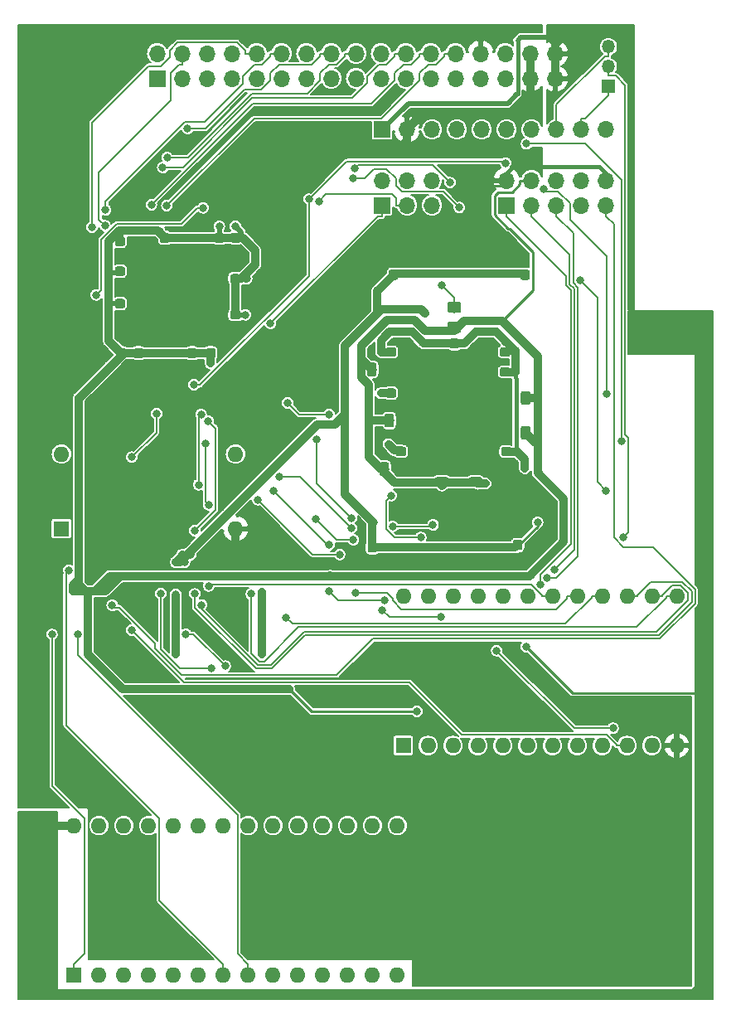
<source format=gbr>
G04 #@! TF.GenerationSoftware,KiCad,Pcbnew,(5.1.2-1)-1*
G04 #@! TF.CreationDate,2020-07-07T12:37:09+01:00*
G04 #@! TF.ProjectId,MZ80-80CLR,4d5a3830-2d38-4304-934c-522e6b696361,rev?*
G04 #@! TF.SameCoordinates,Original*
G04 #@! TF.FileFunction,Copper,L2,Bot*
G04 #@! TF.FilePolarity,Positive*
%FSLAX46Y46*%
G04 Gerber Fmt 4.6, Leading zero omitted, Abs format (unit mm)*
G04 Created by KiCad (PCBNEW (5.1.2-1)-1) date 2020-07-07 12:37:09*
%MOMM*%
%LPD*%
G04 APERTURE LIST*
%ADD10O,1.700000X1.700000*%
%ADD11R,1.700000X1.700000*%
%ADD12O,1.600000X1.600000*%
%ADD13R,1.600000X1.600000*%
%ADD14C,0.100000*%
%ADD15C,0.975000*%
%ADD16C,1.150000*%
%ADD17O,1.350000X1.350000*%
%ADD18R,1.350000X1.350000*%
%ADD19C,0.950000*%
%ADD20C,0.800000*%
%ADD21C,0.254000*%
%ADD22C,0.381000*%
%ADD23C,0.812800*%
%ADD24C,0.508000*%
%ADD25C,0.152400*%
G04 APERTURE END LIST*
D10*
X130810000Y-43942000D03*
X128270000Y-43942000D03*
X125730000Y-43942000D03*
X123190000Y-43942000D03*
X120650000Y-43942000D03*
X118110000Y-43942000D03*
X115570000Y-43942000D03*
X113030000Y-43942000D03*
X110490000Y-43942000D03*
D11*
X107950000Y-43942000D03*
D10*
X130810000Y-49149000D03*
X130810000Y-51689000D03*
X128270000Y-49149000D03*
X128270000Y-51689000D03*
X125730000Y-49149000D03*
X125730000Y-51689000D03*
X123190000Y-49149000D03*
X123190000Y-51689000D03*
X120650000Y-49149000D03*
D11*
X120650000Y-51689000D03*
D10*
X125603000Y-36195000D03*
X125603000Y-38735000D03*
X123063000Y-36195000D03*
X123063000Y-38735000D03*
X120523000Y-36195000D03*
X120523000Y-38735000D03*
X117983000Y-36195000D03*
X117983000Y-38735000D03*
X115443000Y-36195000D03*
X115443000Y-38735000D03*
X112903000Y-36195000D03*
X112903000Y-38735000D03*
X110363000Y-36195000D03*
X110363000Y-38735000D03*
X107823000Y-36195000D03*
X107823000Y-38735000D03*
X105283000Y-36195000D03*
X105283000Y-38735000D03*
X102743000Y-36195000D03*
X102743000Y-38735000D03*
X100203000Y-36195000D03*
X100203000Y-38735000D03*
X97663000Y-36195000D03*
X97663000Y-38735000D03*
X95123000Y-36195000D03*
X95123000Y-38735000D03*
X92583000Y-36195000D03*
X92583000Y-38735000D03*
X90043000Y-36195000D03*
X90043000Y-38735000D03*
X87503000Y-36195000D03*
X87503000Y-38735000D03*
X84963000Y-36195000D03*
D11*
X84963000Y-38735000D03*
D10*
X113030000Y-49149000D03*
X113030000Y-51689000D03*
X110490000Y-49149000D03*
X110490000Y-51689000D03*
X107950000Y-49149000D03*
D11*
X107950000Y-51689000D03*
D12*
X75184000Y-77089000D03*
X92964000Y-84709000D03*
X92964000Y-77089000D03*
D13*
X75184000Y-84709000D03*
D14*
G36*
X114526142Y-77570174D02*
G01*
X114549803Y-77573684D01*
X114573007Y-77579496D01*
X114595529Y-77587554D01*
X114617153Y-77597782D01*
X114637670Y-77610079D01*
X114656883Y-77624329D01*
X114674607Y-77640393D01*
X114690671Y-77658117D01*
X114704921Y-77677330D01*
X114717218Y-77697847D01*
X114727446Y-77719471D01*
X114735504Y-77741993D01*
X114741316Y-77765197D01*
X114744826Y-77788858D01*
X114746000Y-77812750D01*
X114746000Y-78300250D01*
X114744826Y-78324142D01*
X114741316Y-78347803D01*
X114735504Y-78371007D01*
X114727446Y-78393529D01*
X114717218Y-78415153D01*
X114704921Y-78435670D01*
X114690671Y-78454883D01*
X114674607Y-78472607D01*
X114656883Y-78488671D01*
X114637670Y-78502921D01*
X114617153Y-78515218D01*
X114595529Y-78525446D01*
X114573007Y-78533504D01*
X114549803Y-78539316D01*
X114526142Y-78542826D01*
X114502250Y-78544000D01*
X113589750Y-78544000D01*
X113565858Y-78542826D01*
X113542197Y-78539316D01*
X113518993Y-78533504D01*
X113496471Y-78525446D01*
X113474847Y-78515218D01*
X113454330Y-78502921D01*
X113435117Y-78488671D01*
X113417393Y-78472607D01*
X113401329Y-78454883D01*
X113387079Y-78435670D01*
X113374782Y-78415153D01*
X113364554Y-78393529D01*
X113356496Y-78371007D01*
X113350684Y-78347803D01*
X113347174Y-78324142D01*
X113346000Y-78300250D01*
X113346000Y-77812750D01*
X113347174Y-77788858D01*
X113350684Y-77765197D01*
X113356496Y-77741993D01*
X113364554Y-77719471D01*
X113374782Y-77697847D01*
X113387079Y-77677330D01*
X113401329Y-77658117D01*
X113417393Y-77640393D01*
X113435117Y-77624329D01*
X113454330Y-77610079D01*
X113474847Y-77597782D01*
X113496471Y-77587554D01*
X113518993Y-77579496D01*
X113542197Y-77573684D01*
X113565858Y-77570174D01*
X113589750Y-77569000D01*
X114502250Y-77569000D01*
X114526142Y-77570174D01*
X114526142Y-77570174D01*
G37*
D15*
X114046000Y-78056500D03*
D14*
G36*
X114526142Y-79445174D02*
G01*
X114549803Y-79448684D01*
X114573007Y-79454496D01*
X114595529Y-79462554D01*
X114617153Y-79472782D01*
X114637670Y-79485079D01*
X114656883Y-79499329D01*
X114674607Y-79515393D01*
X114690671Y-79533117D01*
X114704921Y-79552330D01*
X114717218Y-79572847D01*
X114727446Y-79594471D01*
X114735504Y-79616993D01*
X114741316Y-79640197D01*
X114744826Y-79663858D01*
X114746000Y-79687750D01*
X114746000Y-80175250D01*
X114744826Y-80199142D01*
X114741316Y-80222803D01*
X114735504Y-80246007D01*
X114727446Y-80268529D01*
X114717218Y-80290153D01*
X114704921Y-80310670D01*
X114690671Y-80329883D01*
X114674607Y-80347607D01*
X114656883Y-80363671D01*
X114637670Y-80377921D01*
X114617153Y-80390218D01*
X114595529Y-80400446D01*
X114573007Y-80408504D01*
X114549803Y-80414316D01*
X114526142Y-80417826D01*
X114502250Y-80419000D01*
X113589750Y-80419000D01*
X113565858Y-80417826D01*
X113542197Y-80414316D01*
X113518993Y-80408504D01*
X113496471Y-80400446D01*
X113474847Y-80390218D01*
X113454330Y-80377921D01*
X113435117Y-80363671D01*
X113417393Y-80347607D01*
X113401329Y-80329883D01*
X113387079Y-80310670D01*
X113374782Y-80290153D01*
X113364554Y-80268529D01*
X113356496Y-80246007D01*
X113350684Y-80222803D01*
X113347174Y-80199142D01*
X113346000Y-80175250D01*
X113346000Y-79687750D01*
X113347174Y-79663858D01*
X113350684Y-79640197D01*
X113356496Y-79616993D01*
X113364554Y-79594471D01*
X113374782Y-79572847D01*
X113387079Y-79552330D01*
X113401329Y-79533117D01*
X113417393Y-79515393D01*
X113435117Y-79499329D01*
X113454330Y-79485079D01*
X113474847Y-79472782D01*
X113496471Y-79462554D01*
X113518993Y-79454496D01*
X113542197Y-79448684D01*
X113565858Y-79445174D01*
X113589750Y-79444000D01*
X114502250Y-79444000D01*
X114526142Y-79445174D01*
X114526142Y-79445174D01*
G37*
D15*
X114046000Y-79931500D03*
D14*
G36*
X117955142Y-77570174D02*
G01*
X117978803Y-77573684D01*
X118002007Y-77579496D01*
X118024529Y-77587554D01*
X118046153Y-77597782D01*
X118066670Y-77610079D01*
X118085883Y-77624329D01*
X118103607Y-77640393D01*
X118119671Y-77658117D01*
X118133921Y-77677330D01*
X118146218Y-77697847D01*
X118156446Y-77719471D01*
X118164504Y-77741993D01*
X118170316Y-77765197D01*
X118173826Y-77788858D01*
X118175000Y-77812750D01*
X118175000Y-78300250D01*
X118173826Y-78324142D01*
X118170316Y-78347803D01*
X118164504Y-78371007D01*
X118156446Y-78393529D01*
X118146218Y-78415153D01*
X118133921Y-78435670D01*
X118119671Y-78454883D01*
X118103607Y-78472607D01*
X118085883Y-78488671D01*
X118066670Y-78502921D01*
X118046153Y-78515218D01*
X118024529Y-78525446D01*
X118002007Y-78533504D01*
X117978803Y-78539316D01*
X117955142Y-78542826D01*
X117931250Y-78544000D01*
X117018750Y-78544000D01*
X116994858Y-78542826D01*
X116971197Y-78539316D01*
X116947993Y-78533504D01*
X116925471Y-78525446D01*
X116903847Y-78515218D01*
X116883330Y-78502921D01*
X116864117Y-78488671D01*
X116846393Y-78472607D01*
X116830329Y-78454883D01*
X116816079Y-78435670D01*
X116803782Y-78415153D01*
X116793554Y-78393529D01*
X116785496Y-78371007D01*
X116779684Y-78347803D01*
X116776174Y-78324142D01*
X116775000Y-78300250D01*
X116775000Y-77812750D01*
X116776174Y-77788858D01*
X116779684Y-77765197D01*
X116785496Y-77741993D01*
X116793554Y-77719471D01*
X116803782Y-77697847D01*
X116816079Y-77677330D01*
X116830329Y-77658117D01*
X116846393Y-77640393D01*
X116864117Y-77624329D01*
X116883330Y-77610079D01*
X116903847Y-77597782D01*
X116925471Y-77587554D01*
X116947993Y-77579496D01*
X116971197Y-77573684D01*
X116994858Y-77570174D01*
X117018750Y-77569000D01*
X117931250Y-77569000D01*
X117955142Y-77570174D01*
X117955142Y-77570174D01*
G37*
D15*
X117475000Y-78056500D03*
D14*
G36*
X117955142Y-79445174D02*
G01*
X117978803Y-79448684D01*
X118002007Y-79454496D01*
X118024529Y-79462554D01*
X118046153Y-79472782D01*
X118066670Y-79485079D01*
X118085883Y-79499329D01*
X118103607Y-79515393D01*
X118119671Y-79533117D01*
X118133921Y-79552330D01*
X118146218Y-79572847D01*
X118156446Y-79594471D01*
X118164504Y-79616993D01*
X118170316Y-79640197D01*
X118173826Y-79663858D01*
X118175000Y-79687750D01*
X118175000Y-80175250D01*
X118173826Y-80199142D01*
X118170316Y-80222803D01*
X118164504Y-80246007D01*
X118156446Y-80268529D01*
X118146218Y-80290153D01*
X118133921Y-80310670D01*
X118119671Y-80329883D01*
X118103607Y-80347607D01*
X118085883Y-80363671D01*
X118066670Y-80377921D01*
X118046153Y-80390218D01*
X118024529Y-80400446D01*
X118002007Y-80408504D01*
X117978803Y-80414316D01*
X117955142Y-80417826D01*
X117931250Y-80419000D01*
X117018750Y-80419000D01*
X116994858Y-80417826D01*
X116971197Y-80414316D01*
X116947993Y-80408504D01*
X116925471Y-80400446D01*
X116903847Y-80390218D01*
X116883330Y-80377921D01*
X116864117Y-80363671D01*
X116846393Y-80347607D01*
X116830329Y-80329883D01*
X116816079Y-80310670D01*
X116803782Y-80290153D01*
X116793554Y-80268529D01*
X116785496Y-80246007D01*
X116779684Y-80222803D01*
X116776174Y-80199142D01*
X116775000Y-80175250D01*
X116775000Y-79687750D01*
X116776174Y-79663858D01*
X116779684Y-79640197D01*
X116785496Y-79616993D01*
X116793554Y-79594471D01*
X116803782Y-79572847D01*
X116816079Y-79552330D01*
X116830329Y-79533117D01*
X116846393Y-79515393D01*
X116864117Y-79499329D01*
X116883330Y-79485079D01*
X116903847Y-79472782D01*
X116925471Y-79462554D01*
X116947993Y-79454496D01*
X116971197Y-79448684D01*
X116994858Y-79445174D01*
X117018750Y-79444000D01*
X117931250Y-79444000D01*
X117955142Y-79445174D01*
X117955142Y-79445174D01*
G37*
D15*
X117475000Y-79931500D03*
D14*
G36*
X120996142Y-70675174D02*
G01*
X121019803Y-70678684D01*
X121043007Y-70684496D01*
X121065529Y-70692554D01*
X121087153Y-70702782D01*
X121107670Y-70715079D01*
X121126883Y-70729329D01*
X121144607Y-70745393D01*
X121160671Y-70763117D01*
X121174921Y-70782330D01*
X121187218Y-70802847D01*
X121197446Y-70824471D01*
X121205504Y-70846993D01*
X121211316Y-70870197D01*
X121214826Y-70893858D01*
X121216000Y-70917750D01*
X121216000Y-71830250D01*
X121214826Y-71854142D01*
X121211316Y-71877803D01*
X121205504Y-71901007D01*
X121197446Y-71923529D01*
X121187218Y-71945153D01*
X121174921Y-71965670D01*
X121160671Y-71984883D01*
X121144607Y-72002607D01*
X121126883Y-72018671D01*
X121107670Y-72032921D01*
X121087153Y-72045218D01*
X121065529Y-72055446D01*
X121043007Y-72063504D01*
X121019803Y-72069316D01*
X120996142Y-72072826D01*
X120972250Y-72074000D01*
X120484750Y-72074000D01*
X120460858Y-72072826D01*
X120437197Y-72069316D01*
X120413993Y-72063504D01*
X120391471Y-72055446D01*
X120369847Y-72045218D01*
X120349330Y-72032921D01*
X120330117Y-72018671D01*
X120312393Y-72002607D01*
X120296329Y-71984883D01*
X120282079Y-71965670D01*
X120269782Y-71945153D01*
X120259554Y-71923529D01*
X120251496Y-71901007D01*
X120245684Y-71877803D01*
X120242174Y-71854142D01*
X120241000Y-71830250D01*
X120241000Y-70917750D01*
X120242174Y-70893858D01*
X120245684Y-70870197D01*
X120251496Y-70846993D01*
X120259554Y-70824471D01*
X120269782Y-70802847D01*
X120282079Y-70782330D01*
X120296329Y-70763117D01*
X120312393Y-70745393D01*
X120330117Y-70729329D01*
X120349330Y-70715079D01*
X120369847Y-70702782D01*
X120391471Y-70692554D01*
X120413993Y-70684496D01*
X120437197Y-70678684D01*
X120460858Y-70675174D01*
X120484750Y-70674000D01*
X120972250Y-70674000D01*
X120996142Y-70675174D01*
X120996142Y-70675174D01*
G37*
D15*
X120728500Y-71374000D03*
D14*
G36*
X122871142Y-70675174D02*
G01*
X122894803Y-70678684D01*
X122918007Y-70684496D01*
X122940529Y-70692554D01*
X122962153Y-70702782D01*
X122982670Y-70715079D01*
X123001883Y-70729329D01*
X123019607Y-70745393D01*
X123035671Y-70763117D01*
X123049921Y-70782330D01*
X123062218Y-70802847D01*
X123072446Y-70824471D01*
X123080504Y-70846993D01*
X123086316Y-70870197D01*
X123089826Y-70893858D01*
X123091000Y-70917750D01*
X123091000Y-71830250D01*
X123089826Y-71854142D01*
X123086316Y-71877803D01*
X123080504Y-71901007D01*
X123072446Y-71923529D01*
X123062218Y-71945153D01*
X123049921Y-71965670D01*
X123035671Y-71984883D01*
X123019607Y-72002607D01*
X123001883Y-72018671D01*
X122982670Y-72032921D01*
X122962153Y-72045218D01*
X122940529Y-72055446D01*
X122918007Y-72063504D01*
X122894803Y-72069316D01*
X122871142Y-72072826D01*
X122847250Y-72074000D01*
X122359750Y-72074000D01*
X122335858Y-72072826D01*
X122312197Y-72069316D01*
X122288993Y-72063504D01*
X122266471Y-72055446D01*
X122244847Y-72045218D01*
X122224330Y-72032921D01*
X122205117Y-72018671D01*
X122187393Y-72002607D01*
X122171329Y-71984883D01*
X122157079Y-71965670D01*
X122144782Y-71945153D01*
X122134554Y-71923529D01*
X122126496Y-71901007D01*
X122120684Y-71877803D01*
X122117174Y-71854142D01*
X122116000Y-71830250D01*
X122116000Y-70917750D01*
X122117174Y-70893858D01*
X122120684Y-70870197D01*
X122126496Y-70846993D01*
X122134554Y-70824471D01*
X122144782Y-70802847D01*
X122157079Y-70782330D01*
X122171329Y-70763117D01*
X122187393Y-70745393D01*
X122205117Y-70729329D01*
X122224330Y-70715079D01*
X122244847Y-70702782D01*
X122266471Y-70692554D01*
X122288993Y-70684496D01*
X122312197Y-70678684D01*
X122335858Y-70675174D01*
X122359750Y-70674000D01*
X122847250Y-70674000D01*
X122871142Y-70675174D01*
X122871142Y-70675174D01*
G37*
D15*
X122603500Y-71374000D03*
D14*
G36*
X110298142Y-77914174D02*
G01*
X110321803Y-77917684D01*
X110345007Y-77923496D01*
X110367529Y-77931554D01*
X110389153Y-77941782D01*
X110409670Y-77954079D01*
X110428883Y-77968329D01*
X110446607Y-77984393D01*
X110462671Y-78002117D01*
X110476921Y-78021330D01*
X110489218Y-78041847D01*
X110499446Y-78063471D01*
X110507504Y-78085993D01*
X110513316Y-78109197D01*
X110516826Y-78132858D01*
X110518000Y-78156750D01*
X110518000Y-79069250D01*
X110516826Y-79093142D01*
X110513316Y-79116803D01*
X110507504Y-79140007D01*
X110499446Y-79162529D01*
X110489218Y-79184153D01*
X110476921Y-79204670D01*
X110462671Y-79223883D01*
X110446607Y-79241607D01*
X110428883Y-79257671D01*
X110409670Y-79271921D01*
X110389153Y-79284218D01*
X110367529Y-79294446D01*
X110345007Y-79302504D01*
X110321803Y-79308316D01*
X110298142Y-79311826D01*
X110274250Y-79313000D01*
X109786750Y-79313000D01*
X109762858Y-79311826D01*
X109739197Y-79308316D01*
X109715993Y-79302504D01*
X109693471Y-79294446D01*
X109671847Y-79284218D01*
X109651330Y-79271921D01*
X109632117Y-79257671D01*
X109614393Y-79241607D01*
X109598329Y-79223883D01*
X109584079Y-79204670D01*
X109571782Y-79184153D01*
X109561554Y-79162529D01*
X109553496Y-79140007D01*
X109547684Y-79116803D01*
X109544174Y-79093142D01*
X109543000Y-79069250D01*
X109543000Y-78156750D01*
X109544174Y-78132858D01*
X109547684Y-78109197D01*
X109553496Y-78085993D01*
X109561554Y-78063471D01*
X109571782Y-78041847D01*
X109584079Y-78021330D01*
X109598329Y-78002117D01*
X109614393Y-77984393D01*
X109632117Y-77968329D01*
X109651330Y-77954079D01*
X109671847Y-77941782D01*
X109693471Y-77931554D01*
X109715993Y-77923496D01*
X109739197Y-77917684D01*
X109762858Y-77914174D01*
X109786750Y-77913000D01*
X110274250Y-77913000D01*
X110298142Y-77914174D01*
X110298142Y-77914174D01*
G37*
D15*
X110030500Y-78613000D03*
D14*
G36*
X108423142Y-77914174D02*
G01*
X108446803Y-77917684D01*
X108470007Y-77923496D01*
X108492529Y-77931554D01*
X108514153Y-77941782D01*
X108534670Y-77954079D01*
X108553883Y-77968329D01*
X108571607Y-77984393D01*
X108587671Y-78002117D01*
X108601921Y-78021330D01*
X108614218Y-78041847D01*
X108624446Y-78063471D01*
X108632504Y-78085993D01*
X108638316Y-78109197D01*
X108641826Y-78132858D01*
X108643000Y-78156750D01*
X108643000Y-79069250D01*
X108641826Y-79093142D01*
X108638316Y-79116803D01*
X108632504Y-79140007D01*
X108624446Y-79162529D01*
X108614218Y-79184153D01*
X108601921Y-79204670D01*
X108587671Y-79223883D01*
X108571607Y-79241607D01*
X108553883Y-79257671D01*
X108534670Y-79271921D01*
X108514153Y-79284218D01*
X108492529Y-79294446D01*
X108470007Y-79302504D01*
X108446803Y-79308316D01*
X108423142Y-79311826D01*
X108399250Y-79313000D01*
X107911750Y-79313000D01*
X107887858Y-79311826D01*
X107864197Y-79308316D01*
X107840993Y-79302504D01*
X107818471Y-79294446D01*
X107796847Y-79284218D01*
X107776330Y-79271921D01*
X107757117Y-79257671D01*
X107739393Y-79241607D01*
X107723329Y-79223883D01*
X107709079Y-79204670D01*
X107696782Y-79184153D01*
X107686554Y-79162529D01*
X107678496Y-79140007D01*
X107672684Y-79116803D01*
X107669174Y-79093142D01*
X107668000Y-79069250D01*
X107668000Y-78156750D01*
X107669174Y-78132858D01*
X107672684Y-78109197D01*
X107678496Y-78085993D01*
X107686554Y-78063471D01*
X107696782Y-78041847D01*
X107709079Y-78021330D01*
X107723329Y-78002117D01*
X107739393Y-77984393D01*
X107757117Y-77968329D01*
X107776330Y-77954079D01*
X107796847Y-77941782D01*
X107818471Y-77931554D01*
X107840993Y-77923496D01*
X107864197Y-77917684D01*
X107887858Y-77914174D01*
X107911750Y-77913000D01*
X108399250Y-77913000D01*
X108423142Y-77914174D01*
X108423142Y-77914174D01*
G37*
D15*
X108155500Y-78613000D03*
D14*
G36*
X120996142Y-74231174D02*
G01*
X121019803Y-74234684D01*
X121043007Y-74240496D01*
X121065529Y-74248554D01*
X121087153Y-74258782D01*
X121107670Y-74271079D01*
X121126883Y-74285329D01*
X121144607Y-74301393D01*
X121160671Y-74319117D01*
X121174921Y-74338330D01*
X121187218Y-74358847D01*
X121197446Y-74380471D01*
X121205504Y-74402993D01*
X121211316Y-74426197D01*
X121214826Y-74449858D01*
X121216000Y-74473750D01*
X121216000Y-75386250D01*
X121214826Y-75410142D01*
X121211316Y-75433803D01*
X121205504Y-75457007D01*
X121197446Y-75479529D01*
X121187218Y-75501153D01*
X121174921Y-75521670D01*
X121160671Y-75540883D01*
X121144607Y-75558607D01*
X121126883Y-75574671D01*
X121107670Y-75588921D01*
X121087153Y-75601218D01*
X121065529Y-75611446D01*
X121043007Y-75619504D01*
X121019803Y-75625316D01*
X120996142Y-75628826D01*
X120972250Y-75630000D01*
X120484750Y-75630000D01*
X120460858Y-75628826D01*
X120437197Y-75625316D01*
X120413993Y-75619504D01*
X120391471Y-75611446D01*
X120369847Y-75601218D01*
X120349330Y-75588921D01*
X120330117Y-75574671D01*
X120312393Y-75558607D01*
X120296329Y-75540883D01*
X120282079Y-75521670D01*
X120269782Y-75501153D01*
X120259554Y-75479529D01*
X120251496Y-75457007D01*
X120245684Y-75433803D01*
X120242174Y-75410142D01*
X120241000Y-75386250D01*
X120241000Y-74473750D01*
X120242174Y-74449858D01*
X120245684Y-74426197D01*
X120251496Y-74402993D01*
X120259554Y-74380471D01*
X120269782Y-74358847D01*
X120282079Y-74338330D01*
X120296329Y-74319117D01*
X120312393Y-74301393D01*
X120330117Y-74285329D01*
X120349330Y-74271079D01*
X120369847Y-74258782D01*
X120391471Y-74248554D01*
X120413993Y-74240496D01*
X120437197Y-74234684D01*
X120460858Y-74231174D01*
X120484750Y-74230000D01*
X120972250Y-74230000D01*
X120996142Y-74231174D01*
X120996142Y-74231174D01*
G37*
D15*
X120728500Y-74930000D03*
D14*
G36*
X122871142Y-74231174D02*
G01*
X122894803Y-74234684D01*
X122918007Y-74240496D01*
X122940529Y-74248554D01*
X122962153Y-74258782D01*
X122982670Y-74271079D01*
X123001883Y-74285329D01*
X123019607Y-74301393D01*
X123035671Y-74319117D01*
X123049921Y-74338330D01*
X123062218Y-74358847D01*
X123072446Y-74380471D01*
X123080504Y-74402993D01*
X123086316Y-74426197D01*
X123089826Y-74449858D01*
X123091000Y-74473750D01*
X123091000Y-75386250D01*
X123089826Y-75410142D01*
X123086316Y-75433803D01*
X123080504Y-75457007D01*
X123072446Y-75479529D01*
X123062218Y-75501153D01*
X123049921Y-75521670D01*
X123035671Y-75540883D01*
X123019607Y-75558607D01*
X123001883Y-75574671D01*
X122982670Y-75588921D01*
X122962153Y-75601218D01*
X122940529Y-75611446D01*
X122918007Y-75619504D01*
X122894803Y-75625316D01*
X122871142Y-75628826D01*
X122847250Y-75630000D01*
X122359750Y-75630000D01*
X122335858Y-75628826D01*
X122312197Y-75625316D01*
X122288993Y-75619504D01*
X122266471Y-75611446D01*
X122244847Y-75601218D01*
X122224330Y-75588921D01*
X122205117Y-75574671D01*
X122187393Y-75558607D01*
X122171329Y-75540883D01*
X122157079Y-75521670D01*
X122144782Y-75501153D01*
X122134554Y-75479529D01*
X122126496Y-75457007D01*
X122120684Y-75433803D01*
X122117174Y-75410142D01*
X122116000Y-75386250D01*
X122116000Y-74473750D01*
X122117174Y-74449858D01*
X122120684Y-74426197D01*
X122126496Y-74402993D01*
X122134554Y-74380471D01*
X122144782Y-74358847D01*
X122157079Y-74338330D01*
X122171329Y-74319117D01*
X122187393Y-74301393D01*
X122205117Y-74285329D01*
X122224330Y-74271079D01*
X122244847Y-74258782D01*
X122266471Y-74248554D01*
X122288993Y-74240496D01*
X122312197Y-74234684D01*
X122335858Y-74231174D01*
X122359750Y-74230000D01*
X122847250Y-74230000D01*
X122871142Y-74231174D01*
X122871142Y-74231174D01*
G37*
D15*
X122603500Y-74930000D03*
D14*
G36*
X110806142Y-72961174D02*
G01*
X110829803Y-72964684D01*
X110853007Y-72970496D01*
X110875529Y-72978554D01*
X110897153Y-72988782D01*
X110917670Y-73001079D01*
X110936883Y-73015329D01*
X110954607Y-73031393D01*
X110970671Y-73049117D01*
X110984921Y-73068330D01*
X110997218Y-73088847D01*
X111007446Y-73110471D01*
X111015504Y-73132993D01*
X111021316Y-73156197D01*
X111024826Y-73179858D01*
X111026000Y-73203750D01*
X111026000Y-74116250D01*
X111024826Y-74140142D01*
X111021316Y-74163803D01*
X111015504Y-74187007D01*
X111007446Y-74209529D01*
X110997218Y-74231153D01*
X110984921Y-74251670D01*
X110970671Y-74270883D01*
X110954607Y-74288607D01*
X110936883Y-74304671D01*
X110917670Y-74318921D01*
X110897153Y-74331218D01*
X110875529Y-74341446D01*
X110853007Y-74349504D01*
X110829803Y-74355316D01*
X110806142Y-74358826D01*
X110782250Y-74360000D01*
X110294750Y-74360000D01*
X110270858Y-74358826D01*
X110247197Y-74355316D01*
X110223993Y-74349504D01*
X110201471Y-74341446D01*
X110179847Y-74331218D01*
X110159330Y-74318921D01*
X110140117Y-74304671D01*
X110122393Y-74288607D01*
X110106329Y-74270883D01*
X110092079Y-74251670D01*
X110079782Y-74231153D01*
X110069554Y-74209529D01*
X110061496Y-74187007D01*
X110055684Y-74163803D01*
X110052174Y-74140142D01*
X110051000Y-74116250D01*
X110051000Y-73203750D01*
X110052174Y-73179858D01*
X110055684Y-73156197D01*
X110061496Y-73132993D01*
X110069554Y-73110471D01*
X110079782Y-73088847D01*
X110092079Y-73068330D01*
X110106329Y-73049117D01*
X110122393Y-73031393D01*
X110140117Y-73015329D01*
X110159330Y-73001079D01*
X110179847Y-72988782D01*
X110201471Y-72978554D01*
X110223993Y-72970496D01*
X110247197Y-72964684D01*
X110270858Y-72961174D01*
X110294750Y-72960000D01*
X110782250Y-72960000D01*
X110806142Y-72961174D01*
X110806142Y-72961174D01*
G37*
D15*
X110538500Y-73660000D03*
D14*
G36*
X108931142Y-72961174D02*
G01*
X108954803Y-72964684D01*
X108978007Y-72970496D01*
X109000529Y-72978554D01*
X109022153Y-72988782D01*
X109042670Y-73001079D01*
X109061883Y-73015329D01*
X109079607Y-73031393D01*
X109095671Y-73049117D01*
X109109921Y-73068330D01*
X109122218Y-73088847D01*
X109132446Y-73110471D01*
X109140504Y-73132993D01*
X109146316Y-73156197D01*
X109149826Y-73179858D01*
X109151000Y-73203750D01*
X109151000Y-74116250D01*
X109149826Y-74140142D01*
X109146316Y-74163803D01*
X109140504Y-74187007D01*
X109132446Y-74209529D01*
X109122218Y-74231153D01*
X109109921Y-74251670D01*
X109095671Y-74270883D01*
X109079607Y-74288607D01*
X109061883Y-74304671D01*
X109042670Y-74318921D01*
X109022153Y-74331218D01*
X109000529Y-74341446D01*
X108978007Y-74349504D01*
X108954803Y-74355316D01*
X108931142Y-74358826D01*
X108907250Y-74360000D01*
X108419750Y-74360000D01*
X108395858Y-74358826D01*
X108372197Y-74355316D01*
X108348993Y-74349504D01*
X108326471Y-74341446D01*
X108304847Y-74331218D01*
X108284330Y-74318921D01*
X108265117Y-74304671D01*
X108247393Y-74288607D01*
X108231329Y-74270883D01*
X108217079Y-74251670D01*
X108204782Y-74231153D01*
X108194554Y-74209529D01*
X108186496Y-74187007D01*
X108180684Y-74163803D01*
X108177174Y-74140142D01*
X108176000Y-74116250D01*
X108176000Y-73203750D01*
X108177174Y-73179858D01*
X108180684Y-73156197D01*
X108186496Y-73132993D01*
X108194554Y-73110471D01*
X108204782Y-73088847D01*
X108217079Y-73068330D01*
X108231329Y-73049117D01*
X108247393Y-73031393D01*
X108265117Y-73015329D01*
X108284330Y-73001079D01*
X108304847Y-72988782D01*
X108326471Y-72978554D01*
X108348993Y-72970496D01*
X108372197Y-72964684D01*
X108395858Y-72961174D01*
X108419750Y-72960000D01*
X108907250Y-72960000D01*
X108931142Y-72961174D01*
X108931142Y-72961174D01*
G37*
D15*
X108663500Y-73660000D03*
D14*
G36*
X109028142Y-67754174D02*
G01*
X109051803Y-67757684D01*
X109075007Y-67763496D01*
X109097529Y-67771554D01*
X109119153Y-67781782D01*
X109139670Y-67794079D01*
X109158883Y-67808329D01*
X109176607Y-67824393D01*
X109192671Y-67842117D01*
X109206921Y-67861330D01*
X109219218Y-67881847D01*
X109229446Y-67903471D01*
X109237504Y-67925993D01*
X109243316Y-67949197D01*
X109246826Y-67972858D01*
X109248000Y-67996750D01*
X109248000Y-68909250D01*
X109246826Y-68933142D01*
X109243316Y-68956803D01*
X109237504Y-68980007D01*
X109229446Y-69002529D01*
X109219218Y-69024153D01*
X109206921Y-69044670D01*
X109192671Y-69063883D01*
X109176607Y-69081607D01*
X109158883Y-69097671D01*
X109139670Y-69111921D01*
X109119153Y-69124218D01*
X109097529Y-69134446D01*
X109075007Y-69142504D01*
X109051803Y-69148316D01*
X109028142Y-69151826D01*
X109004250Y-69153000D01*
X108516750Y-69153000D01*
X108492858Y-69151826D01*
X108469197Y-69148316D01*
X108445993Y-69142504D01*
X108423471Y-69134446D01*
X108401847Y-69124218D01*
X108381330Y-69111921D01*
X108362117Y-69097671D01*
X108344393Y-69081607D01*
X108328329Y-69063883D01*
X108314079Y-69044670D01*
X108301782Y-69024153D01*
X108291554Y-69002529D01*
X108283496Y-68980007D01*
X108277684Y-68956803D01*
X108274174Y-68933142D01*
X108273000Y-68909250D01*
X108273000Y-67996750D01*
X108274174Y-67972858D01*
X108277684Y-67949197D01*
X108283496Y-67925993D01*
X108291554Y-67903471D01*
X108301782Y-67881847D01*
X108314079Y-67861330D01*
X108328329Y-67842117D01*
X108344393Y-67824393D01*
X108362117Y-67808329D01*
X108381330Y-67794079D01*
X108401847Y-67781782D01*
X108423471Y-67771554D01*
X108445993Y-67763496D01*
X108469197Y-67757684D01*
X108492858Y-67754174D01*
X108516750Y-67753000D01*
X109004250Y-67753000D01*
X109028142Y-67754174D01*
X109028142Y-67754174D01*
G37*
D15*
X108760500Y-68453000D03*
D14*
G36*
X107153142Y-67754174D02*
G01*
X107176803Y-67757684D01*
X107200007Y-67763496D01*
X107222529Y-67771554D01*
X107244153Y-67781782D01*
X107264670Y-67794079D01*
X107283883Y-67808329D01*
X107301607Y-67824393D01*
X107317671Y-67842117D01*
X107331921Y-67861330D01*
X107344218Y-67881847D01*
X107354446Y-67903471D01*
X107362504Y-67925993D01*
X107368316Y-67949197D01*
X107371826Y-67972858D01*
X107373000Y-67996750D01*
X107373000Y-68909250D01*
X107371826Y-68933142D01*
X107368316Y-68956803D01*
X107362504Y-68980007D01*
X107354446Y-69002529D01*
X107344218Y-69024153D01*
X107331921Y-69044670D01*
X107317671Y-69063883D01*
X107301607Y-69081607D01*
X107283883Y-69097671D01*
X107264670Y-69111921D01*
X107244153Y-69124218D01*
X107222529Y-69134446D01*
X107200007Y-69142504D01*
X107176803Y-69148316D01*
X107153142Y-69151826D01*
X107129250Y-69153000D01*
X106641750Y-69153000D01*
X106617858Y-69151826D01*
X106594197Y-69148316D01*
X106570993Y-69142504D01*
X106548471Y-69134446D01*
X106526847Y-69124218D01*
X106506330Y-69111921D01*
X106487117Y-69097671D01*
X106469393Y-69081607D01*
X106453329Y-69063883D01*
X106439079Y-69044670D01*
X106426782Y-69024153D01*
X106416554Y-69002529D01*
X106408496Y-68980007D01*
X106402684Y-68956803D01*
X106399174Y-68933142D01*
X106398000Y-68909250D01*
X106398000Y-67996750D01*
X106399174Y-67972858D01*
X106402684Y-67949197D01*
X106408496Y-67925993D01*
X106416554Y-67903471D01*
X106426782Y-67881847D01*
X106439079Y-67861330D01*
X106453329Y-67842117D01*
X106469393Y-67824393D01*
X106487117Y-67808329D01*
X106506330Y-67794079D01*
X106526847Y-67781782D01*
X106548471Y-67771554D01*
X106570993Y-67763496D01*
X106594197Y-67757684D01*
X106617858Y-67754174D01*
X106641750Y-67753000D01*
X107129250Y-67753000D01*
X107153142Y-67754174D01*
X107153142Y-67754174D01*
G37*
D15*
X106885500Y-68453000D03*
D12*
X110100000Y-91610000D03*
X138040000Y-106850000D03*
X112640000Y-91610000D03*
X135500000Y-106850000D03*
X115180000Y-91610000D03*
X132960000Y-106850000D03*
X117720000Y-91610000D03*
X130420000Y-106850000D03*
X120260000Y-91610000D03*
X127880000Y-106850000D03*
X122800000Y-91610000D03*
X125340000Y-106850000D03*
X125340000Y-91610000D03*
X122800000Y-106850000D03*
X127880000Y-91610000D03*
X120260000Y-106850000D03*
X130420000Y-91610000D03*
X117720000Y-106850000D03*
X132960000Y-91610000D03*
X115180000Y-106850000D03*
X135500000Y-91610000D03*
X112640000Y-106850000D03*
X138040000Y-91610000D03*
D13*
X110100000Y-106850000D03*
X76480000Y-130270000D03*
D12*
X109500000Y-115030000D03*
X79020000Y-130270000D03*
X106960000Y-115030000D03*
X81560000Y-130270000D03*
X104420000Y-115030000D03*
X84100000Y-130270000D03*
X101880000Y-115030000D03*
X86640000Y-130270000D03*
X99340000Y-115030000D03*
X89180000Y-130270000D03*
X96800000Y-115030000D03*
X91720000Y-130270000D03*
X94260000Y-115030000D03*
X94260000Y-130270000D03*
X91720000Y-115030000D03*
X96800000Y-130270000D03*
X89180000Y-115030000D03*
X99340000Y-130270000D03*
X86640000Y-115030000D03*
X101880000Y-130270000D03*
X84100000Y-115030000D03*
X104420000Y-130270000D03*
X81560000Y-115030000D03*
X106960000Y-130270000D03*
X79020000Y-115030000D03*
X109500000Y-130270000D03*
X76480000Y-115030000D03*
D14*
G36*
X115790505Y-61520204D02*
G01*
X115814773Y-61523804D01*
X115838572Y-61529765D01*
X115861671Y-61538030D01*
X115883850Y-61548520D01*
X115904893Y-61561132D01*
X115924599Y-61575747D01*
X115942777Y-61592223D01*
X115959253Y-61610401D01*
X115973868Y-61630107D01*
X115986480Y-61651150D01*
X115996970Y-61673329D01*
X116005235Y-61696428D01*
X116011196Y-61720227D01*
X116014796Y-61744495D01*
X116016000Y-61768999D01*
X116016000Y-62419001D01*
X116014796Y-62443505D01*
X116011196Y-62467773D01*
X116005235Y-62491572D01*
X115996970Y-62514671D01*
X115986480Y-62536850D01*
X115973868Y-62557893D01*
X115959253Y-62577599D01*
X115942777Y-62595777D01*
X115924599Y-62612253D01*
X115904893Y-62626868D01*
X115883850Y-62639480D01*
X115861671Y-62649970D01*
X115838572Y-62658235D01*
X115814773Y-62664196D01*
X115790505Y-62667796D01*
X115766001Y-62669000D01*
X114865999Y-62669000D01*
X114841495Y-62667796D01*
X114817227Y-62664196D01*
X114793428Y-62658235D01*
X114770329Y-62649970D01*
X114748150Y-62639480D01*
X114727107Y-62626868D01*
X114707401Y-62612253D01*
X114689223Y-62595777D01*
X114672747Y-62577599D01*
X114658132Y-62557893D01*
X114645520Y-62536850D01*
X114635030Y-62514671D01*
X114626765Y-62491572D01*
X114620804Y-62467773D01*
X114617204Y-62443505D01*
X114616000Y-62419001D01*
X114616000Y-61768999D01*
X114617204Y-61744495D01*
X114620804Y-61720227D01*
X114626765Y-61696428D01*
X114635030Y-61673329D01*
X114645520Y-61651150D01*
X114658132Y-61630107D01*
X114672747Y-61610401D01*
X114689223Y-61592223D01*
X114707401Y-61575747D01*
X114727107Y-61561132D01*
X114748150Y-61548520D01*
X114770329Y-61538030D01*
X114793428Y-61529765D01*
X114817227Y-61523804D01*
X114841495Y-61520204D01*
X114865999Y-61519000D01*
X115766001Y-61519000D01*
X115790505Y-61520204D01*
X115790505Y-61520204D01*
G37*
D16*
X115316000Y-62094000D03*
D14*
G36*
X115790505Y-63570204D02*
G01*
X115814773Y-63573804D01*
X115838572Y-63579765D01*
X115861671Y-63588030D01*
X115883850Y-63598520D01*
X115904893Y-63611132D01*
X115924599Y-63625747D01*
X115942777Y-63642223D01*
X115959253Y-63660401D01*
X115973868Y-63680107D01*
X115986480Y-63701150D01*
X115996970Y-63723329D01*
X116005235Y-63746428D01*
X116011196Y-63770227D01*
X116014796Y-63794495D01*
X116016000Y-63818999D01*
X116016000Y-64469001D01*
X116014796Y-64493505D01*
X116011196Y-64517773D01*
X116005235Y-64541572D01*
X115996970Y-64564671D01*
X115986480Y-64586850D01*
X115973868Y-64607893D01*
X115959253Y-64627599D01*
X115942777Y-64645777D01*
X115924599Y-64662253D01*
X115904893Y-64676868D01*
X115883850Y-64689480D01*
X115861671Y-64699970D01*
X115838572Y-64708235D01*
X115814773Y-64714196D01*
X115790505Y-64717796D01*
X115766001Y-64719000D01*
X114865999Y-64719000D01*
X114841495Y-64717796D01*
X114817227Y-64714196D01*
X114793428Y-64708235D01*
X114770329Y-64699970D01*
X114748150Y-64689480D01*
X114727107Y-64676868D01*
X114707401Y-64662253D01*
X114689223Y-64645777D01*
X114672747Y-64627599D01*
X114658132Y-64607893D01*
X114645520Y-64586850D01*
X114635030Y-64564671D01*
X114626765Y-64541572D01*
X114620804Y-64517773D01*
X114617204Y-64493505D01*
X114616000Y-64469001D01*
X114616000Y-63818999D01*
X114617204Y-63794495D01*
X114620804Y-63770227D01*
X114626765Y-63746428D01*
X114635030Y-63723329D01*
X114645520Y-63701150D01*
X114658132Y-63680107D01*
X114672747Y-63660401D01*
X114689223Y-63642223D01*
X114707401Y-63625747D01*
X114727107Y-63611132D01*
X114748150Y-63598520D01*
X114770329Y-63588030D01*
X114793428Y-63579765D01*
X114817227Y-63573804D01*
X114841495Y-63570204D01*
X114865999Y-63569000D01*
X115766001Y-63569000D01*
X115790505Y-63570204D01*
X115790505Y-63570204D01*
G37*
D16*
X115316000Y-64144000D03*
D17*
X131064000Y-35497000D03*
X131064000Y-37497000D03*
D18*
X131064000Y-39497000D03*
D14*
G36*
X81540779Y-64514144D02*
G01*
X81563834Y-64517563D01*
X81586443Y-64523227D01*
X81608387Y-64531079D01*
X81629457Y-64541044D01*
X81649448Y-64553026D01*
X81668168Y-64566910D01*
X81685438Y-64582562D01*
X81701090Y-64599832D01*
X81714974Y-64618552D01*
X81726956Y-64638543D01*
X81736921Y-64659613D01*
X81744773Y-64681557D01*
X81750437Y-64704166D01*
X81753856Y-64727221D01*
X81755000Y-64750500D01*
X81755000Y-65325500D01*
X81753856Y-65348779D01*
X81750437Y-65371834D01*
X81744773Y-65394443D01*
X81736921Y-65416387D01*
X81726956Y-65437457D01*
X81714974Y-65457448D01*
X81701090Y-65476168D01*
X81685438Y-65493438D01*
X81668168Y-65509090D01*
X81649448Y-65522974D01*
X81629457Y-65534956D01*
X81608387Y-65544921D01*
X81586443Y-65552773D01*
X81563834Y-65558437D01*
X81540779Y-65561856D01*
X81517500Y-65563000D01*
X81042500Y-65563000D01*
X81019221Y-65561856D01*
X80996166Y-65558437D01*
X80973557Y-65552773D01*
X80951613Y-65544921D01*
X80930543Y-65534956D01*
X80910552Y-65522974D01*
X80891832Y-65509090D01*
X80874562Y-65493438D01*
X80858910Y-65476168D01*
X80845026Y-65457448D01*
X80833044Y-65437457D01*
X80823079Y-65416387D01*
X80815227Y-65394443D01*
X80809563Y-65371834D01*
X80806144Y-65348779D01*
X80805000Y-65325500D01*
X80805000Y-64750500D01*
X80806144Y-64727221D01*
X80809563Y-64704166D01*
X80815227Y-64681557D01*
X80823079Y-64659613D01*
X80833044Y-64638543D01*
X80845026Y-64618552D01*
X80858910Y-64599832D01*
X80874562Y-64582562D01*
X80891832Y-64566910D01*
X80910552Y-64553026D01*
X80930543Y-64541044D01*
X80951613Y-64531079D01*
X80973557Y-64523227D01*
X80996166Y-64517563D01*
X81019221Y-64514144D01*
X81042500Y-64513000D01*
X81517500Y-64513000D01*
X81540779Y-64514144D01*
X81540779Y-64514144D01*
G37*
D19*
X81280000Y-65038000D03*
D14*
G36*
X81540779Y-66264144D02*
G01*
X81563834Y-66267563D01*
X81586443Y-66273227D01*
X81608387Y-66281079D01*
X81629457Y-66291044D01*
X81649448Y-66303026D01*
X81668168Y-66316910D01*
X81685438Y-66332562D01*
X81701090Y-66349832D01*
X81714974Y-66368552D01*
X81726956Y-66388543D01*
X81736921Y-66409613D01*
X81744773Y-66431557D01*
X81750437Y-66454166D01*
X81753856Y-66477221D01*
X81755000Y-66500500D01*
X81755000Y-67075500D01*
X81753856Y-67098779D01*
X81750437Y-67121834D01*
X81744773Y-67144443D01*
X81736921Y-67166387D01*
X81726956Y-67187457D01*
X81714974Y-67207448D01*
X81701090Y-67226168D01*
X81685438Y-67243438D01*
X81668168Y-67259090D01*
X81649448Y-67272974D01*
X81629457Y-67284956D01*
X81608387Y-67294921D01*
X81586443Y-67302773D01*
X81563834Y-67308437D01*
X81540779Y-67311856D01*
X81517500Y-67313000D01*
X81042500Y-67313000D01*
X81019221Y-67311856D01*
X80996166Y-67308437D01*
X80973557Y-67302773D01*
X80951613Y-67294921D01*
X80930543Y-67284956D01*
X80910552Y-67272974D01*
X80891832Y-67259090D01*
X80874562Y-67243438D01*
X80858910Y-67226168D01*
X80845026Y-67207448D01*
X80833044Y-67187457D01*
X80823079Y-67166387D01*
X80815227Y-67144443D01*
X80809563Y-67121834D01*
X80806144Y-67098779D01*
X80805000Y-67075500D01*
X80805000Y-66500500D01*
X80806144Y-66477221D01*
X80809563Y-66454166D01*
X80815227Y-66431557D01*
X80823079Y-66409613D01*
X80833044Y-66388543D01*
X80845026Y-66368552D01*
X80858910Y-66349832D01*
X80874562Y-66332562D01*
X80891832Y-66316910D01*
X80910552Y-66303026D01*
X80930543Y-66291044D01*
X80951613Y-66281079D01*
X80973557Y-66273227D01*
X80996166Y-66267563D01*
X81019221Y-66264144D01*
X81042500Y-66263000D01*
X81517500Y-66263000D01*
X81540779Y-66264144D01*
X81540779Y-66264144D01*
G37*
D19*
X81280000Y-66788000D03*
D14*
G36*
X83227779Y-61248144D02*
G01*
X83250834Y-61251563D01*
X83273443Y-61257227D01*
X83295387Y-61265079D01*
X83316457Y-61275044D01*
X83336448Y-61287026D01*
X83355168Y-61300910D01*
X83372438Y-61316562D01*
X83388090Y-61333832D01*
X83401974Y-61352552D01*
X83413956Y-61372543D01*
X83423921Y-61393613D01*
X83431773Y-61415557D01*
X83437437Y-61438166D01*
X83440856Y-61461221D01*
X83442000Y-61484500D01*
X83442000Y-61959500D01*
X83440856Y-61982779D01*
X83437437Y-62005834D01*
X83431773Y-62028443D01*
X83423921Y-62050387D01*
X83413956Y-62071457D01*
X83401974Y-62091448D01*
X83388090Y-62110168D01*
X83372438Y-62127438D01*
X83355168Y-62143090D01*
X83336448Y-62156974D01*
X83316457Y-62168956D01*
X83295387Y-62178921D01*
X83273443Y-62186773D01*
X83250834Y-62192437D01*
X83227779Y-62195856D01*
X83204500Y-62197000D01*
X82629500Y-62197000D01*
X82606221Y-62195856D01*
X82583166Y-62192437D01*
X82560557Y-62186773D01*
X82538613Y-62178921D01*
X82517543Y-62168956D01*
X82497552Y-62156974D01*
X82478832Y-62143090D01*
X82461562Y-62127438D01*
X82445910Y-62110168D01*
X82432026Y-62091448D01*
X82420044Y-62071457D01*
X82410079Y-62050387D01*
X82402227Y-62028443D01*
X82396563Y-62005834D01*
X82393144Y-61982779D01*
X82392000Y-61959500D01*
X82392000Y-61484500D01*
X82393144Y-61461221D01*
X82396563Y-61438166D01*
X82402227Y-61415557D01*
X82410079Y-61393613D01*
X82420044Y-61372543D01*
X82432026Y-61352552D01*
X82445910Y-61333832D01*
X82461562Y-61316562D01*
X82478832Y-61300910D01*
X82497552Y-61287026D01*
X82517543Y-61275044D01*
X82538613Y-61265079D01*
X82560557Y-61257227D01*
X82583166Y-61251563D01*
X82606221Y-61248144D01*
X82629500Y-61247000D01*
X83204500Y-61247000D01*
X83227779Y-61248144D01*
X83227779Y-61248144D01*
G37*
D19*
X82917000Y-61722000D03*
D14*
G36*
X81477779Y-61248144D02*
G01*
X81500834Y-61251563D01*
X81523443Y-61257227D01*
X81545387Y-61265079D01*
X81566457Y-61275044D01*
X81586448Y-61287026D01*
X81605168Y-61300910D01*
X81622438Y-61316562D01*
X81638090Y-61333832D01*
X81651974Y-61352552D01*
X81663956Y-61372543D01*
X81673921Y-61393613D01*
X81681773Y-61415557D01*
X81687437Y-61438166D01*
X81690856Y-61461221D01*
X81692000Y-61484500D01*
X81692000Y-61959500D01*
X81690856Y-61982779D01*
X81687437Y-62005834D01*
X81681773Y-62028443D01*
X81673921Y-62050387D01*
X81663956Y-62071457D01*
X81651974Y-62091448D01*
X81638090Y-62110168D01*
X81622438Y-62127438D01*
X81605168Y-62143090D01*
X81586448Y-62156974D01*
X81566457Y-62168956D01*
X81545387Y-62178921D01*
X81523443Y-62186773D01*
X81500834Y-62192437D01*
X81477779Y-62195856D01*
X81454500Y-62197000D01*
X80879500Y-62197000D01*
X80856221Y-62195856D01*
X80833166Y-62192437D01*
X80810557Y-62186773D01*
X80788613Y-62178921D01*
X80767543Y-62168956D01*
X80747552Y-62156974D01*
X80728832Y-62143090D01*
X80711562Y-62127438D01*
X80695910Y-62110168D01*
X80682026Y-62091448D01*
X80670044Y-62071457D01*
X80660079Y-62050387D01*
X80652227Y-62028443D01*
X80646563Y-62005834D01*
X80643144Y-61982779D01*
X80642000Y-61959500D01*
X80642000Y-61484500D01*
X80643144Y-61461221D01*
X80646563Y-61438166D01*
X80652227Y-61415557D01*
X80660079Y-61393613D01*
X80670044Y-61372543D01*
X80682026Y-61352552D01*
X80695910Y-61333832D01*
X80711562Y-61316562D01*
X80728832Y-61300910D01*
X80747552Y-61287026D01*
X80767543Y-61275044D01*
X80788613Y-61265079D01*
X80810557Y-61257227D01*
X80833166Y-61251563D01*
X80856221Y-61248144D01*
X80879500Y-61247000D01*
X81454500Y-61247000D01*
X81477779Y-61248144D01*
X81477779Y-61248144D01*
G37*
D19*
X81167000Y-61722000D03*
D14*
G36*
X83318779Y-64514144D02*
G01*
X83341834Y-64517563D01*
X83364443Y-64523227D01*
X83386387Y-64531079D01*
X83407457Y-64541044D01*
X83427448Y-64553026D01*
X83446168Y-64566910D01*
X83463438Y-64582562D01*
X83479090Y-64599832D01*
X83492974Y-64618552D01*
X83504956Y-64638543D01*
X83514921Y-64659613D01*
X83522773Y-64681557D01*
X83528437Y-64704166D01*
X83531856Y-64727221D01*
X83533000Y-64750500D01*
X83533000Y-65325500D01*
X83531856Y-65348779D01*
X83528437Y-65371834D01*
X83522773Y-65394443D01*
X83514921Y-65416387D01*
X83504956Y-65437457D01*
X83492974Y-65457448D01*
X83479090Y-65476168D01*
X83463438Y-65493438D01*
X83446168Y-65509090D01*
X83427448Y-65522974D01*
X83407457Y-65534956D01*
X83386387Y-65544921D01*
X83364443Y-65552773D01*
X83341834Y-65558437D01*
X83318779Y-65561856D01*
X83295500Y-65563000D01*
X82820500Y-65563000D01*
X82797221Y-65561856D01*
X82774166Y-65558437D01*
X82751557Y-65552773D01*
X82729613Y-65544921D01*
X82708543Y-65534956D01*
X82688552Y-65522974D01*
X82669832Y-65509090D01*
X82652562Y-65493438D01*
X82636910Y-65476168D01*
X82623026Y-65457448D01*
X82611044Y-65437457D01*
X82601079Y-65416387D01*
X82593227Y-65394443D01*
X82587563Y-65371834D01*
X82584144Y-65348779D01*
X82583000Y-65325500D01*
X82583000Y-64750500D01*
X82584144Y-64727221D01*
X82587563Y-64704166D01*
X82593227Y-64681557D01*
X82601079Y-64659613D01*
X82611044Y-64638543D01*
X82623026Y-64618552D01*
X82636910Y-64599832D01*
X82652562Y-64582562D01*
X82669832Y-64566910D01*
X82688552Y-64553026D01*
X82708543Y-64541044D01*
X82729613Y-64531079D01*
X82751557Y-64523227D01*
X82774166Y-64517563D01*
X82797221Y-64514144D01*
X82820500Y-64513000D01*
X83295500Y-64513000D01*
X83318779Y-64514144D01*
X83318779Y-64514144D01*
G37*
D19*
X83058000Y-65038000D03*
D14*
G36*
X83318779Y-66264144D02*
G01*
X83341834Y-66267563D01*
X83364443Y-66273227D01*
X83386387Y-66281079D01*
X83407457Y-66291044D01*
X83427448Y-66303026D01*
X83446168Y-66316910D01*
X83463438Y-66332562D01*
X83479090Y-66349832D01*
X83492974Y-66368552D01*
X83504956Y-66388543D01*
X83514921Y-66409613D01*
X83522773Y-66431557D01*
X83528437Y-66454166D01*
X83531856Y-66477221D01*
X83533000Y-66500500D01*
X83533000Y-67075500D01*
X83531856Y-67098779D01*
X83528437Y-67121834D01*
X83522773Y-67144443D01*
X83514921Y-67166387D01*
X83504956Y-67187457D01*
X83492974Y-67207448D01*
X83479090Y-67226168D01*
X83463438Y-67243438D01*
X83446168Y-67259090D01*
X83427448Y-67272974D01*
X83407457Y-67284956D01*
X83386387Y-67294921D01*
X83364443Y-67302773D01*
X83341834Y-67308437D01*
X83318779Y-67311856D01*
X83295500Y-67313000D01*
X82820500Y-67313000D01*
X82797221Y-67311856D01*
X82774166Y-67308437D01*
X82751557Y-67302773D01*
X82729613Y-67294921D01*
X82708543Y-67284956D01*
X82688552Y-67272974D01*
X82669832Y-67259090D01*
X82652562Y-67243438D01*
X82636910Y-67226168D01*
X82623026Y-67207448D01*
X82611044Y-67187457D01*
X82601079Y-67166387D01*
X82593227Y-67144443D01*
X82587563Y-67121834D01*
X82584144Y-67098779D01*
X82583000Y-67075500D01*
X82583000Y-66500500D01*
X82584144Y-66477221D01*
X82587563Y-66454166D01*
X82593227Y-66431557D01*
X82601079Y-66409613D01*
X82611044Y-66388543D01*
X82623026Y-66368552D01*
X82636910Y-66349832D01*
X82652562Y-66332562D01*
X82669832Y-66316910D01*
X82688552Y-66303026D01*
X82708543Y-66291044D01*
X82729613Y-66281079D01*
X82751557Y-66273227D01*
X82774166Y-66267563D01*
X82797221Y-66264144D01*
X82820500Y-66263000D01*
X83295500Y-66263000D01*
X83318779Y-66264144D01*
X83318779Y-66264144D01*
G37*
D19*
X83058000Y-66788000D03*
D14*
G36*
X88779779Y-64514144D02*
G01*
X88802834Y-64517563D01*
X88825443Y-64523227D01*
X88847387Y-64531079D01*
X88868457Y-64541044D01*
X88888448Y-64553026D01*
X88907168Y-64566910D01*
X88924438Y-64582562D01*
X88940090Y-64599832D01*
X88953974Y-64618552D01*
X88965956Y-64638543D01*
X88975921Y-64659613D01*
X88983773Y-64681557D01*
X88989437Y-64704166D01*
X88992856Y-64727221D01*
X88994000Y-64750500D01*
X88994000Y-65325500D01*
X88992856Y-65348779D01*
X88989437Y-65371834D01*
X88983773Y-65394443D01*
X88975921Y-65416387D01*
X88965956Y-65437457D01*
X88953974Y-65457448D01*
X88940090Y-65476168D01*
X88924438Y-65493438D01*
X88907168Y-65509090D01*
X88888448Y-65522974D01*
X88868457Y-65534956D01*
X88847387Y-65544921D01*
X88825443Y-65552773D01*
X88802834Y-65558437D01*
X88779779Y-65561856D01*
X88756500Y-65563000D01*
X88281500Y-65563000D01*
X88258221Y-65561856D01*
X88235166Y-65558437D01*
X88212557Y-65552773D01*
X88190613Y-65544921D01*
X88169543Y-65534956D01*
X88149552Y-65522974D01*
X88130832Y-65509090D01*
X88113562Y-65493438D01*
X88097910Y-65476168D01*
X88084026Y-65457448D01*
X88072044Y-65437457D01*
X88062079Y-65416387D01*
X88054227Y-65394443D01*
X88048563Y-65371834D01*
X88045144Y-65348779D01*
X88044000Y-65325500D01*
X88044000Y-64750500D01*
X88045144Y-64727221D01*
X88048563Y-64704166D01*
X88054227Y-64681557D01*
X88062079Y-64659613D01*
X88072044Y-64638543D01*
X88084026Y-64618552D01*
X88097910Y-64599832D01*
X88113562Y-64582562D01*
X88130832Y-64566910D01*
X88149552Y-64553026D01*
X88169543Y-64541044D01*
X88190613Y-64531079D01*
X88212557Y-64523227D01*
X88235166Y-64517563D01*
X88258221Y-64514144D01*
X88281500Y-64513000D01*
X88756500Y-64513000D01*
X88779779Y-64514144D01*
X88779779Y-64514144D01*
G37*
D19*
X88519000Y-65038000D03*
D14*
G36*
X88779779Y-66264144D02*
G01*
X88802834Y-66267563D01*
X88825443Y-66273227D01*
X88847387Y-66281079D01*
X88868457Y-66291044D01*
X88888448Y-66303026D01*
X88907168Y-66316910D01*
X88924438Y-66332562D01*
X88940090Y-66349832D01*
X88953974Y-66368552D01*
X88965956Y-66388543D01*
X88975921Y-66409613D01*
X88983773Y-66431557D01*
X88989437Y-66454166D01*
X88992856Y-66477221D01*
X88994000Y-66500500D01*
X88994000Y-67075500D01*
X88992856Y-67098779D01*
X88989437Y-67121834D01*
X88983773Y-67144443D01*
X88975921Y-67166387D01*
X88965956Y-67187457D01*
X88953974Y-67207448D01*
X88940090Y-67226168D01*
X88924438Y-67243438D01*
X88907168Y-67259090D01*
X88888448Y-67272974D01*
X88868457Y-67284956D01*
X88847387Y-67294921D01*
X88825443Y-67302773D01*
X88802834Y-67308437D01*
X88779779Y-67311856D01*
X88756500Y-67313000D01*
X88281500Y-67313000D01*
X88258221Y-67311856D01*
X88235166Y-67308437D01*
X88212557Y-67302773D01*
X88190613Y-67294921D01*
X88169543Y-67284956D01*
X88149552Y-67272974D01*
X88130832Y-67259090D01*
X88113562Y-67243438D01*
X88097910Y-67226168D01*
X88084026Y-67207448D01*
X88072044Y-67187457D01*
X88062079Y-67166387D01*
X88054227Y-67144443D01*
X88048563Y-67121834D01*
X88045144Y-67098779D01*
X88044000Y-67075500D01*
X88044000Y-66500500D01*
X88045144Y-66477221D01*
X88048563Y-66454166D01*
X88054227Y-66431557D01*
X88062079Y-66409613D01*
X88072044Y-66388543D01*
X88084026Y-66368552D01*
X88097910Y-66349832D01*
X88113562Y-66332562D01*
X88130832Y-66316910D01*
X88149552Y-66303026D01*
X88169543Y-66291044D01*
X88190613Y-66281079D01*
X88212557Y-66273227D01*
X88235166Y-66267563D01*
X88258221Y-66264144D01*
X88281500Y-66263000D01*
X88756500Y-66263000D01*
X88779779Y-66264144D01*
X88779779Y-66264144D01*
G37*
D19*
X88519000Y-66788000D03*
D14*
G36*
X83227779Y-57946144D02*
G01*
X83250834Y-57949563D01*
X83273443Y-57955227D01*
X83295387Y-57963079D01*
X83316457Y-57973044D01*
X83336448Y-57985026D01*
X83355168Y-57998910D01*
X83372438Y-58014562D01*
X83388090Y-58031832D01*
X83401974Y-58050552D01*
X83413956Y-58070543D01*
X83423921Y-58091613D01*
X83431773Y-58113557D01*
X83437437Y-58136166D01*
X83440856Y-58159221D01*
X83442000Y-58182500D01*
X83442000Y-58657500D01*
X83440856Y-58680779D01*
X83437437Y-58703834D01*
X83431773Y-58726443D01*
X83423921Y-58748387D01*
X83413956Y-58769457D01*
X83401974Y-58789448D01*
X83388090Y-58808168D01*
X83372438Y-58825438D01*
X83355168Y-58841090D01*
X83336448Y-58854974D01*
X83316457Y-58866956D01*
X83295387Y-58876921D01*
X83273443Y-58884773D01*
X83250834Y-58890437D01*
X83227779Y-58893856D01*
X83204500Y-58895000D01*
X82629500Y-58895000D01*
X82606221Y-58893856D01*
X82583166Y-58890437D01*
X82560557Y-58884773D01*
X82538613Y-58876921D01*
X82517543Y-58866956D01*
X82497552Y-58854974D01*
X82478832Y-58841090D01*
X82461562Y-58825438D01*
X82445910Y-58808168D01*
X82432026Y-58789448D01*
X82420044Y-58769457D01*
X82410079Y-58748387D01*
X82402227Y-58726443D01*
X82396563Y-58703834D01*
X82393144Y-58680779D01*
X82392000Y-58657500D01*
X82392000Y-58182500D01*
X82393144Y-58159221D01*
X82396563Y-58136166D01*
X82402227Y-58113557D01*
X82410079Y-58091613D01*
X82420044Y-58070543D01*
X82432026Y-58050552D01*
X82445910Y-58031832D01*
X82461562Y-58014562D01*
X82478832Y-57998910D01*
X82497552Y-57985026D01*
X82517543Y-57973044D01*
X82538613Y-57963079D01*
X82560557Y-57955227D01*
X82583166Y-57949563D01*
X82606221Y-57946144D01*
X82629500Y-57945000D01*
X83204500Y-57945000D01*
X83227779Y-57946144D01*
X83227779Y-57946144D01*
G37*
D19*
X82917000Y-58420000D03*
D14*
G36*
X81477779Y-57946144D02*
G01*
X81500834Y-57949563D01*
X81523443Y-57955227D01*
X81545387Y-57963079D01*
X81566457Y-57973044D01*
X81586448Y-57985026D01*
X81605168Y-57998910D01*
X81622438Y-58014562D01*
X81638090Y-58031832D01*
X81651974Y-58050552D01*
X81663956Y-58070543D01*
X81673921Y-58091613D01*
X81681773Y-58113557D01*
X81687437Y-58136166D01*
X81690856Y-58159221D01*
X81692000Y-58182500D01*
X81692000Y-58657500D01*
X81690856Y-58680779D01*
X81687437Y-58703834D01*
X81681773Y-58726443D01*
X81673921Y-58748387D01*
X81663956Y-58769457D01*
X81651974Y-58789448D01*
X81638090Y-58808168D01*
X81622438Y-58825438D01*
X81605168Y-58841090D01*
X81586448Y-58854974D01*
X81566457Y-58866956D01*
X81545387Y-58876921D01*
X81523443Y-58884773D01*
X81500834Y-58890437D01*
X81477779Y-58893856D01*
X81454500Y-58895000D01*
X80879500Y-58895000D01*
X80856221Y-58893856D01*
X80833166Y-58890437D01*
X80810557Y-58884773D01*
X80788613Y-58876921D01*
X80767543Y-58866956D01*
X80747552Y-58854974D01*
X80728832Y-58841090D01*
X80711562Y-58825438D01*
X80695910Y-58808168D01*
X80682026Y-58789448D01*
X80670044Y-58769457D01*
X80660079Y-58748387D01*
X80652227Y-58726443D01*
X80646563Y-58703834D01*
X80643144Y-58680779D01*
X80642000Y-58657500D01*
X80642000Y-58182500D01*
X80643144Y-58159221D01*
X80646563Y-58136166D01*
X80652227Y-58113557D01*
X80660079Y-58091613D01*
X80670044Y-58070543D01*
X80682026Y-58050552D01*
X80695910Y-58031832D01*
X80711562Y-58014562D01*
X80728832Y-57998910D01*
X80747552Y-57985026D01*
X80767543Y-57973044D01*
X80788613Y-57963079D01*
X80810557Y-57955227D01*
X80833166Y-57949563D01*
X80856221Y-57946144D01*
X80879500Y-57945000D01*
X81454500Y-57945000D01*
X81477779Y-57946144D01*
X81477779Y-57946144D01*
G37*
D19*
X81167000Y-58420000D03*
D14*
G36*
X91573779Y-56231144D02*
G01*
X91596834Y-56234563D01*
X91619443Y-56240227D01*
X91641387Y-56248079D01*
X91662457Y-56258044D01*
X91682448Y-56270026D01*
X91701168Y-56283910D01*
X91718438Y-56299562D01*
X91734090Y-56316832D01*
X91747974Y-56335552D01*
X91759956Y-56355543D01*
X91769921Y-56376613D01*
X91777773Y-56398557D01*
X91783437Y-56421166D01*
X91786856Y-56444221D01*
X91788000Y-56467500D01*
X91788000Y-57042500D01*
X91786856Y-57065779D01*
X91783437Y-57088834D01*
X91777773Y-57111443D01*
X91769921Y-57133387D01*
X91759956Y-57154457D01*
X91747974Y-57174448D01*
X91734090Y-57193168D01*
X91718438Y-57210438D01*
X91701168Y-57226090D01*
X91682448Y-57239974D01*
X91662457Y-57251956D01*
X91641387Y-57261921D01*
X91619443Y-57269773D01*
X91596834Y-57275437D01*
X91573779Y-57278856D01*
X91550500Y-57280000D01*
X91075500Y-57280000D01*
X91052221Y-57278856D01*
X91029166Y-57275437D01*
X91006557Y-57269773D01*
X90984613Y-57261921D01*
X90963543Y-57251956D01*
X90943552Y-57239974D01*
X90924832Y-57226090D01*
X90907562Y-57210438D01*
X90891910Y-57193168D01*
X90878026Y-57174448D01*
X90866044Y-57154457D01*
X90856079Y-57133387D01*
X90848227Y-57111443D01*
X90842563Y-57088834D01*
X90839144Y-57065779D01*
X90838000Y-57042500D01*
X90838000Y-56467500D01*
X90839144Y-56444221D01*
X90842563Y-56421166D01*
X90848227Y-56398557D01*
X90856079Y-56376613D01*
X90866044Y-56355543D01*
X90878026Y-56335552D01*
X90891910Y-56316832D01*
X90907562Y-56299562D01*
X90924832Y-56283910D01*
X90943552Y-56270026D01*
X90963543Y-56258044D01*
X90984613Y-56248079D01*
X91006557Y-56240227D01*
X91029166Y-56234563D01*
X91052221Y-56231144D01*
X91075500Y-56230000D01*
X91550500Y-56230000D01*
X91573779Y-56231144D01*
X91573779Y-56231144D01*
G37*
D19*
X91313000Y-56755000D03*
D14*
G36*
X91573779Y-54481144D02*
G01*
X91596834Y-54484563D01*
X91619443Y-54490227D01*
X91641387Y-54498079D01*
X91662457Y-54508044D01*
X91682448Y-54520026D01*
X91701168Y-54533910D01*
X91718438Y-54549562D01*
X91734090Y-54566832D01*
X91747974Y-54585552D01*
X91759956Y-54605543D01*
X91769921Y-54626613D01*
X91777773Y-54648557D01*
X91783437Y-54671166D01*
X91786856Y-54694221D01*
X91788000Y-54717500D01*
X91788000Y-55292500D01*
X91786856Y-55315779D01*
X91783437Y-55338834D01*
X91777773Y-55361443D01*
X91769921Y-55383387D01*
X91759956Y-55404457D01*
X91747974Y-55424448D01*
X91734090Y-55443168D01*
X91718438Y-55460438D01*
X91701168Y-55476090D01*
X91682448Y-55489974D01*
X91662457Y-55501956D01*
X91641387Y-55511921D01*
X91619443Y-55519773D01*
X91596834Y-55525437D01*
X91573779Y-55528856D01*
X91550500Y-55530000D01*
X91075500Y-55530000D01*
X91052221Y-55528856D01*
X91029166Y-55525437D01*
X91006557Y-55519773D01*
X90984613Y-55511921D01*
X90963543Y-55501956D01*
X90943552Y-55489974D01*
X90924832Y-55476090D01*
X90907562Y-55460438D01*
X90891910Y-55443168D01*
X90878026Y-55424448D01*
X90866044Y-55404457D01*
X90856079Y-55383387D01*
X90848227Y-55361443D01*
X90842563Y-55338834D01*
X90839144Y-55315779D01*
X90838000Y-55292500D01*
X90838000Y-54717500D01*
X90839144Y-54694221D01*
X90842563Y-54671166D01*
X90848227Y-54648557D01*
X90856079Y-54626613D01*
X90866044Y-54605543D01*
X90878026Y-54585552D01*
X90891910Y-54566832D01*
X90907562Y-54549562D01*
X90924832Y-54533910D01*
X90943552Y-54520026D01*
X90963543Y-54508044D01*
X90984613Y-54498079D01*
X91006557Y-54490227D01*
X91029166Y-54484563D01*
X91052221Y-54481144D01*
X91075500Y-54480000D01*
X91550500Y-54480000D01*
X91573779Y-54481144D01*
X91573779Y-54481144D01*
G37*
D19*
X91313000Y-55005000D03*
D14*
G36*
X93224779Y-56231144D02*
G01*
X93247834Y-56234563D01*
X93270443Y-56240227D01*
X93292387Y-56248079D01*
X93313457Y-56258044D01*
X93333448Y-56270026D01*
X93352168Y-56283910D01*
X93369438Y-56299562D01*
X93385090Y-56316832D01*
X93398974Y-56335552D01*
X93410956Y-56355543D01*
X93420921Y-56376613D01*
X93428773Y-56398557D01*
X93434437Y-56421166D01*
X93437856Y-56444221D01*
X93439000Y-56467500D01*
X93439000Y-57042500D01*
X93437856Y-57065779D01*
X93434437Y-57088834D01*
X93428773Y-57111443D01*
X93420921Y-57133387D01*
X93410956Y-57154457D01*
X93398974Y-57174448D01*
X93385090Y-57193168D01*
X93369438Y-57210438D01*
X93352168Y-57226090D01*
X93333448Y-57239974D01*
X93313457Y-57251956D01*
X93292387Y-57261921D01*
X93270443Y-57269773D01*
X93247834Y-57275437D01*
X93224779Y-57278856D01*
X93201500Y-57280000D01*
X92726500Y-57280000D01*
X92703221Y-57278856D01*
X92680166Y-57275437D01*
X92657557Y-57269773D01*
X92635613Y-57261921D01*
X92614543Y-57251956D01*
X92594552Y-57239974D01*
X92575832Y-57226090D01*
X92558562Y-57210438D01*
X92542910Y-57193168D01*
X92529026Y-57174448D01*
X92517044Y-57154457D01*
X92507079Y-57133387D01*
X92499227Y-57111443D01*
X92493563Y-57088834D01*
X92490144Y-57065779D01*
X92489000Y-57042500D01*
X92489000Y-56467500D01*
X92490144Y-56444221D01*
X92493563Y-56421166D01*
X92499227Y-56398557D01*
X92507079Y-56376613D01*
X92517044Y-56355543D01*
X92529026Y-56335552D01*
X92542910Y-56316832D01*
X92558562Y-56299562D01*
X92575832Y-56283910D01*
X92594552Y-56270026D01*
X92614543Y-56258044D01*
X92635613Y-56248079D01*
X92657557Y-56240227D01*
X92680166Y-56234563D01*
X92703221Y-56231144D01*
X92726500Y-56230000D01*
X93201500Y-56230000D01*
X93224779Y-56231144D01*
X93224779Y-56231144D01*
G37*
D19*
X92964000Y-56755000D03*
D14*
G36*
X93224779Y-54481144D02*
G01*
X93247834Y-54484563D01*
X93270443Y-54490227D01*
X93292387Y-54498079D01*
X93313457Y-54508044D01*
X93333448Y-54520026D01*
X93352168Y-54533910D01*
X93369438Y-54549562D01*
X93385090Y-54566832D01*
X93398974Y-54585552D01*
X93410956Y-54605543D01*
X93420921Y-54626613D01*
X93428773Y-54648557D01*
X93434437Y-54671166D01*
X93437856Y-54694221D01*
X93439000Y-54717500D01*
X93439000Y-55292500D01*
X93437856Y-55315779D01*
X93434437Y-55338834D01*
X93428773Y-55361443D01*
X93420921Y-55383387D01*
X93410956Y-55404457D01*
X93398974Y-55424448D01*
X93385090Y-55443168D01*
X93369438Y-55460438D01*
X93352168Y-55476090D01*
X93333448Y-55489974D01*
X93313457Y-55501956D01*
X93292387Y-55511921D01*
X93270443Y-55519773D01*
X93247834Y-55525437D01*
X93224779Y-55528856D01*
X93201500Y-55530000D01*
X92726500Y-55530000D01*
X92703221Y-55528856D01*
X92680166Y-55525437D01*
X92657557Y-55519773D01*
X92635613Y-55511921D01*
X92614543Y-55501956D01*
X92594552Y-55489974D01*
X92575832Y-55476090D01*
X92558562Y-55460438D01*
X92542910Y-55443168D01*
X92529026Y-55424448D01*
X92517044Y-55404457D01*
X92507079Y-55383387D01*
X92499227Y-55361443D01*
X92493563Y-55338834D01*
X92490144Y-55315779D01*
X92489000Y-55292500D01*
X92489000Y-54717500D01*
X92490144Y-54694221D01*
X92493563Y-54671166D01*
X92499227Y-54648557D01*
X92507079Y-54626613D01*
X92517044Y-54605543D01*
X92529026Y-54585552D01*
X92542910Y-54566832D01*
X92558562Y-54549562D01*
X92575832Y-54533910D01*
X92594552Y-54520026D01*
X92614543Y-54508044D01*
X92635613Y-54498079D01*
X92657557Y-54490227D01*
X92680166Y-54484563D01*
X92703221Y-54481144D01*
X92726500Y-54480000D01*
X93201500Y-54480000D01*
X93224779Y-54481144D01*
X93224779Y-54481144D01*
G37*
D19*
X92964000Y-55005000D03*
D14*
G36*
X91510779Y-58708144D02*
G01*
X91533834Y-58711563D01*
X91556443Y-58717227D01*
X91578387Y-58725079D01*
X91599457Y-58735044D01*
X91619448Y-58747026D01*
X91638168Y-58760910D01*
X91655438Y-58776562D01*
X91671090Y-58793832D01*
X91684974Y-58812552D01*
X91696956Y-58832543D01*
X91706921Y-58853613D01*
X91714773Y-58875557D01*
X91720437Y-58898166D01*
X91723856Y-58921221D01*
X91725000Y-58944500D01*
X91725000Y-59419500D01*
X91723856Y-59442779D01*
X91720437Y-59465834D01*
X91714773Y-59488443D01*
X91706921Y-59510387D01*
X91696956Y-59531457D01*
X91684974Y-59551448D01*
X91671090Y-59570168D01*
X91655438Y-59587438D01*
X91638168Y-59603090D01*
X91619448Y-59616974D01*
X91599457Y-59628956D01*
X91578387Y-59638921D01*
X91556443Y-59646773D01*
X91533834Y-59652437D01*
X91510779Y-59655856D01*
X91487500Y-59657000D01*
X90912500Y-59657000D01*
X90889221Y-59655856D01*
X90866166Y-59652437D01*
X90843557Y-59646773D01*
X90821613Y-59638921D01*
X90800543Y-59628956D01*
X90780552Y-59616974D01*
X90761832Y-59603090D01*
X90744562Y-59587438D01*
X90728910Y-59570168D01*
X90715026Y-59551448D01*
X90703044Y-59531457D01*
X90693079Y-59510387D01*
X90685227Y-59488443D01*
X90679563Y-59465834D01*
X90676144Y-59442779D01*
X90675000Y-59419500D01*
X90675000Y-58944500D01*
X90676144Y-58921221D01*
X90679563Y-58898166D01*
X90685227Y-58875557D01*
X90693079Y-58853613D01*
X90703044Y-58832543D01*
X90715026Y-58812552D01*
X90728910Y-58793832D01*
X90744562Y-58776562D01*
X90761832Y-58760910D01*
X90780552Y-58747026D01*
X90800543Y-58735044D01*
X90821613Y-58725079D01*
X90843557Y-58717227D01*
X90866166Y-58711563D01*
X90889221Y-58708144D01*
X90912500Y-58707000D01*
X91487500Y-58707000D01*
X91510779Y-58708144D01*
X91510779Y-58708144D01*
G37*
D19*
X91200000Y-59182000D03*
D14*
G36*
X93260779Y-58708144D02*
G01*
X93283834Y-58711563D01*
X93306443Y-58717227D01*
X93328387Y-58725079D01*
X93349457Y-58735044D01*
X93369448Y-58747026D01*
X93388168Y-58760910D01*
X93405438Y-58776562D01*
X93421090Y-58793832D01*
X93434974Y-58812552D01*
X93446956Y-58832543D01*
X93456921Y-58853613D01*
X93464773Y-58875557D01*
X93470437Y-58898166D01*
X93473856Y-58921221D01*
X93475000Y-58944500D01*
X93475000Y-59419500D01*
X93473856Y-59442779D01*
X93470437Y-59465834D01*
X93464773Y-59488443D01*
X93456921Y-59510387D01*
X93446956Y-59531457D01*
X93434974Y-59551448D01*
X93421090Y-59570168D01*
X93405438Y-59587438D01*
X93388168Y-59603090D01*
X93369448Y-59616974D01*
X93349457Y-59628956D01*
X93328387Y-59638921D01*
X93306443Y-59646773D01*
X93283834Y-59652437D01*
X93260779Y-59655856D01*
X93237500Y-59657000D01*
X92662500Y-59657000D01*
X92639221Y-59655856D01*
X92616166Y-59652437D01*
X92593557Y-59646773D01*
X92571613Y-59638921D01*
X92550543Y-59628956D01*
X92530552Y-59616974D01*
X92511832Y-59603090D01*
X92494562Y-59587438D01*
X92478910Y-59570168D01*
X92465026Y-59551448D01*
X92453044Y-59531457D01*
X92443079Y-59510387D01*
X92435227Y-59488443D01*
X92429563Y-59465834D01*
X92426144Y-59442779D01*
X92425000Y-59419500D01*
X92425000Y-58944500D01*
X92426144Y-58921221D01*
X92429563Y-58898166D01*
X92435227Y-58875557D01*
X92443079Y-58853613D01*
X92453044Y-58832543D01*
X92465026Y-58812552D01*
X92478910Y-58793832D01*
X92494562Y-58776562D01*
X92511832Y-58760910D01*
X92530552Y-58747026D01*
X92550543Y-58735044D01*
X92571613Y-58725079D01*
X92593557Y-58717227D01*
X92616166Y-58711563D01*
X92639221Y-58708144D01*
X92662500Y-58707000D01*
X93237500Y-58707000D01*
X93260779Y-58708144D01*
X93260779Y-58708144D01*
G37*
D19*
X92950000Y-59182000D03*
D14*
G36*
X85985779Y-56231144D02*
G01*
X86008834Y-56234563D01*
X86031443Y-56240227D01*
X86053387Y-56248079D01*
X86074457Y-56258044D01*
X86094448Y-56270026D01*
X86113168Y-56283910D01*
X86130438Y-56299562D01*
X86146090Y-56316832D01*
X86159974Y-56335552D01*
X86171956Y-56355543D01*
X86181921Y-56376613D01*
X86189773Y-56398557D01*
X86195437Y-56421166D01*
X86198856Y-56444221D01*
X86200000Y-56467500D01*
X86200000Y-57042500D01*
X86198856Y-57065779D01*
X86195437Y-57088834D01*
X86189773Y-57111443D01*
X86181921Y-57133387D01*
X86171956Y-57154457D01*
X86159974Y-57174448D01*
X86146090Y-57193168D01*
X86130438Y-57210438D01*
X86113168Y-57226090D01*
X86094448Y-57239974D01*
X86074457Y-57251956D01*
X86053387Y-57261921D01*
X86031443Y-57269773D01*
X86008834Y-57275437D01*
X85985779Y-57278856D01*
X85962500Y-57280000D01*
X85487500Y-57280000D01*
X85464221Y-57278856D01*
X85441166Y-57275437D01*
X85418557Y-57269773D01*
X85396613Y-57261921D01*
X85375543Y-57251956D01*
X85355552Y-57239974D01*
X85336832Y-57226090D01*
X85319562Y-57210438D01*
X85303910Y-57193168D01*
X85290026Y-57174448D01*
X85278044Y-57154457D01*
X85268079Y-57133387D01*
X85260227Y-57111443D01*
X85254563Y-57088834D01*
X85251144Y-57065779D01*
X85250000Y-57042500D01*
X85250000Y-56467500D01*
X85251144Y-56444221D01*
X85254563Y-56421166D01*
X85260227Y-56398557D01*
X85268079Y-56376613D01*
X85278044Y-56355543D01*
X85290026Y-56335552D01*
X85303910Y-56316832D01*
X85319562Y-56299562D01*
X85336832Y-56283910D01*
X85355552Y-56270026D01*
X85375543Y-56258044D01*
X85396613Y-56248079D01*
X85418557Y-56240227D01*
X85441166Y-56234563D01*
X85464221Y-56231144D01*
X85487500Y-56230000D01*
X85962500Y-56230000D01*
X85985779Y-56231144D01*
X85985779Y-56231144D01*
G37*
D19*
X85725000Y-56755000D03*
D14*
G36*
X85985779Y-54481144D02*
G01*
X86008834Y-54484563D01*
X86031443Y-54490227D01*
X86053387Y-54498079D01*
X86074457Y-54508044D01*
X86094448Y-54520026D01*
X86113168Y-54533910D01*
X86130438Y-54549562D01*
X86146090Y-54566832D01*
X86159974Y-54585552D01*
X86171956Y-54605543D01*
X86181921Y-54626613D01*
X86189773Y-54648557D01*
X86195437Y-54671166D01*
X86198856Y-54694221D01*
X86200000Y-54717500D01*
X86200000Y-55292500D01*
X86198856Y-55315779D01*
X86195437Y-55338834D01*
X86189773Y-55361443D01*
X86181921Y-55383387D01*
X86171956Y-55404457D01*
X86159974Y-55424448D01*
X86146090Y-55443168D01*
X86130438Y-55460438D01*
X86113168Y-55476090D01*
X86094448Y-55489974D01*
X86074457Y-55501956D01*
X86053387Y-55511921D01*
X86031443Y-55519773D01*
X86008834Y-55525437D01*
X85985779Y-55528856D01*
X85962500Y-55530000D01*
X85487500Y-55530000D01*
X85464221Y-55528856D01*
X85441166Y-55525437D01*
X85418557Y-55519773D01*
X85396613Y-55511921D01*
X85375543Y-55501956D01*
X85355552Y-55489974D01*
X85336832Y-55476090D01*
X85319562Y-55460438D01*
X85303910Y-55443168D01*
X85290026Y-55424448D01*
X85278044Y-55404457D01*
X85268079Y-55383387D01*
X85260227Y-55361443D01*
X85254563Y-55338834D01*
X85251144Y-55315779D01*
X85250000Y-55292500D01*
X85250000Y-54717500D01*
X85251144Y-54694221D01*
X85254563Y-54671166D01*
X85260227Y-54648557D01*
X85268079Y-54626613D01*
X85278044Y-54605543D01*
X85290026Y-54585552D01*
X85303910Y-54566832D01*
X85319562Y-54549562D01*
X85336832Y-54533910D01*
X85355552Y-54520026D01*
X85375543Y-54508044D01*
X85396613Y-54498079D01*
X85418557Y-54490227D01*
X85441166Y-54484563D01*
X85464221Y-54481144D01*
X85487500Y-54480000D01*
X85962500Y-54480000D01*
X85985779Y-54481144D01*
X85985779Y-54481144D01*
G37*
D19*
X85725000Y-55005000D03*
D14*
G36*
X90684779Y-64514144D02*
G01*
X90707834Y-64517563D01*
X90730443Y-64523227D01*
X90752387Y-64531079D01*
X90773457Y-64541044D01*
X90793448Y-64553026D01*
X90812168Y-64566910D01*
X90829438Y-64582562D01*
X90845090Y-64599832D01*
X90858974Y-64618552D01*
X90870956Y-64638543D01*
X90880921Y-64659613D01*
X90888773Y-64681557D01*
X90894437Y-64704166D01*
X90897856Y-64727221D01*
X90899000Y-64750500D01*
X90899000Y-65325500D01*
X90897856Y-65348779D01*
X90894437Y-65371834D01*
X90888773Y-65394443D01*
X90880921Y-65416387D01*
X90870956Y-65437457D01*
X90858974Y-65457448D01*
X90845090Y-65476168D01*
X90829438Y-65493438D01*
X90812168Y-65509090D01*
X90793448Y-65522974D01*
X90773457Y-65534956D01*
X90752387Y-65544921D01*
X90730443Y-65552773D01*
X90707834Y-65558437D01*
X90684779Y-65561856D01*
X90661500Y-65563000D01*
X90186500Y-65563000D01*
X90163221Y-65561856D01*
X90140166Y-65558437D01*
X90117557Y-65552773D01*
X90095613Y-65544921D01*
X90074543Y-65534956D01*
X90054552Y-65522974D01*
X90035832Y-65509090D01*
X90018562Y-65493438D01*
X90002910Y-65476168D01*
X89989026Y-65457448D01*
X89977044Y-65437457D01*
X89967079Y-65416387D01*
X89959227Y-65394443D01*
X89953563Y-65371834D01*
X89950144Y-65348779D01*
X89949000Y-65325500D01*
X89949000Y-64750500D01*
X89950144Y-64727221D01*
X89953563Y-64704166D01*
X89959227Y-64681557D01*
X89967079Y-64659613D01*
X89977044Y-64638543D01*
X89989026Y-64618552D01*
X90002910Y-64599832D01*
X90018562Y-64582562D01*
X90035832Y-64566910D01*
X90054552Y-64553026D01*
X90074543Y-64541044D01*
X90095613Y-64531079D01*
X90117557Y-64523227D01*
X90140166Y-64517563D01*
X90163221Y-64514144D01*
X90186500Y-64513000D01*
X90661500Y-64513000D01*
X90684779Y-64514144D01*
X90684779Y-64514144D01*
G37*
D19*
X90424000Y-65038000D03*
D14*
G36*
X90684779Y-66264144D02*
G01*
X90707834Y-66267563D01*
X90730443Y-66273227D01*
X90752387Y-66281079D01*
X90773457Y-66291044D01*
X90793448Y-66303026D01*
X90812168Y-66316910D01*
X90829438Y-66332562D01*
X90845090Y-66349832D01*
X90858974Y-66368552D01*
X90870956Y-66388543D01*
X90880921Y-66409613D01*
X90888773Y-66431557D01*
X90894437Y-66454166D01*
X90897856Y-66477221D01*
X90899000Y-66500500D01*
X90899000Y-67075500D01*
X90897856Y-67098779D01*
X90894437Y-67121834D01*
X90888773Y-67144443D01*
X90880921Y-67166387D01*
X90870956Y-67187457D01*
X90858974Y-67207448D01*
X90845090Y-67226168D01*
X90829438Y-67243438D01*
X90812168Y-67259090D01*
X90793448Y-67272974D01*
X90773457Y-67284956D01*
X90752387Y-67294921D01*
X90730443Y-67302773D01*
X90707834Y-67308437D01*
X90684779Y-67311856D01*
X90661500Y-67313000D01*
X90186500Y-67313000D01*
X90163221Y-67311856D01*
X90140166Y-67308437D01*
X90117557Y-67302773D01*
X90095613Y-67294921D01*
X90074543Y-67284956D01*
X90054552Y-67272974D01*
X90035832Y-67259090D01*
X90018562Y-67243438D01*
X90002910Y-67226168D01*
X89989026Y-67207448D01*
X89977044Y-67187457D01*
X89967079Y-67166387D01*
X89959227Y-67144443D01*
X89953563Y-67121834D01*
X89950144Y-67098779D01*
X89949000Y-67075500D01*
X89949000Y-66500500D01*
X89950144Y-66477221D01*
X89953563Y-66454166D01*
X89959227Y-66431557D01*
X89967079Y-66409613D01*
X89977044Y-66388543D01*
X89989026Y-66368552D01*
X90002910Y-66349832D01*
X90018562Y-66332562D01*
X90035832Y-66316910D01*
X90054552Y-66303026D01*
X90074543Y-66291044D01*
X90095613Y-66281079D01*
X90117557Y-66273227D01*
X90140166Y-66267563D01*
X90163221Y-66264144D01*
X90186500Y-66263000D01*
X90661500Y-66263000D01*
X90684779Y-66264144D01*
X90684779Y-66264144D01*
G37*
D19*
X90424000Y-66788000D03*
D14*
G36*
X91510779Y-62391144D02*
G01*
X91533834Y-62394563D01*
X91556443Y-62400227D01*
X91578387Y-62408079D01*
X91599457Y-62418044D01*
X91619448Y-62430026D01*
X91638168Y-62443910D01*
X91655438Y-62459562D01*
X91671090Y-62476832D01*
X91684974Y-62495552D01*
X91696956Y-62515543D01*
X91706921Y-62536613D01*
X91714773Y-62558557D01*
X91720437Y-62581166D01*
X91723856Y-62604221D01*
X91725000Y-62627500D01*
X91725000Y-63102500D01*
X91723856Y-63125779D01*
X91720437Y-63148834D01*
X91714773Y-63171443D01*
X91706921Y-63193387D01*
X91696956Y-63214457D01*
X91684974Y-63234448D01*
X91671090Y-63253168D01*
X91655438Y-63270438D01*
X91638168Y-63286090D01*
X91619448Y-63299974D01*
X91599457Y-63311956D01*
X91578387Y-63321921D01*
X91556443Y-63329773D01*
X91533834Y-63335437D01*
X91510779Y-63338856D01*
X91487500Y-63340000D01*
X90912500Y-63340000D01*
X90889221Y-63338856D01*
X90866166Y-63335437D01*
X90843557Y-63329773D01*
X90821613Y-63321921D01*
X90800543Y-63311956D01*
X90780552Y-63299974D01*
X90761832Y-63286090D01*
X90744562Y-63270438D01*
X90728910Y-63253168D01*
X90715026Y-63234448D01*
X90703044Y-63214457D01*
X90693079Y-63193387D01*
X90685227Y-63171443D01*
X90679563Y-63148834D01*
X90676144Y-63125779D01*
X90675000Y-63102500D01*
X90675000Y-62627500D01*
X90676144Y-62604221D01*
X90679563Y-62581166D01*
X90685227Y-62558557D01*
X90693079Y-62536613D01*
X90703044Y-62515543D01*
X90715026Y-62495552D01*
X90728910Y-62476832D01*
X90744562Y-62459562D01*
X90761832Y-62443910D01*
X90780552Y-62430026D01*
X90800543Y-62418044D01*
X90821613Y-62408079D01*
X90843557Y-62400227D01*
X90866166Y-62394563D01*
X90889221Y-62391144D01*
X90912500Y-62390000D01*
X91487500Y-62390000D01*
X91510779Y-62391144D01*
X91510779Y-62391144D01*
G37*
D19*
X91200000Y-62865000D03*
D14*
G36*
X93260779Y-62391144D02*
G01*
X93283834Y-62394563D01*
X93306443Y-62400227D01*
X93328387Y-62408079D01*
X93349457Y-62418044D01*
X93369448Y-62430026D01*
X93388168Y-62443910D01*
X93405438Y-62459562D01*
X93421090Y-62476832D01*
X93434974Y-62495552D01*
X93446956Y-62515543D01*
X93456921Y-62536613D01*
X93464773Y-62558557D01*
X93470437Y-62581166D01*
X93473856Y-62604221D01*
X93475000Y-62627500D01*
X93475000Y-63102500D01*
X93473856Y-63125779D01*
X93470437Y-63148834D01*
X93464773Y-63171443D01*
X93456921Y-63193387D01*
X93446956Y-63214457D01*
X93434974Y-63234448D01*
X93421090Y-63253168D01*
X93405438Y-63270438D01*
X93388168Y-63286090D01*
X93369448Y-63299974D01*
X93349457Y-63311956D01*
X93328387Y-63321921D01*
X93306443Y-63329773D01*
X93283834Y-63335437D01*
X93260779Y-63338856D01*
X93237500Y-63340000D01*
X92662500Y-63340000D01*
X92639221Y-63338856D01*
X92616166Y-63335437D01*
X92593557Y-63329773D01*
X92571613Y-63321921D01*
X92550543Y-63311956D01*
X92530552Y-63299974D01*
X92511832Y-63286090D01*
X92494562Y-63270438D01*
X92478910Y-63253168D01*
X92465026Y-63234448D01*
X92453044Y-63214457D01*
X92443079Y-63193387D01*
X92435227Y-63171443D01*
X92429563Y-63148834D01*
X92426144Y-63125779D01*
X92425000Y-63102500D01*
X92425000Y-62627500D01*
X92426144Y-62604221D01*
X92429563Y-62581166D01*
X92435227Y-62558557D01*
X92443079Y-62536613D01*
X92453044Y-62515543D01*
X92465026Y-62495552D01*
X92478910Y-62476832D01*
X92494562Y-62459562D01*
X92511832Y-62443910D01*
X92530552Y-62430026D01*
X92550543Y-62418044D01*
X92571613Y-62408079D01*
X92593557Y-62400227D01*
X92616166Y-62394563D01*
X92639221Y-62391144D01*
X92662500Y-62390000D01*
X93237500Y-62390000D01*
X93260779Y-62391144D01*
X93260779Y-62391144D01*
G37*
D19*
X92950000Y-62865000D03*
D14*
G36*
X83227779Y-54898144D02*
G01*
X83250834Y-54901563D01*
X83273443Y-54907227D01*
X83295387Y-54915079D01*
X83316457Y-54925044D01*
X83336448Y-54937026D01*
X83355168Y-54950910D01*
X83372438Y-54966562D01*
X83388090Y-54983832D01*
X83401974Y-55002552D01*
X83413956Y-55022543D01*
X83423921Y-55043613D01*
X83431773Y-55065557D01*
X83437437Y-55088166D01*
X83440856Y-55111221D01*
X83442000Y-55134500D01*
X83442000Y-55609500D01*
X83440856Y-55632779D01*
X83437437Y-55655834D01*
X83431773Y-55678443D01*
X83423921Y-55700387D01*
X83413956Y-55721457D01*
X83401974Y-55741448D01*
X83388090Y-55760168D01*
X83372438Y-55777438D01*
X83355168Y-55793090D01*
X83336448Y-55806974D01*
X83316457Y-55818956D01*
X83295387Y-55828921D01*
X83273443Y-55836773D01*
X83250834Y-55842437D01*
X83227779Y-55845856D01*
X83204500Y-55847000D01*
X82629500Y-55847000D01*
X82606221Y-55845856D01*
X82583166Y-55842437D01*
X82560557Y-55836773D01*
X82538613Y-55828921D01*
X82517543Y-55818956D01*
X82497552Y-55806974D01*
X82478832Y-55793090D01*
X82461562Y-55777438D01*
X82445910Y-55760168D01*
X82432026Y-55741448D01*
X82420044Y-55721457D01*
X82410079Y-55700387D01*
X82402227Y-55678443D01*
X82396563Y-55655834D01*
X82393144Y-55632779D01*
X82392000Y-55609500D01*
X82392000Y-55134500D01*
X82393144Y-55111221D01*
X82396563Y-55088166D01*
X82402227Y-55065557D01*
X82410079Y-55043613D01*
X82420044Y-55022543D01*
X82432026Y-55002552D01*
X82445910Y-54983832D01*
X82461562Y-54966562D01*
X82478832Y-54950910D01*
X82497552Y-54937026D01*
X82517543Y-54925044D01*
X82538613Y-54915079D01*
X82560557Y-54907227D01*
X82583166Y-54901563D01*
X82606221Y-54898144D01*
X82629500Y-54897000D01*
X83204500Y-54897000D01*
X83227779Y-54898144D01*
X83227779Y-54898144D01*
G37*
D19*
X82917000Y-55372000D03*
D14*
G36*
X81477779Y-54898144D02*
G01*
X81500834Y-54901563D01*
X81523443Y-54907227D01*
X81545387Y-54915079D01*
X81566457Y-54925044D01*
X81586448Y-54937026D01*
X81605168Y-54950910D01*
X81622438Y-54966562D01*
X81638090Y-54983832D01*
X81651974Y-55002552D01*
X81663956Y-55022543D01*
X81673921Y-55043613D01*
X81681773Y-55065557D01*
X81687437Y-55088166D01*
X81690856Y-55111221D01*
X81692000Y-55134500D01*
X81692000Y-55609500D01*
X81690856Y-55632779D01*
X81687437Y-55655834D01*
X81681773Y-55678443D01*
X81673921Y-55700387D01*
X81663956Y-55721457D01*
X81651974Y-55741448D01*
X81638090Y-55760168D01*
X81622438Y-55777438D01*
X81605168Y-55793090D01*
X81586448Y-55806974D01*
X81566457Y-55818956D01*
X81545387Y-55828921D01*
X81523443Y-55836773D01*
X81500834Y-55842437D01*
X81477779Y-55845856D01*
X81454500Y-55847000D01*
X80879500Y-55847000D01*
X80856221Y-55845856D01*
X80833166Y-55842437D01*
X80810557Y-55836773D01*
X80788613Y-55828921D01*
X80767543Y-55818956D01*
X80747552Y-55806974D01*
X80728832Y-55793090D01*
X80711562Y-55777438D01*
X80695910Y-55760168D01*
X80682026Y-55741448D01*
X80670044Y-55721457D01*
X80660079Y-55700387D01*
X80652227Y-55678443D01*
X80646563Y-55655834D01*
X80643144Y-55632779D01*
X80642000Y-55609500D01*
X80642000Y-55134500D01*
X80643144Y-55111221D01*
X80646563Y-55088166D01*
X80652227Y-55065557D01*
X80660079Y-55043613D01*
X80670044Y-55022543D01*
X80682026Y-55002552D01*
X80695910Y-54983832D01*
X80711562Y-54966562D01*
X80728832Y-54950910D01*
X80747552Y-54937026D01*
X80767543Y-54925044D01*
X80788613Y-54915079D01*
X80810557Y-54907227D01*
X80833166Y-54901563D01*
X80856221Y-54898144D01*
X80879500Y-54897000D01*
X81454500Y-54897000D01*
X81477779Y-54898144D01*
X81477779Y-54898144D01*
G37*
D19*
X81167000Y-55372000D03*
D14*
G36*
X111929779Y-76361144D02*
G01*
X111952834Y-76364563D01*
X111975443Y-76370227D01*
X111997387Y-76378079D01*
X112018457Y-76388044D01*
X112038448Y-76400026D01*
X112057168Y-76413910D01*
X112074438Y-76429562D01*
X112090090Y-76446832D01*
X112103974Y-76465552D01*
X112115956Y-76485543D01*
X112125921Y-76506613D01*
X112133773Y-76528557D01*
X112139437Y-76551166D01*
X112142856Y-76574221D01*
X112144000Y-76597500D01*
X112144000Y-77072500D01*
X112142856Y-77095779D01*
X112139437Y-77118834D01*
X112133773Y-77141443D01*
X112125921Y-77163387D01*
X112115956Y-77184457D01*
X112103974Y-77204448D01*
X112090090Y-77223168D01*
X112074438Y-77240438D01*
X112057168Y-77256090D01*
X112038448Y-77269974D01*
X112018457Y-77281956D01*
X111997387Y-77291921D01*
X111975443Y-77299773D01*
X111952834Y-77305437D01*
X111929779Y-77308856D01*
X111906500Y-77310000D01*
X111331500Y-77310000D01*
X111308221Y-77308856D01*
X111285166Y-77305437D01*
X111262557Y-77299773D01*
X111240613Y-77291921D01*
X111219543Y-77281956D01*
X111199552Y-77269974D01*
X111180832Y-77256090D01*
X111163562Y-77240438D01*
X111147910Y-77223168D01*
X111134026Y-77204448D01*
X111122044Y-77184457D01*
X111112079Y-77163387D01*
X111104227Y-77141443D01*
X111098563Y-77118834D01*
X111095144Y-77095779D01*
X111094000Y-77072500D01*
X111094000Y-76597500D01*
X111095144Y-76574221D01*
X111098563Y-76551166D01*
X111104227Y-76528557D01*
X111112079Y-76506613D01*
X111122044Y-76485543D01*
X111134026Y-76465552D01*
X111147910Y-76446832D01*
X111163562Y-76429562D01*
X111180832Y-76413910D01*
X111199552Y-76400026D01*
X111219543Y-76388044D01*
X111240613Y-76378079D01*
X111262557Y-76370227D01*
X111285166Y-76364563D01*
X111308221Y-76361144D01*
X111331500Y-76360000D01*
X111906500Y-76360000D01*
X111929779Y-76361144D01*
X111929779Y-76361144D01*
G37*
D19*
X111619000Y-76835000D03*
D14*
G36*
X110179779Y-76361144D02*
G01*
X110202834Y-76364563D01*
X110225443Y-76370227D01*
X110247387Y-76378079D01*
X110268457Y-76388044D01*
X110288448Y-76400026D01*
X110307168Y-76413910D01*
X110324438Y-76429562D01*
X110340090Y-76446832D01*
X110353974Y-76465552D01*
X110365956Y-76485543D01*
X110375921Y-76506613D01*
X110383773Y-76528557D01*
X110389437Y-76551166D01*
X110392856Y-76574221D01*
X110394000Y-76597500D01*
X110394000Y-77072500D01*
X110392856Y-77095779D01*
X110389437Y-77118834D01*
X110383773Y-77141443D01*
X110375921Y-77163387D01*
X110365956Y-77184457D01*
X110353974Y-77204448D01*
X110340090Y-77223168D01*
X110324438Y-77240438D01*
X110307168Y-77256090D01*
X110288448Y-77269974D01*
X110268457Y-77281956D01*
X110247387Y-77291921D01*
X110225443Y-77299773D01*
X110202834Y-77305437D01*
X110179779Y-77308856D01*
X110156500Y-77310000D01*
X109581500Y-77310000D01*
X109558221Y-77308856D01*
X109535166Y-77305437D01*
X109512557Y-77299773D01*
X109490613Y-77291921D01*
X109469543Y-77281956D01*
X109449552Y-77269974D01*
X109430832Y-77256090D01*
X109413562Y-77240438D01*
X109397910Y-77223168D01*
X109384026Y-77204448D01*
X109372044Y-77184457D01*
X109362079Y-77163387D01*
X109354227Y-77141443D01*
X109348563Y-77118834D01*
X109345144Y-77095779D01*
X109344000Y-77072500D01*
X109344000Y-76597500D01*
X109345144Y-76574221D01*
X109348563Y-76551166D01*
X109354227Y-76528557D01*
X109362079Y-76506613D01*
X109372044Y-76485543D01*
X109384026Y-76465552D01*
X109397910Y-76446832D01*
X109413562Y-76429562D01*
X109430832Y-76413910D01*
X109449552Y-76400026D01*
X109469543Y-76388044D01*
X109490613Y-76378079D01*
X109512557Y-76370227D01*
X109535166Y-76364563D01*
X109558221Y-76361144D01*
X109581500Y-76360000D01*
X110156500Y-76360000D01*
X110179779Y-76361144D01*
X110179779Y-76361144D01*
G37*
D19*
X109869000Y-76835000D03*
D14*
G36*
X119069779Y-66201144D02*
G01*
X119092834Y-66204563D01*
X119115443Y-66210227D01*
X119137387Y-66218079D01*
X119158457Y-66228044D01*
X119178448Y-66240026D01*
X119197168Y-66253910D01*
X119214438Y-66269562D01*
X119230090Y-66286832D01*
X119243974Y-66305552D01*
X119255956Y-66325543D01*
X119265921Y-66346613D01*
X119273773Y-66368557D01*
X119279437Y-66391166D01*
X119282856Y-66414221D01*
X119284000Y-66437500D01*
X119284000Y-66912500D01*
X119282856Y-66935779D01*
X119279437Y-66958834D01*
X119273773Y-66981443D01*
X119265921Y-67003387D01*
X119255956Y-67024457D01*
X119243974Y-67044448D01*
X119230090Y-67063168D01*
X119214438Y-67080438D01*
X119197168Y-67096090D01*
X119178448Y-67109974D01*
X119158457Y-67121956D01*
X119137387Y-67131921D01*
X119115443Y-67139773D01*
X119092834Y-67145437D01*
X119069779Y-67148856D01*
X119046500Y-67150000D01*
X118471500Y-67150000D01*
X118448221Y-67148856D01*
X118425166Y-67145437D01*
X118402557Y-67139773D01*
X118380613Y-67131921D01*
X118359543Y-67121956D01*
X118339552Y-67109974D01*
X118320832Y-67096090D01*
X118303562Y-67080438D01*
X118287910Y-67063168D01*
X118274026Y-67044448D01*
X118262044Y-67024457D01*
X118252079Y-67003387D01*
X118244227Y-66981443D01*
X118238563Y-66958834D01*
X118235144Y-66935779D01*
X118234000Y-66912500D01*
X118234000Y-66437500D01*
X118235144Y-66414221D01*
X118238563Y-66391166D01*
X118244227Y-66368557D01*
X118252079Y-66346613D01*
X118262044Y-66325543D01*
X118274026Y-66305552D01*
X118287910Y-66286832D01*
X118303562Y-66269562D01*
X118320832Y-66253910D01*
X118339552Y-66240026D01*
X118359543Y-66228044D01*
X118380613Y-66218079D01*
X118402557Y-66210227D01*
X118425166Y-66204563D01*
X118448221Y-66201144D01*
X118471500Y-66200000D01*
X119046500Y-66200000D01*
X119069779Y-66201144D01*
X119069779Y-66201144D01*
G37*
D19*
X118759000Y-66675000D03*
D14*
G36*
X120819779Y-66201144D02*
G01*
X120842834Y-66204563D01*
X120865443Y-66210227D01*
X120887387Y-66218079D01*
X120908457Y-66228044D01*
X120928448Y-66240026D01*
X120947168Y-66253910D01*
X120964438Y-66269562D01*
X120980090Y-66286832D01*
X120993974Y-66305552D01*
X121005956Y-66325543D01*
X121015921Y-66346613D01*
X121023773Y-66368557D01*
X121029437Y-66391166D01*
X121032856Y-66414221D01*
X121034000Y-66437500D01*
X121034000Y-66912500D01*
X121032856Y-66935779D01*
X121029437Y-66958834D01*
X121023773Y-66981443D01*
X121015921Y-67003387D01*
X121005956Y-67024457D01*
X120993974Y-67044448D01*
X120980090Y-67063168D01*
X120964438Y-67080438D01*
X120947168Y-67096090D01*
X120928448Y-67109974D01*
X120908457Y-67121956D01*
X120887387Y-67131921D01*
X120865443Y-67139773D01*
X120842834Y-67145437D01*
X120819779Y-67148856D01*
X120796500Y-67150000D01*
X120221500Y-67150000D01*
X120198221Y-67148856D01*
X120175166Y-67145437D01*
X120152557Y-67139773D01*
X120130613Y-67131921D01*
X120109543Y-67121956D01*
X120089552Y-67109974D01*
X120070832Y-67096090D01*
X120053562Y-67080438D01*
X120037910Y-67063168D01*
X120024026Y-67044448D01*
X120012044Y-67024457D01*
X120002079Y-67003387D01*
X119994227Y-66981443D01*
X119988563Y-66958834D01*
X119985144Y-66935779D01*
X119984000Y-66912500D01*
X119984000Y-66437500D01*
X119985144Y-66414221D01*
X119988563Y-66391166D01*
X119994227Y-66368557D01*
X120002079Y-66346613D01*
X120012044Y-66325543D01*
X120024026Y-66305552D01*
X120037910Y-66286832D01*
X120053562Y-66269562D01*
X120070832Y-66253910D01*
X120089552Y-66240026D01*
X120109543Y-66228044D01*
X120130613Y-66218079D01*
X120152557Y-66210227D01*
X120175166Y-66204563D01*
X120198221Y-66201144D01*
X120221500Y-66200000D01*
X120796500Y-66200000D01*
X120819779Y-66201144D01*
X120819779Y-66201144D01*
G37*
D19*
X120509000Y-66675000D03*
D14*
G36*
X119069779Y-68233144D02*
G01*
X119092834Y-68236563D01*
X119115443Y-68242227D01*
X119137387Y-68250079D01*
X119158457Y-68260044D01*
X119178448Y-68272026D01*
X119197168Y-68285910D01*
X119214438Y-68301562D01*
X119230090Y-68318832D01*
X119243974Y-68337552D01*
X119255956Y-68357543D01*
X119265921Y-68378613D01*
X119273773Y-68400557D01*
X119279437Y-68423166D01*
X119282856Y-68446221D01*
X119284000Y-68469500D01*
X119284000Y-68944500D01*
X119282856Y-68967779D01*
X119279437Y-68990834D01*
X119273773Y-69013443D01*
X119265921Y-69035387D01*
X119255956Y-69056457D01*
X119243974Y-69076448D01*
X119230090Y-69095168D01*
X119214438Y-69112438D01*
X119197168Y-69128090D01*
X119178448Y-69141974D01*
X119158457Y-69153956D01*
X119137387Y-69163921D01*
X119115443Y-69171773D01*
X119092834Y-69177437D01*
X119069779Y-69180856D01*
X119046500Y-69182000D01*
X118471500Y-69182000D01*
X118448221Y-69180856D01*
X118425166Y-69177437D01*
X118402557Y-69171773D01*
X118380613Y-69163921D01*
X118359543Y-69153956D01*
X118339552Y-69141974D01*
X118320832Y-69128090D01*
X118303562Y-69112438D01*
X118287910Y-69095168D01*
X118274026Y-69076448D01*
X118262044Y-69056457D01*
X118252079Y-69035387D01*
X118244227Y-69013443D01*
X118238563Y-68990834D01*
X118235144Y-68967779D01*
X118234000Y-68944500D01*
X118234000Y-68469500D01*
X118235144Y-68446221D01*
X118238563Y-68423166D01*
X118244227Y-68400557D01*
X118252079Y-68378613D01*
X118262044Y-68357543D01*
X118274026Y-68337552D01*
X118287910Y-68318832D01*
X118303562Y-68301562D01*
X118320832Y-68285910D01*
X118339552Y-68272026D01*
X118359543Y-68260044D01*
X118380613Y-68250079D01*
X118402557Y-68242227D01*
X118425166Y-68236563D01*
X118448221Y-68233144D01*
X118471500Y-68232000D01*
X119046500Y-68232000D01*
X119069779Y-68233144D01*
X119069779Y-68233144D01*
G37*
D19*
X118759000Y-68707000D03*
D14*
G36*
X120819779Y-68233144D02*
G01*
X120842834Y-68236563D01*
X120865443Y-68242227D01*
X120887387Y-68250079D01*
X120908457Y-68260044D01*
X120928448Y-68272026D01*
X120947168Y-68285910D01*
X120964438Y-68301562D01*
X120980090Y-68318832D01*
X120993974Y-68337552D01*
X121005956Y-68357543D01*
X121015921Y-68378613D01*
X121023773Y-68400557D01*
X121029437Y-68423166D01*
X121032856Y-68446221D01*
X121034000Y-68469500D01*
X121034000Y-68944500D01*
X121032856Y-68967779D01*
X121029437Y-68990834D01*
X121023773Y-69013443D01*
X121015921Y-69035387D01*
X121005956Y-69056457D01*
X120993974Y-69076448D01*
X120980090Y-69095168D01*
X120964438Y-69112438D01*
X120947168Y-69128090D01*
X120928448Y-69141974D01*
X120908457Y-69153956D01*
X120887387Y-69163921D01*
X120865443Y-69171773D01*
X120842834Y-69177437D01*
X120819779Y-69180856D01*
X120796500Y-69182000D01*
X120221500Y-69182000D01*
X120198221Y-69180856D01*
X120175166Y-69177437D01*
X120152557Y-69171773D01*
X120130613Y-69163921D01*
X120109543Y-69153956D01*
X120089552Y-69141974D01*
X120070832Y-69128090D01*
X120053562Y-69112438D01*
X120037910Y-69095168D01*
X120024026Y-69076448D01*
X120012044Y-69056457D01*
X120002079Y-69035387D01*
X119994227Y-69013443D01*
X119988563Y-68990834D01*
X119985144Y-68967779D01*
X119984000Y-68944500D01*
X119984000Y-68469500D01*
X119985144Y-68446221D01*
X119988563Y-68423166D01*
X119994227Y-68400557D01*
X120002079Y-68378613D01*
X120012044Y-68357543D01*
X120024026Y-68337552D01*
X120037910Y-68318832D01*
X120053562Y-68301562D01*
X120070832Y-68285910D01*
X120089552Y-68272026D01*
X120109543Y-68260044D01*
X120130613Y-68250079D01*
X120152557Y-68242227D01*
X120175166Y-68236563D01*
X120198221Y-68233144D01*
X120221500Y-68232000D01*
X120796500Y-68232000D01*
X120819779Y-68233144D01*
X120819779Y-68233144D01*
G37*
D19*
X120509000Y-68707000D03*
D14*
G36*
X110913779Y-70392144D02*
G01*
X110936834Y-70395563D01*
X110959443Y-70401227D01*
X110981387Y-70409079D01*
X111002457Y-70419044D01*
X111022448Y-70431026D01*
X111041168Y-70444910D01*
X111058438Y-70460562D01*
X111074090Y-70477832D01*
X111087974Y-70496552D01*
X111099956Y-70516543D01*
X111109921Y-70537613D01*
X111117773Y-70559557D01*
X111123437Y-70582166D01*
X111126856Y-70605221D01*
X111128000Y-70628500D01*
X111128000Y-71103500D01*
X111126856Y-71126779D01*
X111123437Y-71149834D01*
X111117773Y-71172443D01*
X111109921Y-71194387D01*
X111099956Y-71215457D01*
X111087974Y-71235448D01*
X111074090Y-71254168D01*
X111058438Y-71271438D01*
X111041168Y-71287090D01*
X111022448Y-71300974D01*
X111002457Y-71312956D01*
X110981387Y-71322921D01*
X110959443Y-71330773D01*
X110936834Y-71336437D01*
X110913779Y-71339856D01*
X110890500Y-71341000D01*
X110315500Y-71341000D01*
X110292221Y-71339856D01*
X110269166Y-71336437D01*
X110246557Y-71330773D01*
X110224613Y-71322921D01*
X110203543Y-71312956D01*
X110183552Y-71300974D01*
X110164832Y-71287090D01*
X110147562Y-71271438D01*
X110131910Y-71254168D01*
X110118026Y-71235448D01*
X110106044Y-71215457D01*
X110096079Y-71194387D01*
X110088227Y-71172443D01*
X110082563Y-71149834D01*
X110079144Y-71126779D01*
X110078000Y-71103500D01*
X110078000Y-70628500D01*
X110079144Y-70605221D01*
X110082563Y-70582166D01*
X110088227Y-70559557D01*
X110096079Y-70537613D01*
X110106044Y-70516543D01*
X110118026Y-70496552D01*
X110131910Y-70477832D01*
X110147562Y-70460562D01*
X110164832Y-70444910D01*
X110183552Y-70431026D01*
X110203543Y-70419044D01*
X110224613Y-70409079D01*
X110246557Y-70401227D01*
X110269166Y-70395563D01*
X110292221Y-70392144D01*
X110315500Y-70391000D01*
X110890500Y-70391000D01*
X110913779Y-70392144D01*
X110913779Y-70392144D01*
G37*
D19*
X110603000Y-70866000D03*
D14*
G36*
X109163779Y-70392144D02*
G01*
X109186834Y-70395563D01*
X109209443Y-70401227D01*
X109231387Y-70409079D01*
X109252457Y-70419044D01*
X109272448Y-70431026D01*
X109291168Y-70444910D01*
X109308438Y-70460562D01*
X109324090Y-70477832D01*
X109337974Y-70496552D01*
X109349956Y-70516543D01*
X109359921Y-70537613D01*
X109367773Y-70559557D01*
X109373437Y-70582166D01*
X109376856Y-70605221D01*
X109378000Y-70628500D01*
X109378000Y-71103500D01*
X109376856Y-71126779D01*
X109373437Y-71149834D01*
X109367773Y-71172443D01*
X109359921Y-71194387D01*
X109349956Y-71215457D01*
X109337974Y-71235448D01*
X109324090Y-71254168D01*
X109308438Y-71271438D01*
X109291168Y-71287090D01*
X109272448Y-71300974D01*
X109252457Y-71312956D01*
X109231387Y-71322921D01*
X109209443Y-71330773D01*
X109186834Y-71336437D01*
X109163779Y-71339856D01*
X109140500Y-71341000D01*
X108565500Y-71341000D01*
X108542221Y-71339856D01*
X108519166Y-71336437D01*
X108496557Y-71330773D01*
X108474613Y-71322921D01*
X108453543Y-71312956D01*
X108433552Y-71300974D01*
X108414832Y-71287090D01*
X108397562Y-71271438D01*
X108381910Y-71254168D01*
X108368026Y-71235448D01*
X108356044Y-71215457D01*
X108346079Y-71194387D01*
X108338227Y-71172443D01*
X108332563Y-71149834D01*
X108329144Y-71126779D01*
X108328000Y-71103500D01*
X108328000Y-70628500D01*
X108329144Y-70605221D01*
X108332563Y-70582166D01*
X108338227Y-70559557D01*
X108346079Y-70537613D01*
X108356044Y-70516543D01*
X108368026Y-70496552D01*
X108381910Y-70477832D01*
X108397562Y-70460562D01*
X108414832Y-70444910D01*
X108433552Y-70431026D01*
X108453543Y-70419044D01*
X108474613Y-70409079D01*
X108496557Y-70401227D01*
X108519166Y-70395563D01*
X108542221Y-70392144D01*
X108565500Y-70391000D01*
X109140500Y-70391000D01*
X109163779Y-70392144D01*
X109163779Y-70392144D01*
G37*
D19*
X108853000Y-70866000D03*
D14*
G36*
X115576779Y-65276144D02*
G01*
X115599834Y-65279563D01*
X115622443Y-65285227D01*
X115644387Y-65293079D01*
X115665457Y-65303044D01*
X115685448Y-65315026D01*
X115704168Y-65328910D01*
X115721438Y-65344562D01*
X115737090Y-65361832D01*
X115750974Y-65380552D01*
X115762956Y-65400543D01*
X115772921Y-65421613D01*
X115780773Y-65443557D01*
X115786437Y-65466166D01*
X115789856Y-65489221D01*
X115791000Y-65512500D01*
X115791000Y-66087500D01*
X115789856Y-66110779D01*
X115786437Y-66133834D01*
X115780773Y-66156443D01*
X115772921Y-66178387D01*
X115762956Y-66199457D01*
X115750974Y-66219448D01*
X115737090Y-66238168D01*
X115721438Y-66255438D01*
X115704168Y-66271090D01*
X115685448Y-66284974D01*
X115665457Y-66296956D01*
X115644387Y-66306921D01*
X115622443Y-66314773D01*
X115599834Y-66320437D01*
X115576779Y-66323856D01*
X115553500Y-66325000D01*
X115078500Y-66325000D01*
X115055221Y-66323856D01*
X115032166Y-66320437D01*
X115009557Y-66314773D01*
X114987613Y-66306921D01*
X114966543Y-66296956D01*
X114946552Y-66284974D01*
X114927832Y-66271090D01*
X114910562Y-66255438D01*
X114894910Y-66238168D01*
X114881026Y-66219448D01*
X114869044Y-66199457D01*
X114859079Y-66178387D01*
X114851227Y-66156443D01*
X114845563Y-66133834D01*
X114842144Y-66110779D01*
X114841000Y-66087500D01*
X114841000Y-65512500D01*
X114842144Y-65489221D01*
X114845563Y-65466166D01*
X114851227Y-65443557D01*
X114859079Y-65421613D01*
X114869044Y-65400543D01*
X114881026Y-65380552D01*
X114894910Y-65361832D01*
X114910562Y-65344562D01*
X114927832Y-65328910D01*
X114946552Y-65315026D01*
X114966543Y-65303044D01*
X114987613Y-65293079D01*
X115009557Y-65285227D01*
X115032166Y-65279563D01*
X115055221Y-65276144D01*
X115078500Y-65275000D01*
X115553500Y-65275000D01*
X115576779Y-65276144D01*
X115576779Y-65276144D01*
G37*
D19*
X115316000Y-65800000D03*
D14*
G36*
X115576779Y-67026144D02*
G01*
X115599834Y-67029563D01*
X115622443Y-67035227D01*
X115644387Y-67043079D01*
X115665457Y-67053044D01*
X115685448Y-67065026D01*
X115704168Y-67078910D01*
X115721438Y-67094562D01*
X115737090Y-67111832D01*
X115750974Y-67130552D01*
X115762956Y-67150543D01*
X115772921Y-67171613D01*
X115780773Y-67193557D01*
X115786437Y-67216166D01*
X115789856Y-67239221D01*
X115791000Y-67262500D01*
X115791000Y-67837500D01*
X115789856Y-67860779D01*
X115786437Y-67883834D01*
X115780773Y-67906443D01*
X115772921Y-67928387D01*
X115762956Y-67949457D01*
X115750974Y-67969448D01*
X115737090Y-67988168D01*
X115721438Y-68005438D01*
X115704168Y-68021090D01*
X115685448Y-68034974D01*
X115665457Y-68046956D01*
X115644387Y-68056921D01*
X115622443Y-68064773D01*
X115599834Y-68070437D01*
X115576779Y-68073856D01*
X115553500Y-68075000D01*
X115078500Y-68075000D01*
X115055221Y-68073856D01*
X115032166Y-68070437D01*
X115009557Y-68064773D01*
X114987613Y-68056921D01*
X114966543Y-68046956D01*
X114946552Y-68034974D01*
X114927832Y-68021090D01*
X114910562Y-68005438D01*
X114894910Y-67988168D01*
X114881026Y-67969448D01*
X114869044Y-67949457D01*
X114859079Y-67928387D01*
X114851227Y-67906443D01*
X114845563Y-67883834D01*
X114842144Y-67860779D01*
X114841000Y-67837500D01*
X114841000Y-67262500D01*
X114842144Y-67239221D01*
X114845563Y-67216166D01*
X114851227Y-67193557D01*
X114859079Y-67171613D01*
X114869044Y-67150543D01*
X114881026Y-67130552D01*
X114894910Y-67111832D01*
X114910562Y-67094562D01*
X114927832Y-67078910D01*
X114946552Y-67065026D01*
X114966543Y-67053044D01*
X114987613Y-67043079D01*
X115009557Y-67035227D01*
X115032166Y-67029563D01*
X115055221Y-67026144D01*
X115078500Y-67025000D01*
X115553500Y-67025000D01*
X115576779Y-67026144D01*
X115576779Y-67026144D01*
G37*
D19*
X115316000Y-67550000D03*
D14*
G36*
X110913779Y-66201144D02*
G01*
X110936834Y-66204563D01*
X110959443Y-66210227D01*
X110981387Y-66218079D01*
X111002457Y-66228044D01*
X111022448Y-66240026D01*
X111041168Y-66253910D01*
X111058438Y-66269562D01*
X111074090Y-66286832D01*
X111087974Y-66305552D01*
X111099956Y-66325543D01*
X111109921Y-66346613D01*
X111117773Y-66368557D01*
X111123437Y-66391166D01*
X111126856Y-66414221D01*
X111128000Y-66437500D01*
X111128000Y-66912500D01*
X111126856Y-66935779D01*
X111123437Y-66958834D01*
X111117773Y-66981443D01*
X111109921Y-67003387D01*
X111099956Y-67024457D01*
X111087974Y-67044448D01*
X111074090Y-67063168D01*
X111058438Y-67080438D01*
X111041168Y-67096090D01*
X111022448Y-67109974D01*
X111002457Y-67121956D01*
X110981387Y-67131921D01*
X110959443Y-67139773D01*
X110936834Y-67145437D01*
X110913779Y-67148856D01*
X110890500Y-67150000D01*
X110315500Y-67150000D01*
X110292221Y-67148856D01*
X110269166Y-67145437D01*
X110246557Y-67139773D01*
X110224613Y-67131921D01*
X110203543Y-67121956D01*
X110183552Y-67109974D01*
X110164832Y-67096090D01*
X110147562Y-67080438D01*
X110131910Y-67063168D01*
X110118026Y-67044448D01*
X110106044Y-67024457D01*
X110096079Y-67003387D01*
X110088227Y-66981443D01*
X110082563Y-66958834D01*
X110079144Y-66935779D01*
X110078000Y-66912500D01*
X110078000Y-66437500D01*
X110079144Y-66414221D01*
X110082563Y-66391166D01*
X110088227Y-66368557D01*
X110096079Y-66346613D01*
X110106044Y-66325543D01*
X110118026Y-66305552D01*
X110131910Y-66286832D01*
X110147562Y-66269562D01*
X110164832Y-66253910D01*
X110183552Y-66240026D01*
X110203543Y-66228044D01*
X110224613Y-66218079D01*
X110246557Y-66210227D01*
X110269166Y-66204563D01*
X110292221Y-66201144D01*
X110315500Y-66200000D01*
X110890500Y-66200000D01*
X110913779Y-66201144D01*
X110913779Y-66201144D01*
G37*
D19*
X110603000Y-66675000D03*
D14*
G36*
X109163779Y-66201144D02*
G01*
X109186834Y-66204563D01*
X109209443Y-66210227D01*
X109231387Y-66218079D01*
X109252457Y-66228044D01*
X109272448Y-66240026D01*
X109291168Y-66253910D01*
X109308438Y-66269562D01*
X109324090Y-66286832D01*
X109337974Y-66305552D01*
X109349956Y-66325543D01*
X109359921Y-66346613D01*
X109367773Y-66368557D01*
X109373437Y-66391166D01*
X109376856Y-66414221D01*
X109378000Y-66437500D01*
X109378000Y-66912500D01*
X109376856Y-66935779D01*
X109373437Y-66958834D01*
X109367773Y-66981443D01*
X109359921Y-67003387D01*
X109349956Y-67024457D01*
X109337974Y-67044448D01*
X109324090Y-67063168D01*
X109308438Y-67080438D01*
X109291168Y-67096090D01*
X109272448Y-67109974D01*
X109252457Y-67121956D01*
X109231387Y-67131921D01*
X109209443Y-67139773D01*
X109186834Y-67145437D01*
X109163779Y-67148856D01*
X109140500Y-67150000D01*
X108565500Y-67150000D01*
X108542221Y-67148856D01*
X108519166Y-67145437D01*
X108496557Y-67139773D01*
X108474613Y-67131921D01*
X108453543Y-67121956D01*
X108433552Y-67109974D01*
X108414832Y-67096090D01*
X108397562Y-67080438D01*
X108381910Y-67063168D01*
X108368026Y-67044448D01*
X108356044Y-67024457D01*
X108346079Y-67003387D01*
X108338227Y-66981443D01*
X108332563Y-66958834D01*
X108329144Y-66935779D01*
X108328000Y-66912500D01*
X108328000Y-66437500D01*
X108329144Y-66414221D01*
X108332563Y-66391166D01*
X108338227Y-66368557D01*
X108346079Y-66346613D01*
X108356044Y-66325543D01*
X108368026Y-66305552D01*
X108381910Y-66286832D01*
X108397562Y-66269562D01*
X108414832Y-66253910D01*
X108433552Y-66240026D01*
X108453543Y-66228044D01*
X108474613Y-66218079D01*
X108496557Y-66210227D01*
X108519166Y-66204563D01*
X108542221Y-66201144D01*
X108565500Y-66200000D01*
X109140500Y-66200000D01*
X109163779Y-66201144D01*
X109163779Y-66201144D01*
G37*
D19*
X108853000Y-66675000D03*
D14*
G36*
X119196779Y-76361144D02*
G01*
X119219834Y-76364563D01*
X119242443Y-76370227D01*
X119264387Y-76378079D01*
X119285457Y-76388044D01*
X119305448Y-76400026D01*
X119324168Y-76413910D01*
X119341438Y-76429562D01*
X119357090Y-76446832D01*
X119370974Y-76465552D01*
X119382956Y-76485543D01*
X119392921Y-76506613D01*
X119400773Y-76528557D01*
X119406437Y-76551166D01*
X119409856Y-76574221D01*
X119411000Y-76597500D01*
X119411000Y-77072500D01*
X119409856Y-77095779D01*
X119406437Y-77118834D01*
X119400773Y-77141443D01*
X119392921Y-77163387D01*
X119382956Y-77184457D01*
X119370974Y-77204448D01*
X119357090Y-77223168D01*
X119341438Y-77240438D01*
X119324168Y-77256090D01*
X119305448Y-77269974D01*
X119285457Y-77281956D01*
X119264387Y-77291921D01*
X119242443Y-77299773D01*
X119219834Y-77305437D01*
X119196779Y-77308856D01*
X119173500Y-77310000D01*
X118598500Y-77310000D01*
X118575221Y-77308856D01*
X118552166Y-77305437D01*
X118529557Y-77299773D01*
X118507613Y-77291921D01*
X118486543Y-77281956D01*
X118466552Y-77269974D01*
X118447832Y-77256090D01*
X118430562Y-77240438D01*
X118414910Y-77223168D01*
X118401026Y-77204448D01*
X118389044Y-77184457D01*
X118379079Y-77163387D01*
X118371227Y-77141443D01*
X118365563Y-77118834D01*
X118362144Y-77095779D01*
X118361000Y-77072500D01*
X118361000Y-76597500D01*
X118362144Y-76574221D01*
X118365563Y-76551166D01*
X118371227Y-76528557D01*
X118379079Y-76506613D01*
X118389044Y-76485543D01*
X118401026Y-76465552D01*
X118414910Y-76446832D01*
X118430562Y-76429562D01*
X118447832Y-76413910D01*
X118466552Y-76400026D01*
X118486543Y-76388044D01*
X118507613Y-76378079D01*
X118529557Y-76370227D01*
X118552166Y-76364563D01*
X118575221Y-76361144D01*
X118598500Y-76360000D01*
X119173500Y-76360000D01*
X119196779Y-76361144D01*
X119196779Y-76361144D01*
G37*
D19*
X118886000Y-76835000D03*
D14*
G36*
X120946779Y-76361144D02*
G01*
X120969834Y-76364563D01*
X120992443Y-76370227D01*
X121014387Y-76378079D01*
X121035457Y-76388044D01*
X121055448Y-76400026D01*
X121074168Y-76413910D01*
X121091438Y-76429562D01*
X121107090Y-76446832D01*
X121120974Y-76465552D01*
X121132956Y-76485543D01*
X121142921Y-76506613D01*
X121150773Y-76528557D01*
X121156437Y-76551166D01*
X121159856Y-76574221D01*
X121161000Y-76597500D01*
X121161000Y-77072500D01*
X121159856Y-77095779D01*
X121156437Y-77118834D01*
X121150773Y-77141443D01*
X121142921Y-77163387D01*
X121132956Y-77184457D01*
X121120974Y-77204448D01*
X121107090Y-77223168D01*
X121091438Y-77240438D01*
X121074168Y-77256090D01*
X121055448Y-77269974D01*
X121035457Y-77281956D01*
X121014387Y-77291921D01*
X120992443Y-77299773D01*
X120969834Y-77305437D01*
X120946779Y-77308856D01*
X120923500Y-77310000D01*
X120348500Y-77310000D01*
X120325221Y-77308856D01*
X120302166Y-77305437D01*
X120279557Y-77299773D01*
X120257613Y-77291921D01*
X120236543Y-77281956D01*
X120216552Y-77269974D01*
X120197832Y-77256090D01*
X120180562Y-77240438D01*
X120164910Y-77223168D01*
X120151026Y-77204448D01*
X120139044Y-77184457D01*
X120129079Y-77163387D01*
X120121227Y-77141443D01*
X120115563Y-77118834D01*
X120112144Y-77095779D01*
X120111000Y-77072500D01*
X120111000Y-76597500D01*
X120112144Y-76574221D01*
X120115563Y-76551166D01*
X120121227Y-76528557D01*
X120129079Y-76506613D01*
X120139044Y-76485543D01*
X120151026Y-76465552D01*
X120164910Y-76446832D01*
X120180562Y-76429562D01*
X120197832Y-76413910D01*
X120216552Y-76400026D01*
X120236543Y-76388044D01*
X120257613Y-76378079D01*
X120279557Y-76370227D01*
X120302166Y-76364563D01*
X120325221Y-76361144D01*
X120348500Y-76360000D01*
X120923500Y-76360000D01*
X120946779Y-76361144D01*
X120946779Y-76361144D01*
G37*
D19*
X120636000Y-76835000D03*
D14*
G36*
X109353779Y-56513144D02*
G01*
X109376834Y-56516563D01*
X109399443Y-56522227D01*
X109421387Y-56530079D01*
X109442457Y-56540044D01*
X109462448Y-56552026D01*
X109481168Y-56565910D01*
X109498438Y-56581562D01*
X109514090Y-56598832D01*
X109527974Y-56617552D01*
X109539956Y-56637543D01*
X109549921Y-56658613D01*
X109557773Y-56680557D01*
X109563437Y-56703166D01*
X109566856Y-56726221D01*
X109568000Y-56749500D01*
X109568000Y-57324500D01*
X109566856Y-57347779D01*
X109563437Y-57370834D01*
X109557773Y-57393443D01*
X109549921Y-57415387D01*
X109539956Y-57436457D01*
X109527974Y-57456448D01*
X109514090Y-57475168D01*
X109498438Y-57492438D01*
X109481168Y-57508090D01*
X109462448Y-57521974D01*
X109442457Y-57533956D01*
X109421387Y-57543921D01*
X109399443Y-57551773D01*
X109376834Y-57557437D01*
X109353779Y-57560856D01*
X109330500Y-57562000D01*
X108855500Y-57562000D01*
X108832221Y-57560856D01*
X108809166Y-57557437D01*
X108786557Y-57551773D01*
X108764613Y-57543921D01*
X108743543Y-57533956D01*
X108723552Y-57521974D01*
X108704832Y-57508090D01*
X108687562Y-57492438D01*
X108671910Y-57475168D01*
X108658026Y-57456448D01*
X108646044Y-57436457D01*
X108636079Y-57415387D01*
X108628227Y-57393443D01*
X108622563Y-57370834D01*
X108619144Y-57347779D01*
X108618000Y-57324500D01*
X108618000Y-56749500D01*
X108619144Y-56726221D01*
X108622563Y-56703166D01*
X108628227Y-56680557D01*
X108636079Y-56658613D01*
X108646044Y-56637543D01*
X108658026Y-56617552D01*
X108671910Y-56598832D01*
X108687562Y-56581562D01*
X108704832Y-56565910D01*
X108723552Y-56552026D01*
X108743543Y-56540044D01*
X108764613Y-56530079D01*
X108786557Y-56522227D01*
X108809166Y-56516563D01*
X108832221Y-56513144D01*
X108855500Y-56512000D01*
X109330500Y-56512000D01*
X109353779Y-56513144D01*
X109353779Y-56513144D01*
G37*
D19*
X109093000Y-57037000D03*
D14*
G36*
X109353779Y-58263144D02*
G01*
X109376834Y-58266563D01*
X109399443Y-58272227D01*
X109421387Y-58280079D01*
X109442457Y-58290044D01*
X109462448Y-58302026D01*
X109481168Y-58315910D01*
X109498438Y-58331562D01*
X109514090Y-58348832D01*
X109527974Y-58367552D01*
X109539956Y-58387543D01*
X109549921Y-58408613D01*
X109557773Y-58430557D01*
X109563437Y-58453166D01*
X109566856Y-58476221D01*
X109568000Y-58499500D01*
X109568000Y-59074500D01*
X109566856Y-59097779D01*
X109563437Y-59120834D01*
X109557773Y-59143443D01*
X109549921Y-59165387D01*
X109539956Y-59186457D01*
X109527974Y-59206448D01*
X109514090Y-59225168D01*
X109498438Y-59242438D01*
X109481168Y-59258090D01*
X109462448Y-59271974D01*
X109442457Y-59283956D01*
X109421387Y-59293921D01*
X109399443Y-59301773D01*
X109376834Y-59307437D01*
X109353779Y-59310856D01*
X109330500Y-59312000D01*
X108855500Y-59312000D01*
X108832221Y-59310856D01*
X108809166Y-59307437D01*
X108786557Y-59301773D01*
X108764613Y-59293921D01*
X108743543Y-59283956D01*
X108723552Y-59271974D01*
X108704832Y-59258090D01*
X108687562Y-59242438D01*
X108671910Y-59225168D01*
X108658026Y-59206448D01*
X108646044Y-59186457D01*
X108636079Y-59165387D01*
X108628227Y-59143443D01*
X108622563Y-59120834D01*
X108619144Y-59097779D01*
X108618000Y-59074500D01*
X108618000Y-58499500D01*
X108619144Y-58476221D01*
X108622563Y-58453166D01*
X108628227Y-58430557D01*
X108636079Y-58408613D01*
X108646044Y-58387543D01*
X108658026Y-58367552D01*
X108671910Y-58348832D01*
X108687562Y-58331562D01*
X108704832Y-58315910D01*
X108723552Y-58302026D01*
X108743543Y-58290044D01*
X108764613Y-58280079D01*
X108786557Y-58272227D01*
X108809166Y-58266563D01*
X108832221Y-58263144D01*
X108855500Y-58262000D01*
X109330500Y-58262000D01*
X109353779Y-58263144D01*
X109353779Y-58263144D01*
G37*
D19*
X109093000Y-58787000D03*
D14*
G36*
X107194779Y-87854144D02*
G01*
X107217834Y-87857563D01*
X107240443Y-87863227D01*
X107262387Y-87871079D01*
X107283457Y-87881044D01*
X107303448Y-87893026D01*
X107322168Y-87906910D01*
X107339438Y-87922562D01*
X107355090Y-87939832D01*
X107368974Y-87958552D01*
X107380956Y-87978543D01*
X107390921Y-87999613D01*
X107398773Y-88021557D01*
X107404437Y-88044166D01*
X107407856Y-88067221D01*
X107409000Y-88090500D01*
X107409000Y-88665500D01*
X107407856Y-88688779D01*
X107404437Y-88711834D01*
X107398773Y-88734443D01*
X107390921Y-88756387D01*
X107380956Y-88777457D01*
X107368974Y-88797448D01*
X107355090Y-88816168D01*
X107339438Y-88833438D01*
X107322168Y-88849090D01*
X107303448Y-88862974D01*
X107283457Y-88874956D01*
X107262387Y-88884921D01*
X107240443Y-88892773D01*
X107217834Y-88898437D01*
X107194779Y-88901856D01*
X107171500Y-88903000D01*
X106696500Y-88903000D01*
X106673221Y-88901856D01*
X106650166Y-88898437D01*
X106627557Y-88892773D01*
X106605613Y-88884921D01*
X106584543Y-88874956D01*
X106564552Y-88862974D01*
X106545832Y-88849090D01*
X106528562Y-88833438D01*
X106512910Y-88816168D01*
X106499026Y-88797448D01*
X106487044Y-88777457D01*
X106477079Y-88756387D01*
X106469227Y-88734443D01*
X106463563Y-88711834D01*
X106460144Y-88688779D01*
X106459000Y-88665500D01*
X106459000Y-88090500D01*
X106460144Y-88067221D01*
X106463563Y-88044166D01*
X106469227Y-88021557D01*
X106477079Y-87999613D01*
X106487044Y-87978543D01*
X106499026Y-87958552D01*
X106512910Y-87939832D01*
X106528562Y-87922562D01*
X106545832Y-87906910D01*
X106564552Y-87893026D01*
X106584543Y-87881044D01*
X106605613Y-87871079D01*
X106627557Y-87863227D01*
X106650166Y-87857563D01*
X106673221Y-87854144D01*
X106696500Y-87853000D01*
X107171500Y-87853000D01*
X107194779Y-87854144D01*
X107194779Y-87854144D01*
G37*
D19*
X106934000Y-88378000D03*
D14*
G36*
X107194779Y-86104144D02*
G01*
X107217834Y-86107563D01*
X107240443Y-86113227D01*
X107262387Y-86121079D01*
X107283457Y-86131044D01*
X107303448Y-86143026D01*
X107322168Y-86156910D01*
X107339438Y-86172562D01*
X107355090Y-86189832D01*
X107368974Y-86208552D01*
X107380956Y-86228543D01*
X107390921Y-86249613D01*
X107398773Y-86271557D01*
X107404437Y-86294166D01*
X107407856Y-86317221D01*
X107409000Y-86340500D01*
X107409000Y-86915500D01*
X107407856Y-86938779D01*
X107404437Y-86961834D01*
X107398773Y-86984443D01*
X107390921Y-87006387D01*
X107380956Y-87027457D01*
X107368974Y-87047448D01*
X107355090Y-87066168D01*
X107339438Y-87083438D01*
X107322168Y-87099090D01*
X107303448Y-87112974D01*
X107283457Y-87124956D01*
X107262387Y-87134921D01*
X107240443Y-87142773D01*
X107217834Y-87148437D01*
X107194779Y-87151856D01*
X107171500Y-87153000D01*
X106696500Y-87153000D01*
X106673221Y-87151856D01*
X106650166Y-87148437D01*
X106627557Y-87142773D01*
X106605613Y-87134921D01*
X106584543Y-87124956D01*
X106564552Y-87112974D01*
X106545832Y-87099090D01*
X106528562Y-87083438D01*
X106512910Y-87066168D01*
X106499026Y-87047448D01*
X106487044Y-87027457D01*
X106477079Y-87006387D01*
X106469227Y-86984443D01*
X106463563Y-86961834D01*
X106460144Y-86938779D01*
X106459000Y-86915500D01*
X106459000Y-86340500D01*
X106460144Y-86317221D01*
X106463563Y-86294166D01*
X106469227Y-86271557D01*
X106477079Y-86249613D01*
X106487044Y-86228543D01*
X106499026Y-86208552D01*
X106512910Y-86189832D01*
X106528562Y-86172562D01*
X106545832Y-86156910D01*
X106564552Y-86143026D01*
X106584543Y-86131044D01*
X106605613Y-86121079D01*
X106627557Y-86113227D01*
X106650166Y-86107563D01*
X106673221Y-86104144D01*
X106696500Y-86103000D01*
X107171500Y-86103000D01*
X107194779Y-86104144D01*
X107194779Y-86104144D01*
G37*
D19*
X106934000Y-86628000D03*
D14*
G36*
X122053779Y-87600144D02*
G01*
X122076834Y-87603563D01*
X122099443Y-87609227D01*
X122121387Y-87617079D01*
X122142457Y-87627044D01*
X122162448Y-87639026D01*
X122181168Y-87652910D01*
X122198438Y-87668562D01*
X122214090Y-87685832D01*
X122227974Y-87704552D01*
X122239956Y-87724543D01*
X122249921Y-87745613D01*
X122257773Y-87767557D01*
X122263437Y-87790166D01*
X122266856Y-87813221D01*
X122268000Y-87836500D01*
X122268000Y-88411500D01*
X122266856Y-88434779D01*
X122263437Y-88457834D01*
X122257773Y-88480443D01*
X122249921Y-88502387D01*
X122239956Y-88523457D01*
X122227974Y-88543448D01*
X122214090Y-88562168D01*
X122198438Y-88579438D01*
X122181168Y-88595090D01*
X122162448Y-88608974D01*
X122142457Y-88620956D01*
X122121387Y-88630921D01*
X122099443Y-88638773D01*
X122076834Y-88644437D01*
X122053779Y-88647856D01*
X122030500Y-88649000D01*
X121555500Y-88649000D01*
X121532221Y-88647856D01*
X121509166Y-88644437D01*
X121486557Y-88638773D01*
X121464613Y-88630921D01*
X121443543Y-88620956D01*
X121423552Y-88608974D01*
X121404832Y-88595090D01*
X121387562Y-88579438D01*
X121371910Y-88562168D01*
X121358026Y-88543448D01*
X121346044Y-88523457D01*
X121336079Y-88502387D01*
X121328227Y-88480443D01*
X121322563Y-88457834D01*
X121319144Y-88434779D01*
X121318000Y-88411500D01*
X121318000Y-87836500D01*
X121319144Y-87813221D01*
X121322563Y-87790166D01*
X121328227Y-87767557D01*
X121336079Y-87745613D01*
X121346044Y-87724543D01*
X121358026Y-87704552D01*
X121371910Y-87685832D01*
X121387562Y-87668562D01*
X121404832Y-87652910D01*
X121423552Y-87639026D01*
X121443543Y-87627044D01*
X121464613Y-87617079D01*
X121486557Y-87609227D01*
X121509166Y-87603563D01*
X121532221Y-87600144D01*
X121555500Y-87599000D01*
X122030500Y-87599000D01*
X122053779Y-87600144D01*
X122053779Y-87600144D01*
G37*
D19*
X121793000Y-88124000D03*
D14*
G36*
X122053779Y-85850144D02*
G01*
X122076834Y-85853563D01*
X122099443Y-85859227D01*
X122121387Y-85867079D01*
X122142457Y-85877044D01*
X122162448Y-85889026D01*
X122181168Y-85902910D01*
X122198438Y-85918562D01*
X122214090Y-85935832D01*
X122227974Y-85954552D01*
X122239956Y-85974543D01*
X122249921Y-85995613D01*
X122257773Y-86017557D01*
X122263437Y-86040166D01*
X122266856Y-86063221D01*
X122268000Y-86086500D01*
X122268000Y-86661500D01*
X122266856Y-86684779D01*
X122263437Y-86707834D01*
X122257773Y-86730443D01*
X122249921Y-86752387D01*
X122239956Y-86773457D01*
X122227974Y-86793448D01*
X122214090Y-86812168D01*
X122198438Y-86829438D01*
X122181168Y-86845090D01*
X122162448Y-86858974D01*
X122142457Y-86870956D01*
X122121387Y-86880921D01*
X122099443Y-86888773D01*
X122076834Y-86894437D01*
X122053779Y-86897856D01*
X122030500Y-86899000D01*
X121555500Y-86899000D01*
X121532221Y-86897856D01*
X121509166Y-86894437D01*
X121486557Y-86888773D01*
X121464613Y-86880921D01*
X121443543Y-86870956D01*
X121423552Y-86858974D01*
X121404832Y-86845090D01*
X121387562Y-86829438D01*
X121371910Y-86812168D01*
X121358026Y-86793448D01*
X121346044Y-86773457D01*
X121336079Y-86752387D01*
X121328227Y-86730443D01*
X121322563Y-86707834D01*
X121319144Y-86684779D01*
X121318000Y-86661500D01*
X121318000Y-86086500D01*
X121319144Y-86063221D01*
X121322563Y-86040166D01*
X121328227Y-86017557D01*
X121336079Y-85995613D01*
X121346044Y-85974543D01*
X121358026Y-85954552D01*
X121371910Y-85935832D01*
X121387562Y-85918562D01*
X121404832Y-85902910D01*
X121423552Y-85889026D01*
X121443543Y-85877044D01*
X121464613Y-85867079D01*
X121486557Y-85859227D01*
X121509166Y-85853563D01*
X121532221Y-85850144D01*
X121555500Y-85849000D01*
X122030500Y-85849000D01*
X122053779Y-85850144D01*
X122053779Y-85850144D01*
G37*
D19*
X121793000Y-86374000D03*
D14*
G36*
X122815779Y-56513144D02*
G01*
X122838834Y-56516563D01*
X122861443Y-56522227D01*
X122883387Y-56530079D01*
X122904457Y-56540044D01*
X122924448Y-56552026D01*
X122943168Y-56565910D01*
X122960438Y-56581562D01*
X122976090Y-56598832D01*
X122989974Y-56617552D01*
X123001956Y-56637543D01*
X123011921Y-56658613D01*
X123019773Y-56680557D01*
X123025437Y-56703166D01*
X123028856Y-56726221D01*
X123030000Y-56749500D01*
X123030000Y-57324500D01*
X123028856Y-57347779D01*
X123025437Y-57370834D01*
X123019773Y-57393443D01*
X123011921Y-57415387D01*
X123001956Y-57436457D01*
X122989974Y-57456448D01*
X122976090Y-57475168D01*
X122960438Y-57492438D01*
X122943168Y-57508090D01*
X122924448Y-57521974D01*
X122904457Y-57533956D01*
X122883387Y-57543921D01*
X122861443Y-57551773D01*
X122838834Y-57557437D01*
X122815779Y-57560856D01*
X122792500Y-57562000D01*
X122317500Y-57562000D01*
X122294221Y-57560856D01*
X122271166Y-57557437D01*
X122248557Y-57551773D01*
X122226613Y-57543921D01*
X122205543Y-57533956D01*
X122185552Y-57521974D01*
X122166832Y-57508090D01*
X122149562Y-57492438D01*
X122133910Y-57475168D01*
X122120026Y-57456448D01*
X122108044Y-57436457D01*
X122098079Y-57415387D01*
X122090227Y-57393443D01*
X122084563Y-57370834D01*
X122081144Y-57347779D01*
X122080000Y-57324500D01*
X122080000Y-56749500D01*
X122081144Y-56726221D01*
X122084563Y-56703166D01*
X122090227Y-56680557D01*
X122098079Y-56658613D01*
X122108044Y-56637543D01*
X122120026Y-56617552D01*
X122133910Y-56598832D01*
X122149562Y-56581562D01*
X122166832Y-56565910D01*
X122185552Y-56552026D01*
X122205543Y-56540044D01*
X122226613Y-56530079D01*
X122248557Y-56522227D01*
X122271166Y-56516563D01*
X122294221Y-56513144D01*
X122317500Y-56512000D01*
X122792500Y-56512000D01*
X122815779Y-56513144D01*
X122815779Y-56513144D01*
G37*
D19*
X122555000Y-57037000D03*
D14*
G36*
X122815779Y-58263144D02*
G01*
X122838834Y-58266563D01*
X122861443Y-58272227D01*
X122883387Y-58280079D01*
X122904457Y-58290044D01*
X122924448Y-58302026D01*
X122943168Y-58315910D01*
X122960438Y-58331562D01*
X122976090Y-58348832D01*
X122989974Y-58367552D01*
X123001956Y-58387543D01*
X123011921Y-58408613D01*
X123019773Y-58430557D01*
X123025437Y-58453166D01*
X123028856Y-58476221D01*
X123030000Y-58499500D01*
X123030000Y-59074500D01*
X123028856Y-59097779D01*
X123025437Y-59120834D01*
X123019773Y-59143443D01*
X123011921Y-59165387D01*
X123001956Y-59186457D01*
X122989974Y-59206448D01*
X122976090Y-59225168D01*
X122960438Y-59242438D01*
X122943168Y-59258090D01*
X122924448Y-59271974D01*
X122904457Y-59283956D01*
X122883387Y-59293921D01*
X122861443Y-59301773D01*
X122838834Y-59307437D01*
X122815779Y-59310856D01*
X122792500Y-59312000D01*
X122317500Y-59312000D01*
X122294221Y-59310856D01*
X122271166Y-59307437D01*
X122248557Y-59301773D01*
X122226613Y-59293921D01*
X122205543Y-59283956D01*
X122185552Y-59271974D01*
X122166832Y-59258090D01*
X122149562Y-59242438D01*
X122133910Y-59225168D01*
X122120026Y-59206448D01*
X122108044Y-59186457D01*
X122098079Y-59165387D01*
X122090227Y-59143443D01*
X122084563Y-59120834D01*
X122081144Y-59097779D01*
X122080000Y-59074500D01*
X122080000Y-58499500D01*
X122081144Y-58476221D01*
X122084563Y-58453166D01*
X122090227Y-58430557D01*
X122098079Y-58408613D01*
X122108044Y-58387543D01*
X122120026Y-58367552D01*
X122133910Y-58348832D01*
X122149562Y-58331562D01*
X122166832Y-58315910D01*
X122185552Y-58302026D01*
X122205543Y-58290044D01*
X122226613Y-58280079D01*
X122248557Y-58272227D01*
X122271166Y-58266563D01*
X122294221Y-58263144D01*
X122317500Y-58262000D01*
X122792500Y-58262000D01*
X122815779Y-58263144D01*
X122815779Y-58263144D01*
G37*
D19*
X122555000Y-58787000D03*
D20*
X105816000Y-84252400D03*
X91088800Y-65629200D03*
X120269000Y-79375000D03*
X114173000Y-78359000D03*
X107823000Y-76962000D03*
X125222000Y-82677000D03*
X115316000Y-67691000D03*
X91182800Y-96523200D03*
X82931000Y-58801000D03*
X82931000Y-61214000D03*
X107696000Y-75057000D03*
X108839000Y-69596000D03*
X118872000Y-74930000D03*
X91186000Y-61849000D03*
X84074000Y-55499000D03*
X91186000Y-60198000D03*
X90297000Y-56769000D03*
X81153000Y-64008000D03*
X84074000Y-65151000D03*
X87503000Y-65024000D03*
X91186000Y-58166000D03*
X118237000Y-65659000D03*
X118872000Y-76835000D03*
X118872000Y-69850000D03*
X118618000Y-67691000D03*
X119126000Y-65659000D03*
X93980000Y-56769000D03*
X109981590Y-68072000D03*
X109995110Y-65672100D03*
X122682000Y-96774000D03*
X132550900Y-85598000D03*
X123825000Y-84074000D03*
X86868000Y-91440000D03*
X122555000Y-58674000D03*
X112303000Y-62738000D03*
X107061000Y-84074000D03*
X107442000Y-62738000D03*
X87503000Y-87376000D03*
X88392000Y-87376000D03*
X87757000Y-88138000D03*
X86868000Y-88138000D03*
X86868000Y-97536000D03*
X118500000Y-80119400D03*
X114046000Y-80264000D03*
X98425000Y-101092000D03*
X97536000Y-101092000D03*
X115316000Y-64516000D03*
X85217000Y-54356000D03*
X80010000Y-61963200D03*
X111506000Y-103378000D03*
X77470000Y-91059000D03*
X78613000Y-91059000D03*
X79629000Y-91059000D03*
X76327000Y-91059000D03*
X107315000Y-73660000D03*
X106553000Y-77216000D03*
X123825000Y-78994000D03*
X80010000Y-55372000D03*
X91313000Y-53848000D03*
X92964000Y-53848000D03*
X80010000Y-58547000D03*
X78613000Y-69723000D03*
X90424000Y-67818000D03*
X93980000Y-62865000D03*
X123825000Y-71374000D03*
X123825000Y-75946000D03*
X105918000Y-69342000D03*
X123825000Y-68326000D03*
X119634000Y-63500000D03*
X105791000Y-67564000D03*
X94107000Y-59182000D03*
X77851000Y-97536000D03*
X121656000Y-76771600D03*
X107823000Y-65532000D03*
X109505000Y-64612200D03*
X107823000Y-70866000D03*
X108585000Y-76073000D03*
X122505000Y-78536400D03*
X119587000Y-64596400D03*
X121539000Y-68707000D03*
X116459000Y-65659000D03*
X107823000Y-66675000D03*
X121539000Y-66675000D03*
X95631000Y-97536000D03*
X95631000Y-91186000D03*
X120719574Y-65728574D03*
X101479600Y-51285800D03*
X96535600Y-63765000D03*
X122688500Y-45410900D03*
X132429700Y-75739900D03*
X128142000Y-59311600D03*
X130839200Y-80844800D03*
X91901100Y-98746000D03*
X87899500Y-95487000D03*
X98298000Y-71882000D03*
X102525000Y-73034600D03*
X108889800Y-81330400D03*
X111888900Y-85618200D03*
X113145500Y-84316600D03*
X109013900Y-84469200D03*
X104801600Y-83640000D03*
X101224900Y-75592600D03*
X89662000Y-51943000D03*
X78740000Y-60833000D03*
X85950900Y-51731100D03*
X84380000Y-51648200D03*
X85541200Y-47816000D03*
X85979100Y-46817600D03*
X88072900Y-43858000D03*
X79695700Y-52174800D03*
X78322000Y-53920800D03*
X79632500Y-53773800D03*
X80380000Y-92527700D03*
X120541700Y-47373900D03*
X88700200Y-70022500D03*
X124829400Y-89720000D03*
X100466000Y-51067900D03*
X125561000Y-88893100D03*
X124089600Y-90396500D03*
X124460000Y-50027000D03*
X130914300Y-70964200D03*
X107971500Y-93007400D03*
X113951000Y-93745700D03*
X131528200Y-105089300D03*
X119645100Y-97165500D03*
X114046000Y-59817000D03*
X82384400Y-95073100D03*
X82384400Y-77406900D03*
X84906200Y-72964900D03*
X90217500Y-90546600D03*
X90217500Y-82267700D03*
X89883400Y-76059500D03*
X105272100Y-91292200D03*
X103604000Y-87346900D03*
X95247300Y-81750800D03*
X98152600Y-93780600D03*
X88800700Y-91368200D03*
X88807000Y-84904100D03*
X90188400Y-73735600D03*
X89447700Y-73061600D03*
X89203000Y-80213800D03*
X89485300Y-92491700D03*
X94586700Y-91380800D03*
X90528600Y-98994000D03*
X85341300Y-91348000D03*
X76838600Y-95495600D03*
X75945200Y-88976200D03*
X74223800Y-95510400D03*
X105008100Y-85853300D03*
X101200400Y-83762200D03*
X104798500Y-84646700D03*
X97444800Y-79434100D03*
X108178600Y-91993500D03*
X102523200Y-91091800D03*
X102523200Y-86336000D03*
X96844800Y-80843400D03*
X114890400Y-49367200D03*
X105164100Y-47895700D03*
X115830500Y-51922700D03*
X104996400Y-48918400D03*
D21*
X117856000Y-50927000D02*
X119126000Y-49657000D01*
X119126000Y-49657000D02*
X120650000Y-49657000D01*
D22*
X109093000Y-57037000D02*
X117842000Y-57037000D01*
D21*
X82917000Y-60483700D02*
X82931000Y-60497700D01*
X82931000Y-60497700D02*
X82931000Y-61214000D01*
D23*
X82917000Y-60483700D02*
X82917000Y-59245500D01*
X82917000Y-61722000D02*
X82917000Y-60483700D01*
D21*
X118886000Y-68816200D02*
X118868200Y-68816200D01*
X118868200Y-68816200D02*
X118759000Y-68707000D01*
D23*
X118886000Y-68816200D02*
X118886000Y-67959000D01*
X118886000Y-67959000D02*
X118618000Y-67691000D01*
X118886000Y-69673500D02*
X118886000Y-68816200D01*
D21*
X121539000Y-88378000D02*
X121793000Y-88124000D01*
D23*
X107597200Y-88378000D02*
X121539000Y-88378000D01*
D21*
X120728000Y-71374000D02*
X120728500Y-71374000D01*
D23*
X118886000Y-71388000D02*
X118900000Y-71374000D01*
X118900000Y-71374000D02*
X120728000Y-71374000D01*
D21*
X110349000Y-78105000D02*
X110030500Y-78423500D01*
X110030500Y-78423500D02*
X110030500Y-78613000D01*
D23*
X110349000Y-78105000D02*
X111619000Y-76835000D01*
D21*
X120728000Y-74930000D02*
X120728500Y-74930000D01*
D23*
X118886000Y-74930000D02*
X120728000Y-74930000D01*
D21*
X110538000Y-72551000D02*
X110538500Y-72551500D01*
X110538500Y-72551500D02*
X110538500Y-73660000D01*
D23*
X110538000Y-72551000D02*
X110538000Y-70930500D01*
X110538000Y-70930500D02*
X110603000Y-70866000D01*
X110538000Y-73660000D02*
X110538000Y-72551000D01*
D21*
X115316000Y-67691000D02*
X115316000Y-67550000D01*
X115250600Y-67756400D02*
X115316000Y-67691000D01*
X107597200Y-88378000D02*
X107580000Y-88395200D01*
D23*
X106934000Y-88378000D02*
X107597200Y-88378000D01*
D22*
X117842000Y-57037000D02*
X122555000Y-57037000D01*
D21*
X117842000Y-57023000D02*
X117842000Y-57037000D01*
X117842000Y-57023000D02*
X117842000Y-50941000D01*
X110030500Y-78613000D02*
X110030000Y-78613000D01*
X118886000Y-69673500D02*
X118872000Y-69687500D01*
X118872000Y-69687500D02*
X118872000Y-69850000D01*
D23*
X118886000Y-71388000D02*
X118886000Y-69673500D01*
D21*
X83947000Y-55372000D02*
X84074000Y-55499000D01*
D23*
X83947000Y-55372000D02*
X84342000Y-55372000D01*
X84342000Y-55372000D02*
X85725000Y-56755000D01*
X82917000Y-55372000D02*
X83947000Y-55372000D01*
D21*
X82917000Y-59245500D02*
X82931000Y-59231500D01*
X82931000Y-59231500D02*
X82931000Y-58801000D01*
D23*
X82917000Y-59245500D02*
X82917000Y-58420000D01*
X115250600Y-67756400D02*
X111825000Y-67756400D01*
X111825000Y-67756400D02*
X110617000Y-66548000D01*
X110617000Y-66548000D02*
X110603000Y-66562000D01*
X118618000Y-67691000D02*
X118553000Y-67756400D01*
X118553000Y-67756400D02*
X115250600Y-67756400D01*
D21*
X114046000Y-77572700D02*
X114173000Y-77699700D01*
X114173000Y-77699700D02*
X114173000Y-78359000D01*
D23*
X114046000Y-77572700D02*
X114046000Y-78056500D01*
X113792000Y-76835000D02*
X114046000Y-77089000D01*
X114046000Y-77089000D02*
X114046000Y-77572700D01*
X108760500Y-68453000D02*
X108825000Y-68453000D01*
X108760000Y-68453000D02*
X108760500Y-68453000D01*
D24*
X83058000Y-65038000D02*
X83961000Y-65038000D01*
X81280000Y-65038000D02*
X83058000Y-65038000D01*
X118759000Y-66675000D02*
X118759000Y-66181000D01*
D23*
X82917000Y-58420000D02*
X82917000Y-55372000D01*
X90311000Y-56755000D02*
X91313000Y-56755000D01*
X85725000Y-56755000D02*
X90311000Y-56755000D01*
D21*
X91200000Y-61863000D02*
X91400000Y-62063000D01*
X91186000Y-61849000D02*
X91200000Y-61863000D01*
D23*
X91200000Y-61863000D02*
X91200000Y-62865000D01*
X91200000Y-59182000D02*
X91200000Y-61863000D01*
X83058000Y-65038000D02*
X81280000Y-65038000D01*
X83961000Y-65038000D02*
X83058000Y-65038000D01*
X87489000Y-65038000D02*
X83961000Y-65038000D01*
X88519000Y-65038000D02*
X87489000Y-65038000D01*
D24*
X87489000Y-65038000D02*
X87503000Y-65024000D01*
X87376000Y-65151000D02*
X87489000Y-65038000D01*
D23*
X90424000Y-65038000D02*
X88519000Y-65038000D01*
X118886000Y-74944000D02*
X118886000Y-74930000D01*
X118886000Y-75932000D02*
X118886000Y-74944000D01*
D24*
X118886000Y-74944000D02*
X118872000Y-74930000D01*
D23*
X118886000Y-74930000D02*
X118886000Y-71388000D01*
X118872000Y-74930000D02*
X118886000Y-74930000D01*
X118886000Y-76835000D02*
X118886000Y-75932000D01*
D24*
X118872000Y-75946000D02*
X118886000Y-75932000D01*
D23*
X110603000Y-67451000D02*
X110603000Y-70866000D01*
X110603000Y-66675000D02*
X110603000Y-67451000D01*
X108760500Y-68453000D02*
X108760000Y-68453000D01*
X108825000Y-68453000D02*
X108760500Y-68453000D01*
D22*
X130810000Y-49149000D02*
X130810000Y-48454900D01*
X130810000Y-48454900D02*
X130107000Y-47752000D01*
X130107000Y-47752000D02*
X122555000Y-47752000D01*
X130810000Y-49657000D02*
X130810000Y-49149000D01*
D24*
X110603000Y-66675000D02*
X110603000Y-66562000D01*
D22*
X120650000Y-49149000D02*
X120650000Y-49657000D01*
X121793000Y-47752000D02*
X121285000Y-47752000D01*
X121285000Y-47752000D02*
X120650000Y-48387000D01*
X120650000Y-48387000D02*
X120650000Y-49149000D01*
D23*
X110490000Y-74508100D02*
X110490000Y-73660000D01*
X111619000Y-76835000D02*
X110490000Y-75706000D01*
X110490000Y-75706000D02*
X110490000Y-74508100D01*
X110538000Y-74460000D02*
X110490000Y-74508100D01*
X90424000Y-65038000D02*
X91454000Y-65038000D01*
D21*
X117842000Y-50941000D02*
X117856000Y-50927000D01*
D23*
X110490000Y-44464000D02*
X110490000Y-44196000D01*
X110490000Y-45144100D02*
X110490000Y-44464000D01*
X123063000Y-38735000D02*
X123063000Y-36195000D01*
X121158000Y-42418000D02*
X123063000Y-40513000D01*
X123063000Y-40513000D02*
X123063000Y-38735000D01*
D22*
X122555000Y-47752000D02*
X121793000Y-47752000D01*
D23*
X118872000Y-76835000D02*
X118886000Y-76835000D01*
X117475000Y-76835000D02*
X118872000Y-76835000D01*
X118886000Y-76835000D02*
X118872000Y-76835000D01*
X92964000Y-84709000D02*
X92964000Y-86614000D01*
X92964000Y-86614000D02*
X94728000Y-88378000D01*
X94728000Y-88378000D02*
X106934000Y-88378000D01*
D21*
X122555000Y-47752000D02*
X121793000Y-47752000D01*
X121793000Y-47752000D02*
X121920000Y-47625000D01*
X121920000Y-47625000D02*
X121920000Y-43180000D01*
X121920000Y-43180000D02*
X121158000Y-42418000D01*
D23*
X110490000Y-44196000D02*
X110490000Y-43942000D01*
X110490000Y-43942000D02*
X112014000Y-42418000D01*
X112014000Y-42418000D02*
X121158000Y-42418000D01*
X96012000Y-52578000D02*
X102235000Y-46355000D01*
X102235000Y-46355000D02*
X109279000Y-46355000D01*
X109279000Y-46355000D02*
X110490000Y-45144100D01*
X110236000Y-45398100D02*
X110490000Y-45144100D01*
D21*
X117842000Y-50941000D02*
X117856000Y-50927000D01*
D22*
X106934000Y-88378000D02*
X105816000Y-87260100D01*
X105816000Y-87260100D02*
X105816000Y-84252400D01*
D24*
X91454000Y-65038000D02*
X91488800Y-65072800D01*
X91488800Y-65072800D02*
X91488800Y-65229200D01*
X91488800Y-65229200D02*
X91088800Y-65629200D01*
X107696000Y-75057000D02*
X107423000Y-75330000D01*
X107423000Y-75330000D02*
X107423000Y-76562000D01*
X107423000Y-76562000D02*
X107823000Y-76962000D01*
D21*
X110030000Y-78945500D02*
X110030000Y-78613000D01*
D23*
X119761000Y-77851000D02*
X121285000Y-79375000D01*
X121285000Y-79375000D02*
X120269000Y-79375000D01*
X91182800Y-96523200D02*
X91186000Y-96520000D01*
X107580000Y-88395200D02*
X107456000Y-88519000D01*
X117475000Y-78056500D02*
X117475000Y-76835000D01*
X110603000Y-66562000D02*
X110603000Y-66675000D01*
X110490000Y-74508100D02*
X109942000Y-75057000D01*
X109942000Y-75057000D02*
X107696000Y-75057000D01*
X110603000Y-66675000D02*
X108825000Y-68453000D01*
X108760000Y-68453000D02*
X108760000Y-69517500D01*
X108760000Y-69517500D02*
X108839000Y-69596000D01*
D24*
X110603000Y-66675000D02*
X110603000Y-67451000D01*
D23*
X111619000Y-76835000D02*
X113792000Y-76835000D01*
X113792000Y-76835000D02*
X117475000Y-76835000D01*
D24*
X118886000Y-75932000D02*
X118999000Y-75819000D01*
X118999000Y-75819000D02*
X118999000Y-75057000D01*
X118999000Y-75057000D02*
X118886000Y-74944000D01*
D23*
X118886000Y-76835000D02*
X118886000Y-76976000D01*
X118886000Y-76976000D02*
X119761000Y-77851000D01*
D24*
X118618000Y-67691000D02*
X118618000Y-66816000D01*
X118618000Y-66816000D02*
X118759000Y-66675000D01*
D23*
X111619000Y-76835000D02*
X111619000Y-76645500D01*
D24*
X95885000Y-52705000D02*
X96012000Y-52578000D01*
D23*
X91454000Y-65038000D02*
X93296500Y-65038000D01*
X93296500Y-65038000D02*
X96012000Y-62322500D01*
X96012000Y-62322500D02*
X96012000Y-52578000D01*
X91200000Y-62865000D02*
X91200000Y-64262000D01*
X91200000Y-64262000D02*
X90424000Y-65038000D01*
X91313000Y-56755000D02*
X91313000Y-59069000D01*
X91313000Y-59069000D02*
X91200000Y-59182000D01*
D24*
X110490000Y-44464000D02*
X110490000Y-44196000D01*
X81153000Y-64008000D02*
X81153000Y-64911000D01*
X81153000Y-64911000D02*
X81280000Y-65038000D01*
X110617000Y-70852000D02*
X110603000Y-70866000D01*
X118759000Y-66675000D02*
X118759000Y-66181000D01*
X118759000Y-66181000D02*
X118237000Y-65659000D01*
X118759000Y-66181000D02*
X118759000Y-66026000D01*
X118759000Y-66026000D02*
X119126000Y-65659000D01*
X119761000Y-77851000D02*
X119761000Y-77710000D01*
X82931000Y-61708000D02*
X82917000Y-61722000D01*
X83044000Y-55499000D02*
X82917000Y-55372000D01*
X85739000Y-56769000D02*
X85725000Y-56755000D01*
X92964000Y-56755000D02*
X93966000Y-56755000D01*
X93966000Y-56755000D02*
X93980000Y-56769000D01*
X91313000Y-56755000D02*
X92964000Y-56755000D01*
X91313000Y-56755000D02*
X90311000Y-56755000D01*
X90311000Y-56755000D02*
X90297000Y-56769000D01*
X91186000Y-56882000D02*
X91313000Y-56755000D01*
X91200000Y-59182000D02*
X91200000Y-58180000D01*
X91200000Y-58180000D02*
X91186000Y-58166000D01*
X91186000Y-60198000D02*
X91186000Y-59196000D01*
X91186000Y-59196000D02*
X91200000Y-59182000D01*
X91200000Y-62865000D02*
X91200000Y-61863000D01*
X91200000Y-61863000D02*
X91186000Y-61849000D01*
X87503000Y-65024000D02*
X88505000Y-65024000D01*
X88505000Y-65024000D02*
X88519000Y-65038000D01*
X81040000Y-65278000D02*
X81280000Y-65038000D01*
X83961000Y-65038000D02*
X84074000Y-65151000D01*
D21*
X124460000Y-82296000D02*
X125222000Y-82677000D01*
D23*
X125479000Y-83396528D02*
X123302300Y-81219828D01*
X125479000Y-85559500D02*
X125479000Y-83396528D01*
X122936000Y-88138000D02*
X122936000Y-88102500D01*
X122696000Y-88378000D02*
X122936000Y-88138000D01*
X122936000Y-88102500D02*
X125479000Y-85559500D01*
X121539000Y-88378000D02*
X122696000Y-88378000D01*
X118935700Y-76835000D02*
X118886000Y-76835000D01*
X120017110Y-77916410D02*
X119998938Y-77916410D01*
X119504590Y-77422062D02*
X119504590Y-77403890D01*
X123257200Y-81156500D02*
X120017110Y-77916410D01*
X119504590Y-77403890D02*
X118935700Y-76835000D01*
X119998938Y-77916410D02*
X119504590Y-77422062D01*
D24*
X110602590Y-67451000D02*
X110381589Y-67672001D01*
D23*
X109206000Y-68072000D02*
X109415905Y-68072000D01*
X109415905Y-68072000D02*
X109981590Y-68072000D01*
X108825000Y-68453000D02*
X109206000Y-68072000D01*
D24*
X110603000Y-67451000D02*
X110602590Y-67451000D01*
X110381589Y-67672001D02*
X109981590Y-68072000D01*
X110603000Y-66279990D02*
X110395109Y-66072099D01*
X110395109Y-66072099D02*
X109995110Y-65672100D01*
X110603000Y-66562000D02*
X110603000Y-66279990D01*
D23*
X125603000Y-36195000D02*
X125603000Y-35179000D01*
X125603000Y-35179000D02*
X127126000Y-33656400D01*
X125603000Y-38735000D02*
X125603000Y-36195000D01*
D22*
X107950000Y-43942000D02*
X107950000Y-44196000D01*
D24*
X127126000Y-33656400D02*
X127126000Y-33504000D01*
X127126000Y-33504000D02*
X132056000Y-33504000D01*
X132056000Y-33504000D02*
X133481000Y-34929000D01*
X133481000Y-34929000D02*
X133481000Y-62488000D01*
X133481000Y-62488000D02*
X133727000Y-62734000D01*
X133727000Y-62734000D02*
X139950000Y-62734000D01*
X139950000Y-62734000D02*
X140102000Y-62886400D01*
D23*
X141344000Y-102115000D02*
X141344000Y-130563000D01*
X141344000Y-130563000D02*
X139563000Y-132344000D01*
X139563000Y-132344000D02*
X72272600Y-132344000D01*
X72272600Y-132344000D02*
X71141400Y-131212000D01*
X71141400Y-131212000D02*
X71141400Y-118470000D01*
X71141400Y-118470000D02*
X74581000Y-115030000D01*
X74581000Y-115030000D02*
X76480000Y-115030000D01*
D21*
X122682000Y-96774000D02*
X127381000Y-101473000D01*
X127381000Y-101473000D02*
X140701000Y-101473000D01*
X140701000Y-101473000D02*
X141344000Y-102115000D01*
D23*
X140102000Y-62886400D02*
X141344000Y-64127600D01*
X141344000Y-64127600D02*
X141344000Y-102115000D01*
D24*
X110617000Y-41275000D02*
X107950000Y-43942000D01*
X120777500Y-41275000D02*
X110617000Y-41275000D01*
X121764000Y-40288500D02*
X120777500Y-41275000D01*
D22*
X127126000Y-33656400D02*
X126910000Y-33440500D01*
X121793000Y-34856000D02*
X121793000Y-40259500D01*
X121793000Y-40259500D02*
X121764000Y-40288500D01*
D24*
X125603000Y-35306000D02*
X125603000Y-36195000D01*
X124841000Y-34544000D02*
X125603000Y-35306000D01*
X122105000Y-34544000D02*
X124841000Y-34544000D01*
X121793000Y-34856000D02*
X122105000Y-34544000D01*
D25*
X132550900Y-85598000D02*
X133106200Y-85042700D01*
X133106200Y-85042700D02*
X133106200Y-75459600D01*
X133106200Y-75459600D02*
X132749300Y-75102700D01*
X132749300Y-75102700D02*
X132749300Y-39420200D01*
X132749300Y-39420200D02*
X131777600Y-38448500D01*
X131777600Y-38448500D02*
X131064000Y-38448500D01*
X131064000Y-37497000D02*
X131064000Y-38448500D01*
D21*
X122442000Y-58674000D02*
X122555000Y-58787000D01*
D23*
X122442000Y-58674000D02*
X122555000Y-58674000D01*
X111575000Y-58674000D02*
X122442000Y-58674000D01*
D21*
X109093000Y-58787000D02*
X109093000Y-58801000D01*
X109206000Y-58674000D02*
X109093000Y-58787000D01*
X92202000Y-83185000D02*
X92075000Y-83312000D01*
D23*
X92202000Y-83185000D02*
X101346000Y-74041000D01*
X101346000Y-74041000D02*
X103124000Y-74041000D01*
X103124000Y-74041000D02*
X104140000Y-73025000D01*
D21*
X121784700Y-86368300D02*
X121787300Y-86368300D01*
X121787300Y-86368300D02*
X121793000Y-86374000D01*
D23*
X121784700Y-86368300D02*
X121776300Y-86376700D01*
X121793000Y-86360000D02*
X121784700Y-86368300D01*
D21*
X121839800Y-86440200D02*
X123825000Y-84455000D01*
X123825000Y-84455000D02*
X123825000Y-84074000D01*
X121793000Y-86487000D02*
X121839800Y-86440200D01*
D23*
X121776300Y-86376700D02*
X121525000Y-86628000D01*
X121525000Y-86628000D02*
X106934000Y-86628000D01*
D21*
X121776300Y-86376700D02*
X121839800Y-86440200D01*
D23*
X107442000Y-62738000D02*
X107442000Y-60452000D01*
X107442000Y-60452000D02*
X109093000Y-58801000D01*
X109206000Y-58674000D02*
X111506000Y-58674000D01*
X92075000Y-83312000D02*
X88392000Y-86995000D01*
D21*
X86868000Y-91567000D02*
X86868000Y-91440000D01*
D23*
X86868000Y-97536000D02*
X86868000Y-91567000D01*
X106934000Y-83947000D02*
X104140000Y-81153000D01*
X104140000Y-81153000D02*
X104140000Y-73025000D01*
X106934000Y-86628000D02*
X106934000Y-83947000D01*
D21*
X107061000Y-84074000D02*
X106934000Y-83947000D01*
X88392000Y-86995000D02*
X88392000Y-87376000D01*
D23*
X88392000Y-86995000D02*
X87249000Y-88138000D01*
X87249000Y-88138000D02*
X86868000Y-88138000D01*
X111506000Y-58674000D02*
X111575000Y-58674000D01*
X111506000Y-58674000D02*
X111575000Y-58674000D01*
X104140000Y-73025000D02*
X104140000Y-66040000D01*
X104140000Y-66040000D02*
X107442000Y-62738000D01*
X87503000Y-87376000D02*
X87503000Y-87503000D01*
X87503000Y-87503000D02*
X86868000Y-88138000D01*
X107442000Y-62738000D02*
X107842000Y-62338000D01*
X107842000Y-62338000D02*
X111903000Y-62338000D01*
X111903000Y-62338000D02*
X112303000Y-62738000D01*
D21*
X107061000Y-86501000D02*
X106934000Y-86628000D01*
X117443400Y-79963200D02*
X117499300Y-79907300D01*
X117221000Y-80010000D02*
X117396500Y-80010000D01*
X117396500Y-80010000D02*
X117442700Y-79963800D01*
X117442700Y-79963800D02*
X117442800Y-79963800D01*
X117442800Y-79963800D02*
X117442800Y-79963700D01*
X117442800Y-79963700D02*
X117442900Y-79963700D01*
X117442900Y-79963700D02*
X117442900Y-79963600D01*
X117442900Y-79963600D02*
X117443000Y-79963600D01*
X117443000Y-79963600D02*
X117443000Y-79963500D01*
X117443000Y-79963500D02*
X117443100Y-79963500D01*
X117443100Y-79963500D02*
X117443100Y-79963400D01*
X117443100Y-79963400D02*
X117443200Y-79963400D01*
X117443200Y-79963400D02*
X117443200Y-79963300D01*
X117443200Y-79963300D02*
X117443300Y-79963300D01*
X117443300Y-79963300D02*
X117443300Y-79963200D01*
X117443300Y-79963200D02*
X117443400Y-79963200D01*
X117443400Y-79963200D02*
X117443400Y-79963100D01*
X117443400Y-79963100D02*
X117475000Y-79931500D01*
X123190000Y-49149000D02*
X122012700Y-49149000D01*
D23*
X120200000Y-63500000D02*
X123825000Y-67125300D01*
X119634000Y-63500000D02*
X120200000Y-63500000D01*
D21*
X122012700Y-49149000D02*
X122012700Y-49517000D01*
X122012700Y-49517000D02*
X121203400Y-50326300D01*
X121203400Y-50326300D02*
X119800800Y-50326300D01*
X119800800Y-50326300D02*
X119450000Y-50677100D01*
X119450000Y-50677100D02*
X119450000Y-52664000D01*
X119450000Y-52664000D02*
X120843600Y-54057600D01*
X120843600Y-54057600D02*
X120981200Y-54057600D01*
X120981200Y-54057600D02*
X123362300Y-56438700D01*
X123362300Y-56438700D02*
X123362300Y-60337700D01*
X123362300Y-60337700D02*
X120200000Y-63500000D01*
D23*
X117499300Y-79907300D02*
X117711000Y-80119400D01*
X117711000Y-80119400D02*
X118500000Y-80119400D01*
X117475000Y-79883000D02*
X117499300Y-79907300D01*
D21*
X108663800Y-73660000D02*
X108760000Y-73756200D01*
X108760000Y-73756200D02*
X108760000Y-73787000D01*
D23*
X108663800Y-73660000D02*
X108663500Y-73660000D01*
X108664000Y-73660000D02*
X108663800Y-73660000D01*
D21*
X108155500Y-78613000D02*
X108156000Y-78613000D01*
X107950000Y-78613000D02*
X108155500Y-78613000D01*
X106045000Y-67564000D02*
X106045000Y-67612500D01*
X106045000Y-67437000D02*
X106045000Y-67564000D01*
D23*
X105996000Y-67564000D02*
X106441000Y-68008500D01*
X105791000Y-67564000D02*
X105996000Y-67564000D01*
D21*
X105996000Y-67564000D02*
X106045000Y-67564000D01*
X81280000Y-66802000D02*
X81280000Y-66788000D01*
D23*
X81280000Y-66802000D02*
X81407000Y-66929000D01*
X81407000Y-66929000D02*
X80140500Y-68195500D01*
D21*
X123825000Y-67183000D02*
X123825000Y-67125300D01*
D23*
X123825000Y-68326000D02*
X123825000Y-67183000D01*
X114046000Y-80312500D02*
X114348000Y-80010000D01*
X114348000Y-80010000D02*
X117221000Y-80010000D01*
X113879800Y-80097700D02*
X114046000Y-80264000D01*
X108156000Y-78613000D02*
X108156000Y-78945500D01*
X108156000Y-78945500D02*
X109220000Y-80010000D01*
X109220000Y-80010000D02*
X113792000Y-80010000D01*
X113792000Y-80010000D02*
X113879800Y-80097700D01*
D21*
X114046000Y-79931500D02*
X113879800Y-80097700D01*
X122604000Y-71374000D02*
X122603500Y-71374000D01*
D23*
X123825000Y-71374000D02*
X122604000Y-71374000D01*
D21*
X104133800Y-89535000D02*
X104137000Y-89531800D01*
D23*
X104133800Y-89535000D02*
X102616000Y-89535000D01*
X104140000Y-89535000D02*
X104133800Y-89535000D01*
X115415400Y-64416600D02*
X116332000Y-63500000D01*
X116332000Y-63500000D02*
X119126000Y-63500000D01*
X115316000Y-64516000D02*
X115415400Y-64416600D01*
D21*
X115316000Y-64144000D02*
X115316000Y-64317200D01*
X115316000Y-64317200D02*
X115415400Y-64416600D01*
D24*
X80006500Y-68061500D02*
X80010000Y-68058000D01*
X80003000Y-68065000D02*
X80006500Y-68061500D01*
D23*
X80140500Y-68195500D02*
X78613000Y-69723000D01*
D21*
X80006500Y-68061500D02*
X80140500Y-68195500D01*
D22*
X108760000Y-73976500D02*
X108760000Y-73787000D01*
D23*
X81280000Y-54290600D02*
X85010600Y-54290600D01*
X85010600Y-54290600D02*
X85217000Y-54497000D01*
X80010000Y-55372000D02*
X81091400Y-54290600D01*
X81091400Y-54290600D02*
X81280000Y-54290600D01*
D21*
X81280000Y-54356000D02*
X81280000Y-54290600D01*
D24*
X81280000Y-54356000D02*
X81280000Y-55259000D01*
X81280000Y-55259000D02*
X81167000Y-55372000D01*
D23*
X106441000Y-68008500D02*
X106886000Y-68453000D01*
D21*
X106441000Y-68008500D02*
X106885500Y-68453000D01*
X123112000Y-75438000D02*
X123111500Y-75438000D01*
X123111500Y-75438000D02*
X122603500Y-74930000D01*
D23*
X123112000Y-75438000D02*
X122604000Y-74930000D01*
X123825000Y-75946000D02*
X123620000Y-75946000D01*
X123620000Y-75946000D02*
X123112000Y-75438000D01*
X81280000Y-66788000D02*
X83058000Y-66788000D01*
X83058000Y-66788000D02*
X88519000Y-66788000D01*
X123825000Y-71374000D02*
X123825000Y-68326000D01*
X88519000Y-66788000D02*
X90424000Y-66788000D01*
D24*
X94107000Y-59182000D02*
X93575000Y-59182000D01*
X93980000Y-59309000D02*
X94107000Y-59182000D01*
D23*
X80010000Y-58547000D02*
X80010000Y-55372000D01*
X80010000Y-61963200D02*
X80010000Y-58547000D01*
D21*
X106045000Y-69469000D02*
X106045000Y-69293500D01*
X106045000Y-69596000D02*
X106045000Y-69469000D01*
D23*
X106045000Y-69469000D02*
X106553000Y-69977000D01*
X106553000Y-69977000D02*
X106553000Y-73660000D01*
X105918000Y-69342000D02*
X106045000Y-69469000D01*
X91313000Y-55005000D02*
X92964000Y-55005000D01*
X85725000Y-55005000D02*
X91313000Y-55005000D01*
X93575000Y-59182000D02*
X92950000Y-59182000D01*
X93539000Y-55005000D02*
X93705500Y-55005000D01*
X93705500Y-55005000D02*
X94986400Y-56285900D01*
X94986400Y-56285900D02*
X94986400Y-57770600D01*
X94986400Y-57770600D02*
X93575000Y-59182000D01*
D24*
X93575000Y-59182000D02*
X92950000Y-59182000D01*
D23*
X92964000Y-55005000D02*
X93539000Y-55005000D01*
X90424000Y-66788000D02*
X90424000Y-67818000D01*
X78613000Y-69723000D02*
X77089000Y-71247000D01*
X123825000Y-75946000D02*
X123825000Y-71374000D01*
X123825000Y-78994000D02*
X123825000Y-75946000D01*
X108663500Y-73660000D02*
X107315000Y-73660000D01*
X77470000Y-91059000D02*
X77597000Y-91059000D01*
X76327000Y-91059000D02*
X77470000Y-91059000D01*
X77597000Y-91059000D02*
X76962000Y-90424000D01*
X78613000Y-91059000D02*
X77597000Y-91059000D01*
X77597000Y-91059000D02*
X78613000Y-91059000D01*
D24*
X85225900Y-54505900D02*
X85217000Y-54497000D01*
X85725000Y-55005000D02*
X85225900Y-54505900D01*
X85217000Y-54497000D02*
X85217000Y-54356000D01*
D23*
X85217000Y-54497000D02*
X85225900Y-54505900D01*
X119126000Y-63500000D02*
X119634000Y-63500000D01*
X78613000Y-91059000D02*
X79629000Y-91059000D01*
X76962000Y-89858300D02*
X76962000Y-90424000D01*
X76962000Y-89408000D02*
X76962000Y-89858300D01*
X97536000Y-101092000D02*
X98425000Y-101092000D01*
X77851000Y-97536000D02*
X81407000Y-101092000D01*
X81407000Y-101092000D02*
X97536000Y-101092000D01*
X106553000Y-73660000D02*
X107315000Y-73660000D01*
X102616000Y-89535000D02*
X81153000Y-89535000D01*
X77089000Y-71247000D02*
X76962000Y-71374000D01*
X77089000Y-71247000D02*
X76962000Y-71374000D01*
X76962000Y-71374000D02*
X76962000Y-89408000D01*
X107950000Y-78613000D02*
X107823000Y-78613000D01*
X107823000Y-78613000D02*
X106553000Y-77343000D01*
X106553000Y-77343000D02*
X106553000Y-77216000D01*
X106553000Y-77216000D02*
X106553000Y-73660000D01*
X114046000Y-80312500D02*
X114046000Y-80264000D01*
X102642000Y-89509400D02*
X102616000Y-89535000D01*
D21*
X111506000Y-103378000D02*
X100711000Y-103378000D01*
X100711000Y-103378000D02*
X98425000Y-101092000D01*
D23*
X76327000Y-91059000D02*
X76327000Y-90493300D01*
X76327000Y-90493300D02*
X76962000Y-89858300D01*
X76962000Y-89858300D02*
X76962000Y-89408000D01*
X81153000Y-89535000D02*
X80137000Y-89535000D01*
X80137000Y-89535000D02*
X78613000Y-91059000D01*
X81153000Y-89535000D02*
X79629000Y-91059000D01*
X119126000Y-63500000D02*
X119634000Y-63500000D01*
D24*
X81167000Y-61722000D02*
X80251200Y-61722000D01*
X80251200Y-61722000D02*
X80010000Y-61963200D01*
D23*
X77851000Y-97536000D02*
X77851000Y-91313000D01*
X77851000Y-91313000D02*
X77597000Y-91059000D01*
X76962000Y-90424000D02*
X76962000Y-90551000D01*
X76962000Y-90551000D02*
X77470000Y-91059000D01*
D24*
X114094000Y-80264000D02*
X114046000Y-80312500D01*
D23*
X105791000Y-67564000D02*
X105791000Y-69215000D01*
X105791000Y-69215000D02*
X105918000Y-69342000D01*
X92950000Y-59182000D02*
X92950000Y-62865000D01*
X85225900Y-54505900D02*
X85725000Y-55005000D01*
X81280000Y-66788000D02*
X80010000Y-65518000D01*
X80010000Y-65518000D02*
X80010000Y-61963200D01*
D24*
X80010000Y-58547000D02*
X81040000Y-58547000D01*
X81040000Y-58547000D02*
X81167000Y-58420000D01*
X91313000Y-53848000D02*
X91313000Y-55005000D01*
X93539000Y-55005000D02*
X93539000Y-54423000D01*
X93539000Y-54423000D02*
X92964000Y-53848000D01*
X93539000Y-55005000D02*
X92964000Y-55005000D01*
X93980000Y-62865000D02*
X92950000Y-62865000D01*
D23*
X123825000Y-78994000D02*
X126492000Y-81661000D01*
X122974531Y-89531800D02*
X104137000Y-89531800D01*
X126492000Y-81661000D02*
X126492000Y-86014331D01*
X126492000Y-86014331D02*
X122974531Y-89531800D01*
X111239495Y-63385787D02*
X112369708Y-64516000D01*
X108445213Y-63385787D02*
X111239495Y-63385787D01*
X112369708Y-64516000D02*
X114750315Y-64516000D01*
X105791000Y-67564000D02*
X105791000Y-66040000D01*
X114750315Y-64516000D02*
X115316000Y-64516000D01*
X105791000Y-66040000D02*
X108445213Y-63385787D01*
X120582600Y-65591700D02*
X121539000Y-66548000D01*
X121539000Y-66548000D02*
X121539000Y-66675000D01*
X119587000Y-64596400D02*
X120582600Y-65591700D01*
X109756200Y-76708000D02*
X109220000Y-76708000D01*
X109220000Y-76708000D02*
X108585000Y-76073000D01*
X109855000Y-76708000D02*
X109756200Y-76708000D01*
D21*
X109869000Y-76835000D02*
X109756200Y-76722200D01*
X109756200Y-76722200D02*
X109756200Y-76708000D01*
D23*
X121539000Y-66675000D02*
X121539000Y-68707000D01*
X116459000Y-65659000D02*
X117522000Y-64596400D01*
X117522000Y-64596400D02*
X119587000Y-64596400D01*
X116459000Y-65659000D02*
X116332000Y-65786000D01*
X116332000Y-65786000D02*
X116459000Y-65659000D01*
X122505000Y-78536400D02*
X122505000Y-77620200D01*
X122505000Y-77620200D02*
X122056000Y-77171600D01*
X122056000Y-77171600D02*
X121656000Y-76771600D01*
X120636000Y-76835000D02*
X121593000Y-76835000D01*
X121593000Y-76835000D02*
X121656000Y-76771600D01*
D22*
X121539000Y-68707000D02*
X121539000Y-69272700D01*
X121539000Y-69272700D02*
X121656000Y-69389700D01*
X121656000Y-69389700D02*
X121656000Y-76771600D01*
D23*
X109505000Y-64612200D02*
X108743000Y-64612200D01*
X108743000Y-64612200D02*
X108223000Y-65132000D01*
X108223000Y-65132000D02*
X107823000Y-65532000D01*
X107823000Y-66675000D02*
X107823000Y-65532000D01*
X115316000Y-65800000D02*
X116318000Y-65800000D01*
X116318000Y-65800000D02*
X116332000Y-65786000D01*
X95631000Y-91186000D02*
X95631000Y-97536000D01*
X107823000Y-70866000D02*
X108853000Y-70866000D01*
X108853000Y-66675000D02*
X107823000Y-66675000D01*
X121539000Y-68707000D02*
X120509000Y-68707000D01*
D24*
X119541000Y-64643000D02*
X119587000Y-64596400D01*
X121539000Y-66675000D02*
X120509000Y-66675000D01*
D21*
X120582600Y-65591700D02*
X120719474Y-65728574D01*
X120719474Y-65728574D02*
X120719574Y-65728574D01*
D23*
X112207377Y-65786000D02*
X111033577Y-64612200D01*
X116332000Y-65786000D02*
X112207377Y-65786000D01*
X111033577Y-64612200D02*
X110070685Y-64612200D01*
X110070685Y-64612200D02*
X109505000Y-64612200D01*
D25*
X128270000Y-43942000D02*
X128270000Y-42815500D01*
X131064000Y-39497000D02*
X131064000Y-40448500D01*
X131064000Y-40448500D02*
X128697000Y-42815500D01*
X128697000Y-42815500D02*
X128270000Y-42815500D01*
X131064000Y-36448500D02*
X130707200Y-36448500D01*
X130707200Y-36448500D02*
X125730000Y-41425700D01*
X125730000Y-41425700D02*
X125730000Y-43942000D01*
X131064000Y-35497000D02*
X131064000Y-36448500D01*
X110490000Y-51689000D02*
X109363500Y-51689000D01*
X109363500Y-51689000D02*
X109363500Y-50984900D01*
X109363500Y-50984900D02*
X108938100Y-50559500D01*
X108938100Y-50559500D02*
X102205900Y-50559500D01*
X102205900Y-50559500D02*
X101479600Y-51285800D01*
X107950000Y-52815500D02*
X107485100Y-52815500D01*
X107485100Y-52815500D02*
X96535600Y-63765000D01*
X107950000Y-51689000D02*
X107950000Y-52815500D01*
X132429700Y-75739900D02*
X132396500Y-75706700D01*
X132396500Y-75706700D02*
X132396500Y-49115000D01*
X132396500Y-49115000D02*
X128692400Y-45410900D01*
X128692400Y-45410900D02*
X122688500Y-45410900D01*
X128142000Y-59311600D02*
X129925100Y-61094700D01*
X129925100Y-61094700D02*
X129925100Y-79930800D01*
X129925100Y-79930800D02*
X129925200Y-79930800D01*
X129925200Y-79930800D02*
X130839200Y-80844800D01*
X91901100Y-98746000D02*
X88642100Y-95487000D01*
X88642100Y-95487000D02*
X87899500Y-95487000D01*
X102525000Y-73034600D02*
X99450600Y-73034600D01*
X99450600Y-73034600D02*
X98298000Y-71882000D01*
X108889800Y-81330400D02*
X108337400Y-81882800D01*
X108337400Y-81882800D02*
X108337400Y-84752200D01*
X108337400Y-84752200D02*
X109203400Y-85618200D01*
X109203400Y-85618200D02*
X111888900Y-85618200D01*
X113145500Y-84316600D02*
X112992900Y-84469200D01*
X112992900Y-84469200D02*
X109013900Y-84469200D01*
X104801600Y-83640000D02*
X101224900Y-80063300D01*
X101224900Y-80063300D02*
X101224900Y-75592600D01*
X78740000Y-60833000D02*
X79248000Y-60325000D01*
X79248000Y-60325000D02*
X79248000Y-55168600D01*
X79248000Y-55168600D02*
X80822600Y-53594000D01*
X80822600Y-53594000D02*
X87445300Y-53594000D01*
X87445300Y-53594000D02*
X89096300Y-51943000D01*
X89096300Y-51943000D02*
X89662000Y-51943000D01*
X115443000Y-36195000D02*
X114316500Y-36195000D01*
X114316500Y-36195000D02*
X114316500Y-36476700D01*
X114316500Y-36476700D02*
X113471700Y-37321500D01*
X113471700Y-37321500D02*
X112639900Y-37321500D01*
X112639900Y-37321500D02*
X111776400Y-38185000D01*
X111776400Y-38185000D02*
X111776400Y-38914900D01*
X111776400Y-38914900D02*
X107875900Y-42815400D01*
X107875900Y-42815400D02*
X94866600Y-42815400D01*
X94866600Y-42815400D02*
X85950900Y-51731100D01*
X84380000Y-51648200D02*
X94756000Y-41272200D01*
X94756000Y-41272200D02*
X106879100Y-41272200D01*
X106879100Y-41272200D02*
X109236400Y-38914900D01*
X109236400Y-38914900D02*
X109236400Y-38185000D01*
X109236400Y-38185000D02*
X110099900Y-37321500D01*
X110099900Y-37321500D02*
X110931700Y-37321500D01*
X110931700Y-37321500D02*
X111776500Y-36476700D01*
X111776500Y-36476700D02*
X111776500Y-36195000D01*
X112903000Y-36195000D02*
X111776500Y-36195000D01*
X109236500Y-36195000D02*
X109236500Y-36476700D01*
X109236500Y-36476700D02*
X108391700Y-37321500D01*
X108391700Y-37321500D02*
X107602900Y-37321500D01*
X107602900Y-37321500D02*
X106409600Y-38514800D01*
X106409600Y-38514800D02*
X106409600Y-39214600D01*
X106409600Y-39214600D02*
X104880900Y-40743300D01*
X104880900Y-40743300D02*
X94677300Y-40743300D01*
X94677300Y-40743300D02*
X87604600Y-47816000D01*
X87604600Y-47816000D02*
X85541200Y-47816000D01*
X110363000Y-36195000D02*
X109236500Y-36195000D01*
X104156500Y-36195000D02*
X104156500Y-36476700D01*
X104156500Y-36476700D02*
X103311700Y-37321500D01*
X103311700Y-37321500D02*
X102479900Y-37321500D01*
X102479900Y-37321500D02*
X101616400Y-38185000D01*
X101616400Y-38185000D02*
X101616400Y-38923400D01*
X101616400Y-38923400D02*
X100289000Y-40250800D01*
X100289000Y-40250800D02*
X94670900Y-40250800D01*
X94670900Y-40250800D02*
X88104100Y-46817600D01*
X88104100Y-46817600D02*
X85979100Y-46817600D01*
X105283000Y-36195000D02*
X104156500Y-36195000D01*
X101616500Y-36195000D02*
X101616500Y-36476700D01*
X101616500Y-36476700D02*
X100771700Y-37321500D01*
X100771700Y-37321500D02*
X97408600Y-37321500D01*
X97408600Y-37321500D02*
X96536400Y-38193700D01*
X96536400Y-38193700D02*
X96536400Y-38922500D01*
X96536400Y-38922500D02*
X95564500Y-39894400D01*
X95564500Y-39894400D02*
X93853000Y-39894400D01*
X93853000Y-39894400D02*
X89889400Y-43858000D01*
X89889400Y-43858000D02*
X88072900Y-43858000D01*
X102743000Y-36195000D02*
X101616500Y-36195000D01*
X96536500Y-36195000D02*
X96536500Y-36476700D01*
X96536500Y-36476700D02*
X95691700Y-37321500D01*
X95691700Y-37321500D02*
X94938300Y-37321500D01*
X94938300Y-37321500D02*
X93728200Y-38531600D01*
X93728200Y-38531600D02*
X93728200Y-39249800D01*
X93728200Y-39249800D02*
X89796600Y-43181400D01*
X89796600Y-43181400D02*
X87792700Y-43181400D01*
X87792700Y-43181400D02*
X79695700Y-51278400D01*
X79695700Y-51278400D02*
X79695700Y-52174800D01*
X97663000Y-36195000D02*
X96536500Y-36195000D01*
X78322000Y-53920800D02*
X78322000Y-43226200D01*
X78322000Y-43226200D02*
X84081500Y-37466700D01*
X84081500Y-37466700D02*
X85355500Y-37466700D01*
X85355500Y-37466700D02*
X86233000Y-36589200D01*
X86233000Y-36589200D02*
X86233000Y-35853700D01*
X86233000Y-35853700D02*
X87018200Y-35068500D01*
X87018200Y-35068500D02*
X93151700Y-35068500D01*
X93151700Y-35068500D02*
X93996500Y-35913300D01*
X93996500Y-35913300D02*
X93996500Y-36195000D01*
X95123000Y-36195000D02*
X93996500Y-36195000D01*
X87503000Y-36195000D02*
X87503000Y-37321500D01*
X79632500Y-53773800D02*
X79019100Y-53160400D01*
X79019100Y-53160400D02*
X79019100Y-48349600D01*
X79019100Y-48349600D02*
X86376500Y-40992200D01*
X86376500Y-40992200D02*
X86376500Y-38166300D01*
X86376500Y-38166300D02*
X87221300Y-37321500D01*
X87221300Y-37321500D02*
X87503000Y-37321500D01*
X80380000Y-92527700D02*
X80599400Y-92747100D01*
X80599400Y-92747100D02*
X80599400Y-92747200D01*
X80599400Y-92747200D02*
X81084900Y-92747200D01*
X81084900Y-92747200D02*
X84781400Y-96443700D01*
X84781400Y-96443700D02*
X84781400Y-96971200D01*
X84781400Y-96971200D02*
X87480700Y-99670500D01*
X87480700Y-99670500D02*
X103290800Y-99670500D01*
X103290800Y-99670500D02*
X107001800Y-95959500D01*
X107001800Y-95959500D02*
X136327000Y-95959500D01*
X136327000Y-95959500D02*
X139933800Y-92352700D01*
X139933800Y-92352700D02*
X139933800Y-90918300D01*
X139933800Y-90918300D02*
X135625400Y-86609900D01*
X135625400Y-86609900D02*
X132600100Y-86609900D01*
X132600100Y-86609900D02*
X131606600Y-85616400D01*
X131606600Y-85616400D02*
X131606600Y-53612100D01*
X131606600Y-53612100D02*
X130810000Y-52815500D01*
X130810000Y-51689000D02*
X130810000Y-52815500D01*
X100466000Y-51067900D02*
X104328000Y-47205900D01*
X104328000Y-47205900D02*
X120373700Y-47205900D01*
X120373700Y-47205900D02*
X120541700Y-47373900D01*
X88700200Y-70022500D02*
X89321300Y-70022500D01*
X89321300Y-70022500D02*
X100466000Y-58877800D01*
X100466000Y-58877800D02*
X100466000Y-51067900D01*
X125730000Y-52815500D02*
X127465500Y-54551000D01*
X127465500Y-54551000D02*
X127465500Y-59591800D01*
X127465500Y-59591800D02*
X127937300Y-60063600D01*
X127937300Y-60063600D02*
X127937300Y-87515600D01*
X127937300Y-87515600D02*
X125732900Y-89720000D01*
X125732900Y-89720000D02*
X124829400Y-89720000D01*
X125730000Y-51689000D02*
X125730000Y-52815500D01*
X123190000Y-52815500D02*
X127112800Y-56738300D01*
X127112800Y-56738300D02*
X127112800Y-59738000D01*
X127112800Y-59738000D02*
X127568600Y-60193800D01*
X127568600Y-60193800D02*
X127568600Y-86885500D01*
X127568600Y-86885500D02*
X125561000Y-88893100D01*
X123190000Y-51689000D02*
X123190000Y-52815500D01*
X120650000Y-52815500D02*
X126760100Y-58925600D01*
X126760100Y-58925600D02*
X126760100Y-59884200D01*
X126760100Y-59884200D02*
X127215900Y-60340000D01*
X127215900Y-60340000D02*
X127215900Y-86271400D01*
X127215900Y-86271400D02*
X124089600Y-89397700D01*
X124089600Y-89397700D02*
X124089600Y-90396500D01*
X120650000Y-51689000D02*
X120650000Y-52815500D01*
X124460000Y-50027000D02*
X124708700Y-50275700D01*
X124708700Y-50275700D02*
X125914000Y-50275700D01*
X125914000Y-50275700D02*
X127143400Y-51505100D01*
X127143400Y-51505100D02*
X127143400Y-53119300D01*
X127143400Y-53119300D02*
X130914300Y-56890200D01*
X130914300Y-56890200D02*
X130914300Y-70964200D01*
X113951000Y-93745700D02*
X108709800Y-93745700D01*
X108709800Y-93745700D02*
X107971500Y-93007400D01*
X119645100Y-97165500D02*
X127568900Y-105089300D01*
X127568900Y-105089300D02*
X131528200Y-105089300D01*
X115316000Y-62230000D02*
X115316000Y-62094000D01*
X115316000Y-62094000D02*
X115316000Y-61087000D01*
X115316000Y-61087000D02*
X114046000Y-59817000D01*
X82384400Y-95073100D02*
X87703100Y-100391800D01*
X87703100Y-100391800D02*
X110708700Y-100391800D01*
X110708700Y-100391800D02*
X116090400Y-105773500D01*
X116090400Y-105773500D02*
X130880200Y-105773500D01*
X130880200Y-105773500D02*
X131883500Y-106776800D01*
X131883500Y-106776800D02*
X131883500Y-106850000D01*
X82384400Y-77406900D02*
X84906200Y-74885100D01*
X84906200Y-74885100D02*
X84906200Y-72964900D01*
X132960000Y-106850000D02*
X131883500Y-106850000D01*
X124263500Y-91610000D02*
X124263500Y-91535000D01*
X124263500Y-91535000D02*
X123142100Y-90413600D01*
X123142100Y-90413600D02*
X90350500Y-90413600D01*
X90350500Y-90413600D02*
X90217500Y-90546600D01*
X90217500Y-82267700D02*
X89883400Y-81933600D01*
X89883400Y-81933600D02*
X89883400Y-76059500D01*
X125340000Y-91610000D02*
X124263500Y-91610000D01*
X95247300Y-81750800D02*
X100843400Y-87346900D01*
X100843400Y-87346900D02*
X103604000Y-87346900D01*
X126803500Y-91890500D02*
X126803500Y-91610000D01*
X126803500Y-91610000D02*
X127880000Y-91610000D01*
X125730000Y-92964000D02*
X126803500Y-91890500D01*
X109007200Y-92050500D02*
X109920700Y-92964000D01*
X105272100Y-91292200D02*
X108437200Y-91292200D01*
X109007200Y-91862200D02*
X109007200Y-92050500D01*
X109920700Y-92964000D02*
X125730000Y-92964000D01*
X108437200Y-91292200D02*
X109007200Y-91862200D01*
X129343500Y-91610000D02*
X129343500Y-91744600D01*
X129343500Y-91744600D02*
X126665900Y-94422200D01*
X126665900Y-94422200D02*
X98794200Y-94422200D01*
X98794200Y-94422200D02*
X98152600Y-93780600D01*
X130420000Y-91610000D02*
X129343500Y-91610000D01*
X88807000Y-84904100D02*
X90910700Y-82800400D01*
X90910700Y-82800400D02*
X90910700Y-74457900D01*
X90910700Y-74457900D02*
X90188400Y-73735600D01*
X134036500Y-91610000D02*
X134036500Y-91475400D01*
X134036500Y-91475400D02*
X135370400Y-90141500D01*
X135370400Y-90141500D02*
X138597800Y-90141500D01*
X138597800Y-90141500D02*
X139581000Y-91124700D01*
X139581000Y-91124700D02*
X139581000Y-92206600D01*
X139581000Y-92206600D02*
X136180900Y-95606700D01*
X136180900Y-95606700D02*
X100081900Y-95606700D01*
X100081900Y-95606700D02*
X96688700Y-98999900D01*
X96688700Y-98999900D02*
X95034800Y-98999900D01*
X95034800Y-98999900D02*
X88800700Y-92765800D01*
X88800700Y-92765800D02*
X88800700Y-91368200D01*
X132960000Y-91610000D02*
X134036500Y-91610000D01*
X89203000Y-80213800D02*
X89203000Y-73306300D01*
X89203000Y-73306300D02*
X89447700Y-73061600D01*
X136576500Y-91610000D02*
X136576500Y-91475400D01*
X136576500Y-91475400D02*
X137557000Y-90494900D01*
X137557000Y-90494900D02*
X138452300Y-90494900D01*
X138452300Y-90494900D02*
X139179500Y-91222100D01*
X139179500Y-91222100D02*
X139179500Y-92045200D01*
X139179500Y-92045200D02*
X136000700Y-95224000D01*
X136000700Y-95224000D02*
X99965700Y-95224000D01*
X99965700Y-95224000D02*
X96554400Y-98635300D01*
X96554400Y-98635300D02*
X95219000Y-98635300D01*
X95219000Y-98635300D02*
X89485300Y-92901600D01*
X89485300Y-92901600D02*
X89485300Y-92491700D01*
X135500000Y-91610000D02*
X136576500Y-91610000D01*
X136963500Y-91610000D02*
X136963500Y-91744600D01*
X136963500Y-91744600D02*
X133933200Y-94774900D01*
X133933200Y-94774900D02*
X99414400Y-94774900D01*
X99414400Y-94774900D02*
X95913700Y-98275600D01*
X95913700Y-98275600D02*
X95378500Y-98275600D01*
X95378500Y-98275600D02*
X94586700Y-97483800D01*
X94586700Y-97483800D02*
X94586700Y-91380800D01*
X138040000Y-91610000D02*
X136963500Y-91610000D01*
X85341300Y-91348000D02*
X85341300Y-97032200D01*
X85341300Y-97032200D02*
X87303100Y-98994000D01*
X87303100Y-98994000D02*
X90528600Y-98994000D01*
X94260000Y-129193500D02*
X93183500Y-128117000D01*
X93183500Y-128117000D02*
X93183500Y-113924400D01*
X93183500Y-113924400D02*
X76838600Y-97579500D01*
X76838600Y-97579500D02*
X76838600Y-95495600D01*
X94260000Y-130270000D02*
X94260000Y-129193500D01*
X91720000Y-129193500D02*
X85176600Y-122650100D01*
X85176600Y-122650100D02*
X85176600Y-114306400D01*
X85176600Y-114306400D02*
X75643400Y-104773200D01*
X75643400Y-104773200D02*
X75643400Y-89278000D01*
X75643400Y-89278000D02*
X75945200Y-88976200D01*
X91720000Y-130270000D02*
X91720000Y-129193500D01*
X76480000Y-130270000D02*
X76480000Y-129193500D01*
X76480000Y-129193500D02*
X77556600Y-128116900D01*
X77556600Y-128116900D02*
X77556600Y-114306400D01*
X77556600Y-114306400D02*
X74223800Y-110973600D01*
X74223800Y-110973600D02*
X74223800Y-95510400D01*
X101200400Y-83762200D02*
X103291500Y-85853300D01*
X103291500Y-85853300D02*
X105008100Y-85853300D01*
X97444800Y-79434100D02*
X99585900Y-79434100D01*
X99585900Y-79434100D02*
X104798500Y-84646700D01*
X108178600Y-91993500D02*
X103424900Y-91993500D01*
X103424900Y-91993500D02*
X102523200Y-91091800D01*
X102523200Y-86336000D02*
X102337400Y-86336000D01*
X102337400Y-86336000D02*
X96844800Y-80843400D01*
X105164100Y-47895700D02*
X105448100Y-47611700D01*
X105448100Y-47611700D02*
X113134900Y-47611700D01*
X113134900Y-47611700D02*
X114890400Y-49367200D01*
X115830500Y-51922700D02*
X114183400Y-50275600D01*
X114183400Y-50275600D02*
X109955100Y-50275600D01*
X109955100Y-50275600D02*
X109344800Y-49665300D01*
X109344800Y-49665300D02*
X109344800Y-48949300D01*
X109344800Y-48949300D02*
X108365000Y-47969500D01*
X108365000Y-47969500D02*
X107074700Y-47969500D01*
X107074700Y-47969500D02*
X106125800Y-48918400D01*
X106125800Y-48918400D02*
X104996400Y-48918400D01*
G36*
X133706401Y-50488757D02*
G01*
X133655131Y-62280800D01*
X133101700Y-62280800D01*
X133101700Y-39437500D01*
X133103404Y-39420199D01*
X133101700Y-39402898D01*
X133101700Y-39402889D01*
X133096601Y-39351118D01*
X133076450Y-39284690D01*
X133043728Y-39223470D01*
X132999690Y-39169810D01*
X132986239Y-39158771D01*
X132039029Y-38211561D01*
X132027990Y-38198110D01*
X131974330Y-38154072D01*
X131913110Y-38121350D01*
X131846682Y-38101199D01*
X131802251Y-38096823D01*
X131858720Y-38028015D01*
X131947046Y-37862770D01*
X132001437Y-37683468D01*
X132019802Y-37497000D01*
X132001437Y-37310532D01*
X131947046Y-37131230D01*
X131858720Y-36965985D01*
X131739854Y-36821146D01*
X131595015Y-36702280D01*
X131429770Y-36613954D01*
X131382766Y-36599695D01*
X131391150Y-36584010D01*
X131411301Y-36517582D01*
X131418105Y-36448500D01*
X131416400Y-36431189D01*
X131416400Y-36384102D01*
X131429770Y-36380046D01*
X131595015Y-36291720D01*
X131739854Y-36172854D01*
X131858720Y-36028015D01*
X131947046Y-35862770D01*
X132001437Y-35683468D01*
X132019802Y-35497000D01*
X132001437Y-35310532D01*
X131947046Y-35131230D01*
X131858720Y-34965985D01*
X131739854Y-34821146D01*
X131595015Y-34702280D01*
X131429770Y-34613954D01*
X131250468Y-34559563D01*
X131110726Y-34545800D01*
X131017274Y-34545800D01*
X130877532Y-34559563D01*
X130698230Y-34613954D01*
X130532985Y-34702280D01*
X130388146Y-34821146D01*
X130269280Y-34965985D01*
X130180954Y-35131230D01*
X130126563Y-35310532D01*
X130108198Y-35497000D01*
X130126563Y-35683468D01*
X130180954Y-35862770D01*
X130269280Y-36028015D01*
X130388146Y-36172854D01*
X130441055Y-36216276D01*
X125493057Y-41164275D01*
X125479610Y-41175311D01*
X125435572Y-41228971D01*
X125402850Y-41290191D01*
X125382699Y-41356619D01*
X125377600Y-41408390D01*
X125377600Y-41408396D01*
X125375896Y-41425700D01*
X125377600Y-41443004D01*
X125377601Y-42872024D01*
X125296937Y-42896493D01*
X125101290Y-43001068D01*
X124929803Y-43141803D01*
X124790200Y-43311911D01*
X124790200Y-39908274D01*
X124910341Y-39990856D01*
X125168656Y-40101856D01*
X125204761Y-40112801D01*
X125425200Y-40010820D01*
X125425200Y-38912800D01*
X125780800Y-38912800D01*
X125780800Y-40010820D01*
X126001239Y-40112801D01*
X126037344Y-40101856D01*
X126295659Y-39990856D01*
X126527355Y-39831594D01*
X126723529Y-39630190D01*
X126876641Y-39394385D01*
X126980808Y-39133240D01*
X126880093Y-38912800D01*
X125780800Y-38912800D01*
X125425200Y-38912800D01*
X125405200Y-38912800D01*
X125405200Y-38557200D01*
X125425200Y-38557200D01*
X125425200Y-36372800D01*
X125780800Y-36372800D01*
X125780800Y-38557200D01*
X126880093Y-38557200D01*
X126980808Y-38336760D01*
X126876641Y-38075615D01*
X126723529Y-37839810D01*
X126527355Y-37638406D01*
X126295659Y-37479144D01*
X126262744Y-37465000D01*
X126295659Y-37450856D01*
X126527355Y-37291594D01*
X126723529Y-37090190D01*
X126876641Y-36854385D01*
X126980808Y-36593240D01*
X126880093Y-36372800D01*
X125780800Y-36372800D01*
X125425200Y-36372800D01*
X125405200Y-36372800D01*
X125405200Y-36017200D01*
X125425200Y-36017200D01*
X125425200Y-34919180D01*
X125780800Y-34919180D01*
X125780800Y-36017200D01*
X126880093Y-36017200D01*
X126980808Y-35796760D01*
X126876641Y-35535615D01*
X126723529Y-35299810D01*
X126527355Y-35098406D01*
X126295659Y-34939144D01*
X126037344Y-34828144D01*
X126001239Y-34817199D01*
X125780800Y-34919180D01*
X125425200Y-34919180D01*
X125204761Y-34817199D01*
X125168656Y-34828144D01*
X124910341Y-34939144D01*
X124790200Y-35021726D01*
X124790200Y-33278600D01*
X133706400Y-33278600D01*
X133706401Y-50488757D01*
X133706401Y-50488757D01*
G37*
X133706401Y-50488757D02*
X133655131Y-62280800D01*
X133101700Y-62280800D01*
X133101700Y-39437500D01*
X133103404Y-39420199D01*
X133101700Y-39402898D01*
X133101700Y-39402889D01*
X133096601Y-39351118D01*
X133076450Y-39284690D01*
X133043728Y-39223470D01*
X132999690Y-39169810D01*
X132986239Y-39158771D01*
X132039029Y-38211561D01*
X132027990Y-38198110D01*
X131974330Y-38154072D01*
X131913110Y-38121350D01*
X131846682Y-38101199D01*
X131802251Y-38096823D01*
X131858720Y-38028015D01*
X131947046Y-37862770D01*
X132001437Y-37683468D01*
X132019802Y-37497000D01*
X132001437Y-37310532D01*
X131947046Y-37131230D01*
X131858720Y-36965985D01*
X131739854Y-36821146D01*
X131595015Y-36702280D01*
X131429770Y-36613954D01*
X131382766Y-36599695D01*
X131391150Y-36584010D01*
X131411301Y-36517582D01*
X131418105Y-36448500D01*
X131416400Y-36431189D01*
X131416400Y-36384102D01*
X131429770Y-36380046D01*
X131595015Y-36291720D01*
X131739854Y-36172854D01*
X131858720Y-36028015D01*
X131947046Y-35862770D01*
X132001437Y-35683468D01*
X132019802Y-35497000D01*
X132001437Y-35310532D01*
X131947046Y-35131230D01*
X131858720Y-34965985D01*
X131739854Y-34821146D01*
X131595015Y-34702280D01*
X131429770Y-34613954D01*
X131250468Y-34559563D01*
X131110726Y-34545800D01*
X131017274Y-34545800D01*
X130877532Y-34559563D01*
X130698230Y-34613954D01*
X130532985Y-34702280D01*
X130388146Y-34821146D01*
X130269280Y-34965985D01*
X130180954Y-35131230D01*
X130126563Y-35310532D01*
X130108198Y-35497000D01*
X130126563Y-35683468D01*
X130180954Y-35862770D01*
X130269280Y-36028015D01*
X130388146Y-36172854D01*
X130441055Y-36216276D01*
X125493057Y-41164275D01*
X125479610Y-41175311D01*
X125435572Y-41228971D01*
X125402850Y-41290191D01*
X125382699Y-41356619D01*
X125377600Y-41408390D01*
X125377600Y-41408396D01*
X125375896Y-41425700D01*
X125377600Y-41443004D01*
X125377601Y-42872024D01*
X125296937Y-42896493D01*
X125101290Y-43001068D01*
X124929803Y-43141803D01*
X124790200Y-43311911D01*
X124790200Y-39908274D01*
X124910341Y-39990856D01*
X125168656Y-40101856D01*
X125204761Y-40112801D01*
X125425200Y-40010820D01*
X125425200Y-38912800D01*
X125780800Y-38912800D01*
X125780800Y-40010820D01*
X126001239Y-40112801D01*
X126037344Y-40101856D01*
X126295659Y-39990856D01*
X126527355Y-39831594D01*
X126723529Y-39630190D01*
X126876641Y-39394385D01*
X126980808Y-39133240D01*
X126880093Y-38912800D01*
X125780800Y-38912800D01*
X125425200Y-38912800D01*
X125405200Y-38912800D01*
X125405200Y-38557200D01*
X125425200Y-38557200D01*
X125425200Y-36372800D01*
X125780800Y-36372800D01*
X125780800Y-38557200D01*
X126880093Y-38557200D01*
X126980808Y-38336760D01*
X126876641Y-38075615D01*
X126723529Y-37839810D01*
X126527355Y-37638406D01*
X126295659Y-37479144D01*
X126262744Y-37465000D01*
X126295659Y-37450856D01*
X126527355Y-37291594D01*
X126723529Y-37090190D01*
X126876641Y-36854385D01*
X126980808Y-36593240D01*
X126880093Y-36372800D01*
X125780800Y-36372800D01*
X125425200Y-36372800D01*
X125405200Y-36372800D01*
X125405200Y-36017200D01*
X125425200Y-36017200D01*
X125425200Y-34919180D01*
X125780800Y-34919180D01*
X125780800Y-36017200D01*
X126880093Y-36017200D01*
X126980808Y-35796760D01*
X126876641Y-35535615D01*
X126723529Y-35299810D01*
X126527355Y-35098406D01*
X126295659Y-34939144D01*
X126037344Y-34828144D01*
X126001239Y-34817199D01*
X125780800Y-34919180D01*
X125425200Y-34919180D01*
X125204761Y-34817199D01*
X125168656Y-34828144D01*
X124910341Y-34939144D01*
X124790200Y-35021726D01*
X124790200Y-33278600D01*
X133706400Y-33278600D01*
X133706401Y-50488757D01*
G36*
X133829469Y-62462768D02*
G01*
X133877869Y-62488638D01*
X133930385Y-62504569D01*
X133971313Y-62508600D01*
X133971314Y-62508600D01*
X133985000Y-62509948D01*
X133998687Y-62508600D01*
X141721401Y-62508600D01*
X141721400Y-132721400D01*
X70763600Y-132721400D01*
X70763600Y-113614200D01*
X74726800Y-113614200D01*
X74726800Y-131699000D01*
X74728264Y-131713866D01*
X74732600Y-131728160D01*
X74739642Y-131741334D01*
X74749118Y-131752882D01*
X74760666Y-131762358D01*
X74773840Y-131769400D01*
X74788134Y-131773736D01*
X74803000Y-131775200D01*
X139827000Y-131775200D01*
X139841866Y-131773736D01*
X139856160Y-131769400D01*
X139869334Y-131762358D01*
X139880882Y-131752882D01*
X139890358Y-131741334D01*
X139897400Y-131728160D01*
X139901736Y-131713866D01*
X139903200Y-131699000D01*
X139903200Y-92881669D01*
X140170749Y-92614120D01*
X140184189Y-92603090D01*
X140195220Y-92589649D01*
X140195224Y-92589645D01*
X140212109Y-92569070D01*
X140228228Y-92549430D01*
X140260950Y-92488210D01*
X140281101Y-92421782D01*
X140286200Y-92370011D01*
X140286200Y-92370002D01*
X140287904Y-92352701D01*
X140286200Y-92335400D01*
X140286200Y-90935611D01*
X140287905Y-90918300D01*
X140281101Y-90849217D01*
X140260950Y-90782790D01*
X140260292Y-90781559D01*
X140228228Y-90721570D01*
X140184190Y-90667910D01*
X140170744Y-90656875D01*
X139903200Y-90389331D01*
X139903200Y-66929000D01*
X139901736Y-66914134D01*
X139897400Y-66899840D01*
X139890358Y-66886666D01*
X139880882Y-66875118D01*
X139869334Y-66865642D01*
X139856160Y-66858600D01*
X139841866Y-66854264D01*
X139827000Y-66852800D01*
X133101700Y-66852800D01*
X133101700Y-62433200D01*
X133793440Y-62433200D01*
X133829469Y-62462768D01*
X133829469Y-62462768D01*
G37*
X133829469Y-62462768D02*
X133877869Y-62488638D01*
X133930385Y-62504569D01*
X133971313Y-62508600D01*
X133971314Y-62508600D01*
X133985000Y-62509948D01*
X133998687Y-62508600D01*
X141721401Y-62508600D01*
X141721400Y-132721400D01*
X70763600Y-132721400D01*
X70763600Y-113614200D01*
X74726800Y-113614200D01*
X74726800Y-131699000D01*
X74728264Y-131713866D01*
X74732600Y-131728160D01*
X74739642Y-131741334D01*
X74749118Y-131752882D01*
X74760666Y-131762358D01*
X74773840Y-131769400D01*
X74788134Y-131773736D01*
X74803000Y-131775200D01*
X139827000Y-131775200D01*
X139841866Y-131773736D01*
X139856160Y-131769400D01*
X139869334Y-131762358D01*
X139880882Y-131752882D01*
X139890358Y-131741334D01*
X139897400Y-131728160D01*
X139901736Y-131713866D01*
X139903200Y-131699000D01*
X139903200Y-92881669D01*
X140170749Y-92614120D01*
X140184189Y-92603090D01*
X140195220Y-92589649D01*
X140195224Y-92589645D01*
X140212109Y-92569070D01*
X140228228Y-92549430D01*
X140260950Y-92488210D01*
X140281101Y-92421782D01*
X140286200Y-92370011D01*
X140286200Y-92370002D01*
X140287904Y-92352701D01*
X140286200Y-92335400D01*
X140286200Y-90935611D01*
X140287905Y-90918300D01*
X140281101Y-90849217D01*
X140260950Y-90782790D01*
X140260292Y-90781559D01*
X140228228Y-90721570D01*
X140184190Y-90667910D01*
X140170744Y-90656875D01*
X139903200Y-90389331D01*
X139903200Y-66929000D01*
X139901736Y-66914134D01*
X139897400Y-66899840D01*
X139890358Y-66886666D01*
X139880882Y-66875118D01*
X139869334Y-66865642D01*
X139856160Y-66858600D01*
X139841866Y-66854264D01*
X139827000Y-66852800D01*
X133101700Y-66852800D01*
X133101700Y-62433200D01*
X133793440Y-62433200D01*
X133829469Y-62462768D01*
G36*
X122156761Y-96342948D02*
G01*
X122082759Y-96453699D01*
X122031786Y-96576760D01*
X122005800Y-96707400D01*
X122005800Y-96840600D01*
X122031786Y-96971240D01*
X122082759Y-97094301D01*
X122156761Y-97205052D01*
X122250948Y-97299239D01*
X122361699Y-97373241D01*
X122484760Y-97424214D01*
X122615400Y-97450200D01*
X122748600Y-97450200D01*
X122781455Y-97443665D01*
X127081898Y-101744109D01*
X127094516Y-101759484D01*
X127109891Y-101772102D01*
X127109894Y-101772105D01*
X127155911Y-101809870D01*
X127225955Y-101847310D01*
X127301959Y-101870365D01*
X127361202Y-101876200D01*
X127361209Y-101876200D01*
X127381000Y-101878149D01*
X127400791Y-101876200D01*
X139496800Y-101876200D01*
X139496800Y-131368800D01*
X111074200Y-131368800D01*
X111074200Y-128778000D01*
X111072736Y-128763134D01*
X111068400Y-128748840D01*
X111061358Y-128735666D01*
X111051882Y-128724118D01*
X111040334Y-128714642D01*
X111027160Y-128707600D01*
X111012866Y-128703264D01*
X110998000Y-128701800D01*
X94266669Y-128701800D01*
X93535900Y-127971032D01*
X93535900Y-115827965D01*
X93659202Y-115929157D01*
X93846163Y-116029090D01*
X94049028Y-116090628D01*
X94207133Y-116106200D01*
X94312867Y-116106200D01*
X94470972Y-116090628D01*
X94673837Y-116029090D01*
X94860798Y-115929157D01*
X95024670Y-115794670D01*
X95159157Y-115630798D01*
X95259090Y-115443837D01*
X95320628Y-115240972D01*
X95341407Y-115030000D01*
X95718593Y-115030000D01*
X95739372Y-115240972D01*
X95800910Y-115443837D01*
X95900843Y-115630798D01*
X96035330Y-115794670D01*
X96199202Y-115929157D01*
X96386163Y-116029090D01*
X96589028Y-116090628D01*
X96747133Y-116106200D01*
X96852867Y-116106200D01*
X97010972Y-116090628D01*
X97213837Y-116029090D01*
X97400798Y-115929157D01*
X97564670Y-115794670D01*
X97699157Y-115630798D01*
X97799090Y-115443837D01*
X97860628Y-115240972D01*
X97881407Y-115030000D01*
X98258593Y-115030000D01*
X98279372Y-115240972D01*
X98340910Y-115443837D01*
X98440843Y-115630798D01*
X98575330Y-115794670D01*
X98739202Y-115929157D01*
X98926163Y-116029090D01*
X99129028Y-116090628D01*
X99287133Y-116106200D01*
X99392867Y-116106200D01*
X99550972Y-116090628D01*
X99753837Y-116029090D01*
X99940798Y-115929157D01*
X100104670Y-115794670D01*
X100239157Y-115630798D01*
X100339090Y-115443837D01*
X100400628Y-115240972D01*
X100421407Y-115030000D01*
X100798593Y-115030000D01*
X100819372Y-115240972D01*
X100880910Y-115443837D01*
X100980843Y-115630798D01*
X101115330Y-115794670D01*
X101279202Y-115929157D01*
X101466163Y-116029090D01*
X101669028Y-116090628D01*
X101827133Y-116106200D01*
X101932867Y-116106200D01*
X102090972Y-116090628D01*
X102293837Y-116029090D01*
X102480798Y-115929157D01*
X102644670Y-115794670D01*
X102779157Y-115630798D01*
X102879090Y-115443837D01*
X102940628Y-115240972D01*
X102961407Y-115030000D01*
X103338593Y-115030000D01*
X103359372Y-115240972D01*
X103420910Y-115443837D01*
X103520843Y-115630798D01*
X103655330Y-115794670D01*
X103819202Y-115929157D01*
X104006163Y-116029090D01*
X104209028Y-116090628D01*
X104367133Y-116106200D01*
X104472867Y-116106200D01*
X104630972Y-116090628D01*
X104833837Y-116029090D01*
X105020798Y-115929157D01*
X105184670Y-115794670D01*
X105319157Y-115630798D01*
X105419090Y-115443837D01*
X105480628Y-115240972D01*
X105501407Y-115030000D01*
X105878593Y-115030000D01*
X105899372Y-115240972D01*
X105960910Y-115443837D01*
X106060843Y-115630798D01*
X106195330Y-115794670D01*
X106359202Y-115929157D01*
X106546163Y-116029090D01*
X106749028Y-116090628D01*
X106907133Y-116106200D01*
X107012867Y-116106200D01*
X107170972Y-116090628D01*
X107373837Y-116029090D01*
X107560798Y-115929157D01*
X107724670Y-115794670D01*
X107859157Y-115630798D01*
X107959090Y-115443837D01*
X108020628Y-115240972D01*
X108041407Y-115030000D01*
X108418593Y-115030000D01*
X108439372Y-115240972D01*
X108500910Y-115443837D01*
X108600843Y-115630798D01*
X108735330Y-115794670D01*
X108899202Y-115929157D01*
X109086163Y-116029090D01*
X109289028Y-116090628D01*
X109447133Y-116106200D01*
X109552867Y-116106200D01*
X109710972Y-116090628D01*
X109913837Y-116029090D01*
X110100798Y-115929157D01*
X110264670Y-115794670D01*
X110399157Y-115630798D01*
X110499090Y-115443837D01*
X110560628Y-115240972D01*
X110581407Y-115030000D01*
X110560628Y-114819028D01*
X110499090Y-114616163D01*
X110399157Y-114429202D01*
X110264670Y-114265330D01*
X110100798Y-114130843D01*
X109913837Y-114030910D01*
X109710972Y-113969372D01*
X109552867Y-113953800D01*
X109447133Y-113953800D01*
X109289028Y-113969372D01*
X109086163Y-114030910D01*
X108899202Y-114130843D01*
X108735330Y-114265330D01*
X108600843Y-114429202D01*
X108500910Y-114616163D01*
X108439372Y-114819028D01*
X108418593Y-115030000D01*
X108041407Y-115030000D01*
X108020628Y-114819028D01*
X107959090Y-114616163D01*
X107859157Y-114429202D01*
X107724670Y-114265330D01*
X107560798Y-114130843D01*
X107373837Y-114030910D01*
X107170972Y-113969372D01*
X107012867Y-113953800D01*
X106907133Y-113953800D01*
X106749028Y-113969372D01*
X106546163Y-114030910D01*
X106359202Y-114130843D01*
X106195330Y-114265330D01*
X106060843Y-114429202D01*
X105960910Y-114616163D01*
X105899372Y-114819028D01*
X105878593Y-115030000D01*
X105501407Y-115030000D01*
X105480628Y-114819028D01*
X105419090Y-114616163D01*
X105319157Y-114429202D01*
X105184670Y-114265330D01*
X105020798Y-114130843D01*
X104833837Y-114030910D01*
X104630972Y-113969372D01*
X104472867Y-113953800D01*
X104367133Y-113953800D01*
X104209028Y-113969372D01*
X104006163Y-114030910D01*
X103819202Y-114130843D01*
X103655330Y-114265330D01*
X103520843Y-114429202D01*
X103420910Y-114616163D01*
X103359372Y-114819028D01*
X103338593Y-115030000D01*
X102961407Y-115030000D01*
X102940628Y-114819028D01*
X102879090Y-114616163D01*
X102779157Y-114429202D01*
X102644670Y-114265330D01*
X102480798Y-114130843D01*
X102293837Y-114030910D01*
X102090972Y-113969372D01*
X101932867Y-113953800D01*
X101827133Y-113953800D01*
X101669028Y-113969372D01*
X101466163Y-114030910D01*
X101279202Y-114130843D01*
X101115330Y-114265330D01*
X100980843Y-114429202D01*
X100880910Y-114616163D01*
X100819372Y-114819028D01*
X100798593Y-115030000D01*
X100421407Y-115030000D01*
X100400628Y-114819028D01*
X100339090Y-114616163D01*
X100239157Y-114429202D01*
X100104670Y-114265330D01*
X99940798Y-114130843D01*
X99753837Y-114030910D01*
X99550972Y-113969372D01*
X99392867Y-113953800D01*
X99287133Y-113953800D01*
X99129028Y-113969372D01*
X98926163Y-114030910D01*
X98739202Y-114130843D01*
X98575330Y-114265330D01*
X98440843Y-114429202D01*
X98340910Y-114616163D01*
X98279372Y-114819028D01*
X98258593Y-115030000D01*
X97881407Y-115030000D01*
X97860628Y-114819028D01*
X97799090Y-114616163D01*
X97699157Y-114429202D01*
X97564670Y-114265330D01*
X97400798Y-114130843D01*
X97213837Y-114030910D01*
X97010972Y-113969372D01*
X96852867Y-113953800D01*
X96747133Y-113953800D01*
X96589028Y-113969372D01*
X96386163Y-114030910D01*
X96199202Y-114130843D01*
X96035330Y-114265330D01*
X95900843Y-114429202D01*
X95800910Y-114616163D01*
X95739372Y-114819028D01*
X95718593Y-115030000D01*
X95341407Y-115030000D01*
X95320628Y-114819028D01*
X95259090Y-114616163D01*
X95159157Y-114429202D01*
X95024670Y-114265330D01*
X94860798Y-114130843D01*
X94673837Y-114030910D01*
X94470972Y-113969372D01*
X94312867Y-113953800D01*
X94207133Y-113953800D01*
X94049028Y-113969372D01*
X93846163Y-114030910D01*
X93659202Y-114130843D01*
X93535900Y-114232035D01*
X93535900Y-113941700D01*
X93537604Y-113924399D01*
X93535900Y-113907098D01*
X93535900Y-113907089D01*
X93530801Y-113855318D01*
X93510650Y-113788890D01*
X93477928Y-113727670D01*
X93433890Y-113674010D01*
X93420439Y-113662971D01*
X85807468Y-106050000D01*
X109022464Y-106050000D01*
X109022464Y-107650000D01*
X109027797Y-107704145D01*
X109043590Y-107756208D01*
X109069237Y-107804191D01*
X109103752Y-107846248D01*
X109145809Y-107880763D01*
X109193792Y-107906410D01*
X109245855Y-107922203D01*
X109300000Y-107927536D01*
X110900000Y-107927536D01*
X110954145Y-107922203D01*
X111006208Y-107906410D01*
X111054191Y-107880763D01*
X111096248Y-107846248D01*
X111130763Y-107804191D01*
X111156410Y-107756208D01*
X111172203Y-107704145D01*
X111177536Y-107650000D01*
X111177536Y-106850000D01*
X111558593Y-106850000D01*
X111579372Y-107060972D01*
X111640910Y-107263837D01*
X111740843Y-107450798D01*
X111875330Y-107614670D01*
X112039202Y-107749157D01*
X112226163Y-107849090D01*
X112429028Y-107910628D01*
X112587133Y-107926200D01*
X112692867Y-107926200D01*
X112850972Y-107910628D01*
X113053837Y-107849090D01*
X113240798Y-107749157D01*
X113404670Y-107614670D01*
X113539157Y-107450798D01*
X113639090Y-107263837D01*
X113700628Y-107060972D01*
X113721407Y-106850000D01*
X113700628Y-106639028D01*
X113639090Y-106436163D01*
X113539157Y-106249202D01*
X113404670Y-106085330D01*
X113240798Y-105950843D01*
X113053837Y-105850910D01*
X112850972Y-105789372D01*
X112692867Y-105773800D01*
X112587133Y-105773800D01*
X112429028Y-105789372D01*
X112226163Y-105850910D01*
X112039202Y-105950843D01*
X111875330Y-106085330D01*
X111740843Y-106249202D01*
X111640910Y-106436163D01*
X111579372Y-106639028D01*
X111558593Y-106850000D01*
X111177536Y-106850000D01*
X111177536Y-106050000D01*
X111172203Y-105995855D01*
X111156410Y-105943792D01*
X111130763Y-105895809D01*
X111096248Y-105853752D01*
X111054191Y-105819237D01*
X111006208Y-105793590D01*
X110954145Y-105777797D01*
X110900000Y-105772464D01*
X109300000Y-105772464D01*
X109245855Y-105777797D01*
X109193792Y-105793590D01*
X109145809Y-105819237D01*
X109103752Y-105853752D01*
X109069237Y-105895809D01*
X109043590Y-105943792D01*
X109027797Y-105995855D01*
X109022464Y-106050000D01*
X85807468Y-106050000D01*
X81532068Y-101774600D01*
X98458527Y-101774600D01*
X98530319Y-101767529D01*
X100411898Y-103649109D01*
X100424516Y-103664484D01*
X100485911Y-103714870D01*
X100555956Y-103752310D01*
X100631959Y-103775365D01*
X100691202Y-103781200D01*
X100691211Y-103781200D01*
X100710999Y-103783149D01*
X100730787Y-103781200D01*
X110962151Y-103781200D01*
X110980761Y-103809052D01*
X111074948Y-103903239D01*
X111185699Y-103977241D01*
X111308760Y-104028214D01*
X111439400Y-104054200D01*
X111572600Y-104054200D01*
X111703240Y-104028214D01*
X111826301Y-103977241D01*
X111937052Y-103903239D01*
X112031239Y-103809052D01*
X112105241Y-103698301D01*
X112156214Y-103575240D01*
X112182200Y-103444600D01*
X112182200Y-103311400D01*
X112156214Y-103180760D01*
X112105241Y-103057699D01*
X112031239Y-102946948D01*
X111937052Y-102852761D01*
X111826301Y-102778759D01*
X111703240Y-102727786D01*
X111572600Y-102701800D01*
X111439400Y-102701800D01*
X111308760Y-102727786D01*
X111185699Y-102778759D01*
X111074948Y-102852761D01*
X110980761Y-102946948D01*
X110962151Y-102974800D01*
X100878011Y-102974800D01*
X99100529Y-101197319D01*
X99110902Y-101092000D01*
X99097723Y-100958187D01*
X99058691Y-100829517D01*
X99013088Y-100744200D01*
X110562732Y-100744200D01*
X115756256Y-105937725D01*
X115593837Y-105850910D01*
X115390972Y-105789372D01*
X115232867Y-105773800D01*
X115127133Y-105773800D01*
X114969028Y-105789372D01*
X114766163Y-105850910D01*
X114579202Y-105950843D01*
X114415330Y-106085330D01*
X114280843Y-106249202D01*
X114180910Y-106436163D01*
X114119372Y-106639028D01*
X114098593Y-106850000D01*
X114119372Y-107060972D01*
X114180910Y-107263837D01*
X114280843Y-107450798D01*
X114415330Y-107614670D01*
X114579202Y-107749157D01*
X114766163Y-107849090D01*
X114969028Y-107910628D01*
X115127133Y-107926200D01*
X115232867Y-107926200D01*
X115390972Y-107910628D01*
X115593837Y-107849090D01*
X115780798Y-107749157D01*
X115944670Y-107614670D01*
X116079157Y-107450798D01*
X116179090Y-107263837D01*
X116240628Y-107060972D01*
X116261407Y-106850000D01*
X116240628Y-106639028D01*
X116179090Y-106436163D01*
X116079157Y-106249202D01*
X115958023Y-106101600D01*
X115990395Y-106111420D01*
X116021316Y-106120801D01*
X116033873Y-106122038D01*
X116073089Y-106125900D01*
X116073095Y-106125900D01*
X116090399Y-106127604D01*
X116107703Y-106125900D01*
X116922035Y-106125900D01*
X116820843Y-106249202D01*
X116720910Y-106436163D01*
X116659372Y-106639028D01*
X116638593Y-106850000D01*
X116659372Y-107060972D01*
X116720910Y-107263837D01*
X116820843Y-107450798D01*
X116955330Y-107614670D01*
X117119202Y-107749157D01*
X117306163Y-107849090D01*
X117509028Y-107910628D01*
X117667133Y-107926200D01*
X117772867Y-107926200D01*
X117930972Y-107910628D01*
X118133837Y-107849090D01*
X118320798Y-107749157D01*
X118484670Y-107614670D01*
X118619157Y-107450798D01*
X118719090Y-107263837D01*
X118780628Y-107060972D01*
X118801407Y-106850000D01*
X118780628Y-106639028D01*
X118719090Y-106436163D01*
X118619157Y-106249202D01*
X118517965Y-106125900D01*
X119462035Y-106125900D01*
X119360843Y-106249202D01*
X119260910Y-106436163D01*
X119199372Y-106639028D01*
X119178593Y-106850000D01*
X119199372Y-107060972D01*
X119260910Y-107263837D01*
X119360843Y-107450798D01*
X119495330Y-107614670D01*
X119659202Y-107749157D01*
X119846163Y-107849090D01*
X120049028Y-107910628D01*
X120207133Y-107926200D01*
X120312867Y-107926200D01*
X120470972Y-107910628D01*
X120673837Y-107849090D01*
X120860798Y-107749157D01*
X121024670Y-107614670D01*
X121159157Y-107450798D01*
X121259090Y-107263837D01*
X121320628Y-107060972D01*
X121341407Y-106850000D01*
X121320628Y-106639028D01*
X121259090Y-106436163D01*
X121159157Y-106249202D01*
X121057965Y-106125900D01*
X122002035Y-106125900D01*
X121900843Y-106249202D01*
X121800910Y-106436163D01*
X121739372Y-106639028D01*
X121718593Y-106850000D01*
X121739372Y-107060972D01*
X121800910Y-107263837D01*
X121900843Y-107450798D01*
X122035330Y-107614670D01*
X122199202Y-107749157D01*
X122386163Y-107849090D01*
X122589028Y-107910628D01*
X122747133Y-107926200D01*
X122852867Y-107926200D01*
X123010972Y-107910628D01*
X123213837Y-107849090D01*
X123400798Y-107749157D01*
X123564670Y-107614670D01*
X123699157Y-107450798D01*
X123799090Y-107263837D01*
X123860628Y-107060972D01*
X123881407Y-106850000D01*
X123860628Y-106639028D01*
X123799090Y-106436163D01*
X123699157Y-106249202D01*
X123597965Y-106125900D01*
X124542035Y-106125900D01*
X124440843Y-106249202D01*
X124340910Y-106436163D01*
X124279372Y-106639028D01*
X124258593Y-106850000D01*
X124279372Y-107060972D01*
X124340910Y-107263837D01*
X124440843Y-107450798D01*
X124575330Y-107614670D01*
X124739202Y-107749157D01*
X124926163Y-107849090D01*
X125129028Y-107910628D01*
X125287133Y-107926200D01*
X125392867Y-107926200D01*
X125550972Y-107910628D01*
X125753837Y-107849090D01*
X125940798Y-107749157D01*
X126104670Y-107614670D01*
X126239157Y-107450798D01*
X126339090Y-107263837D01*
X126400628Y-107060972D01*
X126421407Y-106850000D01*
X126400628Y-106639028D01*
X126339090Y-106436163D01*
X126239157Y-106249202D01*
X126137965Y-106125900D01*
X127082035Y-106125900D01*
X126980843Y-106249202D01*
X126880910Y-106436163D01*
X126819372Y-106639028D01*
X126798593Y-106850000D01*
X126819372Y-107060972D01*
X126880910Y-107263837D01*
X126980843Y-107450798D01*
X127115330Y-107614670D01*
X127279202Y-107749157D01*
X127466163Y-107849090D01*
X127669028Y-107910628D01*
X127827133Y-107926200D01*
X127932867Y-107926200D01*
X128090972Y-107910628D01*
X128293837Y-107849090D01*
X128480798Y-107749157D01*
X128644670Y-107614670D01*
X128779157Y-107450798D01*
X128879090Y-107263837D01*
X128940628Y-107060972D01*
X128961407Y-106850000D01*
X128940628Y-106639028D01*
X128879090Y-106436163D01*
X128779157Y-106249202D01*
X128677965Y-106125900D01*
X129622035Y-106125900D01*
X129520843Y-106249202D01*
X129420910Y-106436163D01*
X129359372Y-106639028D01*
X129338593Y-106850000D01*
X129359372Y-107060972D01*
X129420910Y-107263837D01*
X129520843Y-107450798D01*
X129655330Y-107614670D01*
X129819202Y-107749157D01*
X130006163Y-107849090D01*
X130209028Y-107910628D01*
X130367133Y-107926200D01*
X130472867Y-107926200D01*
X130630972Y-107910628D01*
X130833837Y-107849090D01*
X131020798Y-107749157D01*
X131184670Y-107614670D01*
X131319157Y-107450798D01*
X131419090Y-107263837D01*
X131480628Y-107060972D01*
X131497545Y-106889214D01*
X131540025Y-106931694D01*
X131556350Y-106985510D01*
X131589072Y-107046730D01*
X131633110Y-107100390D01*
X131686770Y-107144428D01*
X131747990Y-107177150D01*
X131814418Y-107197301D01*
X131866189Y-107202400D01*
X131883500Y-107204105D01*
X131900811Y-107202400D01*
X131942273Y-107202400D01*
X131960910Y-107263837D01*
X132060843Y-107450798D01*
X132195330Y-107614670D01*
X132359202Y-107749157D01*
X132546163Y-107849090D01*
X132749028Y-107910628D01*
X132907133Y-107926200D01*
X133012867Y-107926200D01*
X133170972Y-107910628D01*
X133373837Y-107849090D01*
X133560798Y-107749157D01*
X133724670Y-107614670D01*
X133859157Y-107450798D01*
X133959090Y-107263837D01*
X134020628Y-107060972D01*
X134041407Y-106850000D01*
X134418593Y-106850000D01*
X134439372Y-107060972D01*
X134500910Y-107263837D01*
X134600843Y-107450798D01*
X134735330Y-107614670D01*
X134899202Y-107749157D01*
X135086163Y-107849090D01*
X135289028Y-107910628D01*
X135447133Y-107926200D01*
X135552867Y-107926200D01*
X135710972Y-107910628D01*
X135913837Y-107849090D01*
X136100798Y-107749157D01*
X136264670Y-107614670D01*
X136399157Y-107450798D01*
X136499090Y-107263837D01*
X136506213Y-107240355D01*
X136711974Y-107240355D01*
X136813646Y-107491939D01*
X136962446Y-107718854D01*
X137152656Y-107912380D01*
X137376966Y-108065079D01*
X137626756Y-108171083D01*
X137649646Y-108178018D01*
X137862200Y-108075317D01*
X137862200Y-107027800D01*
X138217800Y-107027800D01*
X138217800Y-108075317D01*
X138430354Y-108178018D01*
X138453244Y-108171083D01*
X138703034Y-108065079D01*
X138927344Y-107912380D01*
X139117554Y-107718854D01*
X139266354Y-107491939D01*
X139368026Y-107240355D01*
X139266691Y-107027800D01*
X138217800Y-107027800D01*
X137862200Y-107027800D01*
X136813309Y-107027800D01*
X136711974Y-107240355D01*
X136506213Y-107240355D01*
X136560628Y-107060972D01*
X136581407Y-106850000D01*
X136560628Y-106639028D01*
X136506214Y-106459645D01*
X136711974Y-106459645D01*
X136813309Y-106672200D01*
X137862200Y-106672200D01*
X137862200Y-105624683D01*
X138217800Y-105624683D01*
X138217800Y-106672200D01*
X139266691Y-106672200D01*
X139368026Y-106459645D01*
X139266354Y-106208061D01*
X139117554Y-105981146D01*
X138927344Y-105787620D01*
X138703034Y-105634921D01*
X138453244Y-105528917D01*
X138430354Y-105521982D01*
X138217800Y-105624683D01*
X137862200Y-105624683D01*
X137649646Y-105521982D01*
X137626756Y-105528917D01*
X137376966Y-105634921D01*
X137152656Y-105787620D01*
X136962446Y-105981146D01*
X136813646Y-106208061D01*
X136711974Y-106459645D01*
X136506214Y-106459645D01*
X136499090Y-106436163D01*
X136399157Y-106249202D01*
X136264670Y-106085330D01*
X136100798Y-105950843D01*
X135913837Y-105850910D01*
X135710972Y-105789372D01*
X135552867Y-105773800D01*
X135447133Y-105773800D01*
X135289028Y-105789372D01*
X135086163Y-105850910D01*
X134899202Y-105950843D01*
X134735330Y-106085330D01*
X134600843Y-106249202D01*
X134500910Y-106436163D01*
X134439372Y-106639028D01*
X134418593Y-106850000D01*
X134041407Y-106850000D01*
X134020628Y-106639028D01*
X133959090Y-106436163D01*
X133859157Y-106249202D01*
X133724670Y-106085330D01*
X133560798Y-105950843D01*
X133373837Y-105850910D01*
X133170972Y-105789372D01*
X133012867Y-105773800D01*
X132907133Y-105773800D01*
X132749028Y-105789372D01*
X132546163Y-105850910D01*
X132359202Y-105950843D01*
X132195330Y-106085330D01*
X132060843Y-106249202D01*
X131988888Y-106383819D01*
X131347965Y-105742896D01*
X131461600Y-105765500D01*
X131594800Y-105765500D01*
X131725440Y-105739514D01*
X131848501Y-105688541D01*
X131959252Y-105614539D01*
X132053439Y-105520352D01*
X132127441Y-105409601D01*
X132178414Y-105286540D01*
X132204400Y-105155900D01*
X132204400Y-105022700D01*
X132178414Y-104892060D01*
X132127441Y-104768999D01*
X132053439Y-104658248D01*
X131959252Y-104564061D01*
X131848501Y-104490059D01*
X131725440Y-104439086D01*
X131594800Y-104413100D01*
X131461600Y-104413100D01*
X131330960Y-104439086D01*
X131207899Y-104490059D01*
X131097148Y-104564061D01*
X131002961Y-104658248D01*
X130950407Y-104736900D01*
X127714869Y-104736900D01*
X120302845Y-97324877D01*
X120321300Y-97232100D01*
X120321300Y-97098900D01*
X120295314Y-96968260D01*
X120244341Y-96845199D01*
X120170339Y-96734448D01*
X120076152Y-96640261D01*
X119965401Y-96566259D01*
X119842340Y-96515286D01*
X119711700Y-96489300D01*
X119578500Y-96489300D01*
X119447860Y-96515286D01*
X119324799Y-96566259D01*
X119214048Y-96640261D01*
X119119861Y-96734448D01*
X119045859Y-96845199D01*
X118994886Y-96968260D01*
X118968900Y-97098900D01*
X118968900Y-97232100D01*
X118994886Y-97362740D01*
X119045859Y-97485801D01*
X119119861Y-97596552D01*
X119214048Y-97690739D01*
X119324799Y-97764741D01*
X119447860Y-97815714D01*
X119578500Y-97841700D01*
X119711700Y-97841700D01*
X119804477Y-97823245D01*
X127307475Y-105326244D01*
X127318510Y-105339690D01*
X127372170Y-105383728D01*
X127433390Y-105416450D01*
X127448719Y-105421100D01*
X116236369Y-105421100D01*
X110970129Y-100154861D01*
X110959090Y-100141410D01*
X110905430Y-100097372D01*
X110844210Y-100064650D01*
X110777782Y-100044499D01*
X110726011Y-100039400D01*
X110726004Y-100039400D01*
X110708700Y-100037696D01*
X110691396Y-100039400D01*
X87849069Y-100039400D01*
X87832569Y-100022900D01*
X103273496Y-100022900D01*
X103290800Y-100024604D01*
X103308104Y-100022900D01*
X103308111Y-100022900D01*
X103359882Y-100017801D01*
X103426310Y-99997650D01*
X103487530Y-99964928D01*
X103541190Y-99920890D01*
X103552229Y-99907439D01*
X107147769Y-96311900D01*
X122187809Y-96311900D01*
X122156761Y-96342948D01*
X122156761Y-96342948D01*
G37*
X122156761Y-96342948D02*
X122082759Y-96453699D01*
X122031786Y-96576760D01*
X122005800Y-96707400D01*
X122005800Y-96840600D01*
X122031786Y-96971240D01*
X122082759Y-97094301D01*
X122156761Y-97205052D01*
X122250948Y-97299239D01*
X122361699Y-97373241D01*
X122484760Y-97424214D01*
X122615400Y-97450200D01*
X122748600Y-97450200D01*
X122781455Y-97443665D01*
X127081898Y-101744109D01*
X127094516Y-101759484D01*
X127109891Y-101772102D01*
X127109894Y-101772105D01*
X127155911Y-101809870D01*
X127225955Y-101847310D01*
X127301959Y-101870365D01*
X127361202Y-101876200D01*
X127361209Y-101876200D01*
X127381000Y-101878149D01*
X127400791Y-101876200D01*
X139496800Y-101876200D01*
X139496800Y-131368800D01*
X111074200Y-131368800D01*
X111074200Y-128778000D01*
X111072736Y-128763134D01*
X111068400Y-128748840D01*
X111061358Y-128735666D01*
X111051882Y-128724118D01*
X111040334Y-128714642D01*
X111027160Y-128707600D01*
X111012866Y-128703264D01*
X110998000Y-128701800D01*
X94266669Y-128701800D01*
X93535900Y-127971032D01*
X93535900Y-115827965D01*
X93659202Y-115929157D01*
X93846163Y-116029090D01*
X94049028Y-116090628D01*
X94207133Y-116106200D01*
X94312867Y-116106200D01*
X94470972Y-116090628D01*
X94673837Y-116029090D01*
X94860798Y-115929157D01*
X95024670Y-115794670D01*
X95159157Y-115630798D01*
X95259090Y-115443837D01*
X95320628Y-115240972D01*
X95341407Y-115030000D01*
X95718593Y-115030000D01*
X95739372Y-115240972D01*
X95800910Y-115443837D01*
X95900843Y-115630798D01*
X96035330Y-115794670D01*
X96199202Y-115929157D01*
X96386163Y-116029090D01*
X96589028Y-116090628D01*
X96747133Y-116106200D01*
X96852867Y-116106200D01*
X97010972Y-116090628D01*
X97213837Y-116029090D01*
X97400798Y-115929157D01*
X97564670Y-115794670D01*
X97699157Y-115630798D01*
X97799090Y-115443837D01*
X97860628Y-115240972D01*
X97881407Y-115030000D01*
X98258593Y-115030000D01*
X98279372Y-115240972D01*
X98340910Y-115443837D01*
X98440843Y-115630798D01*
X98575330Y-115794670D01*
X98739202Y-115929157D01*
X98926163Y-116029090D01*
X99129028Y-116090628D01*
X99287133Y-116106200D01*
X99392867Y-116106200D01*
X99550972Y-116090628D01*
X99753837Y-116029090D01*
X99940798Y-115929157D01*
X100104670Y-115794670D01*
X100239157Y-115630798D01*
X100339090Y-115443837D01*
X100400628Y-115240972D01*
X100421407Y-115030000D01*
X100798593Y-115030000D01*
X100819372Y-115240972D01*
X100880910Y-115443837D01*
X100980843Y-115630798D01*
X101115330Y-115794670D01*
X101279202Y-115929157D01*
X101466163Y-116029090D01*
X101669028Y-116090628D01*
X101827133Y-116106200D01*
X101932867Y-116106200D01*
X102090972Y-116090628D01*
X102293837Y-116029090D01*
X102480798Y-115929157D01*
X102644670Y-115794670D01*
X102779157Y-115630798D01*
X102879090Y-115443837D01*
X102940628Y-115240972D01*
X102961407Y-115030000D01*
X103338593Y-115030000D01*
X103359372Y-115240972D01*
X103420910Y-115443837D01*
X103520843Y-115630798D01*
X103655330Y-115794670D01*
X103819202Y-115929157D01*
X104006163Y-116029090D01*
X104209028Y-116090628D01*
X104367133Y-116106200D01*
X104472867Y-116106200D01*
X104630972Y-116090628D01*
X104833837Y-116029090D01*
X105020798Y-115929157D01*
X105184670Y-115794670D01*
X105319157Y-115630798D01*
X105419090Y-115443837D01*
X105480628Y-115240972D01*
X105501407Y-115030000D01*
X105878593Y-115030000D01*
X105899372Y-115240972D01*
X105960910Y-115443837D01*
X106060843Y-115630798D01*
X106195330Y-115794670D01*
X106359202Y-115929157D01*
X106546163Y-116029090D01*
X106749028Y-116090628D01*
X106907133Y-116106200D01*
X107012867Y-116106200D01*
X107170972Y-116090628D01*
X107373837Y-116029090D01*
X107560798Y-115929157D01*
X107724670Y-115794670D01*
X107859157Y-115630798D01*
X107959090Y-115443837D01*
X108020628Y-115240972D01*
X108041407Y-115030000D01*
X108418593Y-115030000D01*
X108439372Y-115240972D01*
X108500910Y-115443837D01*
X108600843Y-115630798D01*
X108735330Y-115794670D01*
X108899202Y-115929157D01*
X109086163Y-116029090D01*
X109289028Y-116090628D01*
X109447133Y-116106200D01*
X109552867Y-116106200D01*
X109710972Y-116090628D01*
X109913837Y-116029090D01*
X110100798Y-115929157D01*
X110264670Y-115794670D01*
X110399157Y-115630798D01*
X110499090Y-115443837D01*
X110560628Y-115240972D01*
X110581407Y-115030000D01*
X110560628Y-114819028D01*
X110499090Y-114616163D01*
X110399157Y-114429202D01*
X110264670Y-114265330D01*
X110100798Y-114130843D01*
X109913837Y-114030910D01*
X109710972Y-113969372D01*
X109552867Y-113953800D01*
X109447133Y-113953800D01*
X109289028Y-113969372D01*
X109086163Y-114030910D01*
X108899202Y-114130843D01*
X108735330Y-114265330D01*
X108600843Y-114429202D01*
X108500910Y-114616163D01*
X108439372Y-114819028D01*
X108418593Y-115030000D01*
X108041407Y-115030000D01*
X108020628Y-114819028D01*
X107959090Y-114616163D01*
X107859157Y-114429202D01*
X107724670Y-114265330D01*
X107560798Y-114130843D01*
X107373837Y-114030910D01*
X107170972Y-113969372D01*
X107012867Y-113953800D01*
X106907133Y-113953800D01*
X106749028Y-113969372D01*
X106546163Y-114030910D01*
X106359202Y-114130843D01*
X106195330Y-114265330D01*
X106060843Y-114429202D01*
X105960910Y-114616163D01*
X105899372Y-114819028D01*
X105878593Y-115030000D01*
X105501407Y-115030000D01*
X105480628Y-114819028D01*
X105419090Y-114616163D01*
X105319157Y-114429202D01*
X105184670Y-114265330D01*
X105020798Y-114130843D01*
X104833837Y-114030910D01*
X104630972Y-113969372D01*
X104472867Y-113953800D01*
X104367133Y-113953800D01*
X104209028Y-113969372D01*
X104006163Y-114030910D01*
X103819202Y-114130843D01*
X103655330Y-114265330D01*
X103520843Y-114429202D01*
X103420910Y-114616163D01*
X103359372Y-114819028D01*
X103338593Y-115030000D01*
X102961407Y-115030000D01*
X102940628Y-114819028D01*
X102879090Y-114616163D01*
X102779157Y-114429202D01*
X102644670Y-114265330D01*
X102480798Y-114130843D01*
X102293837Y-114030910D01*
X102090972Y-113969372D01*
X101932867Y-113953800D01*
X101827133Y-113953800D01*
X101669028Y-113969372D01*
X101466163Y-114030910D01*
X101279202Y-114130843D01*
X101115330Y-114265330D01*
X100980843Y-114429202D01*
X100880910Y-114616163D01*
X100819372Y-114819028D01*
X100798593Y-115030000D01*
X100421407Y-115030000D01*
X100400628Y-114819028D01*
X100339090Y-114616163D01*
X100239157Y-114429202D01*
X100104670Y-114265330D01*
X99940798Y-114130843D01*
X99753837Y-114030910D01*
X99550972Y-113969372D01*
X99392867Y-113953800D01*
X99287133Y-113953800D01*
X99129028Y-113969372D01*
X98926163Y-114030910D01*
X98739202Y-114130843D01*
X98575330Y-114265330D01*
X98440843Y-114429202D01*
X98340910Y-114616163D01*
X98279372Y-114819028D01*
X98258593Y-115030000D01*
X97881407Y-115030000D01*
X97860628Y-114819028D01*
X97799090Y-114616163D01*
X97699157Y-114429202D01*
X97564670Y-114265330D01*
X97400798Y-114130843D01*
X97213837Y-114030910D01*
X97010972Y-113969372D01*
X96852867Y-113953800D01*
X96747133Y-113953800D01*
X96589028Y-113969372D01*
X96386163Y-114030910D01*
X96199202Y-114130843D01*
X96035330Y-114265330D01*
X95900843Y-114429202D01*
X95800910Y-114616163D01*
X95739372Y-114819028D01*
X95718593Y-115030000D01*
X95341407Y-115030000D01*
X95320628Y-114819028D01*
X95259090Y-114616163D01*
X95159157Y-114429202D01*
X95024670Y-114265330D01*
X94860798Y-114130843D01*
X94673837Y-114030910D01*
X94470972Y-113969372D01*
X94312867Y-113953800D01*
X94207133Y-113953800D01*
X94049028Y-113969372D01*
X93846163Y-114030910D01*
X93659202Y-114130843D01*
X93535900Y-114232035D01*
X93535900Y-113941700D01*
X93537604Y-113924399D01*
X93535900Y-113907098D01*
X93535900Y-113907089D01*
X93530801Y-113855318D01*
X93510650Y-113788890D01*
X93477928Y-113727670D01*
X93433890Y-113674010D01*
X93420439Y-113662971D01*
X85807468Y-106050000D01*
X109022464Y-106050000D01*
X109022464Y-107650000D01*
X109027797Y-107704145D01*
X109043590Y-107756208D01*
X109069237Y-107804191D01*
X109103752Y-107846248D01*
X109145809Y-107880763D01*
X109193792Y-107906410D01*
X109245855Y-107922203D01*
X109300000Y-107927536D01*
X110900000Y-107927536D01*
X110954145Y-107922203D01*
X111006208Y-107906410D01*
X111054191Y-107880763D01*
X111096248Y-107846248D01*
X111130763Y-107804191D01*
X111156410Y-107756208D01*
X111172203Y-107704145D01*
X111177536Y-107650000D01*
X111177536Y-106850000D01*
X111558593Y-106850000D01*
X111579372Y-107060972D01*
X111640910Y-107263837D01*
X111740843Y-107450798D01*
X111875330Y-107614670D01*
X112039202Y-107749157D01*
X112226163Y-107849090D01*
X112429028Y-107910628D01*
X112587133Y-107926200D01*
X112692867Y-107926200D01*
X112850972Y-107910628D01*
X113053837Y-107849090D01*
X113240798Y-107749157D01*
X113404670Y-107614670D01*
X113539157Y-107450798D01*
X113639090Y-107263837D01*
X113700628Y-107060972D01*
X113721407Y-106850000D01*
X113700628Y-106639028D01*
X113639090Y-106436163D01*
X113539157Y-106249202D01*
X113404670Y-106085330D01*
X113240798Y-105950843D01*
X113053837Y-105850910D01*
X112850972Y-105789372D01*
X112692867Y-105773800D01*
X112587133Y-105773800D01*
X112429028Y-105789372D01*
X112226163Y-105850910D01*
X112039202Y-105950843D01*
X111875330Y-106085330D01*
X111740843Y-106249202D01*
X111640910Y-106436163D01*
X111579372Y-106639028D01*
X111558593Y-106850000D01*
X111177536Y-106850000D01*
X111177536Y-106050000D01*
X111172203Y-105995855D01*
X111156410Y-105943792D01*
X111130763Y-105895809D01*
X111096248Y-105853752D01*
X111054191Y-105819237D01*
X111006208Y-105793590D01*
X110954145Y-105777797D01*
X110900000Y-105772464D01*
X109300000Y-105772464D01*
X109245855Y-105777797D01*
X109193792Y-105793590D01*
X109145809Y-105819237D01*
X109103752Y-105853752D01*
X109069237Y-105895809D01*
X109043590Y-105943792D01*
X109027797Y-105995855D01*
X109022464Y-106050000D01*
X85807468Y-106050000D01*
X81532068Y-101774600D01*
X98458527Y-101774600D01*
X98530319Y-101767529D01*
X100411898Y-103649109D01*
X100424516Y-103664484D01*
X100485911Y-103714870D01*
X100555956Y-103752310D01*
X100631959Y-103775365D01*
X100691202Y-103781200D01*
X100691211Y-103781200D01*
X100710999Y-103783149D01*
X100730787Y-103781200D01*
X110962151Y-103781200D01*
X110980761Y-103809052D01*
X111074948Y-103903239D01*
X111185699Y-103977241D01*
X111308760Y-104028214D01*
X111439400Y-104054200D01*
X111572600Y-104054200D01*
X111703240Y-104028214D01*
X111826301Y-103977241D01*
X111937052Y-103903239D01*
X112031239Y-103809052D01*
X112105241Y-103698301D01*
X112156214Y-103575240D01*
X112182200Y-103444600D01*
X112182200Y-103311400D01*
X112156214Y-103180760D01*
X112105241Y-103057699D01*
X112031239Y-102946948D01*
X111937052Y-102852761D01*
X111826301Y-102778759D01*
X111703240Y-102727786D01*
X111572600Y-102701800D01*
X111439400Y-102701800D01*
X111308760Y-102727786D01*
X111185699Y-102778759D01*
X111074948Y-102852761D01*
X110980761Y-102946948D01*
X110962151Y-102974800D01*
X100878011Y-102974800D01*
X99100529Y-101197319D01*
X99110902Y-101092000D01*
X99097723Y-100958187D01*
X99058691Y-100829517D01*
X99013088Y-100744200D01*
X110562732Y-100744200D01*
X115756256Y-105937725D01*
X115593837Y-105850910D01*
X115390972Y-105789372D01*
X115232867Y-105773800D01*
X115127133Y-105773800D01*
X114969028Y-105789372D01*
X114766163Y-105850910D01*
X114579202Y-105950843D01*
X114415330Y-106085330D01*
X114280843Y-106249202D01*
X114180910Y-106436163D01*
X114119372Y-10
... [176021 chars truncated]
</source>
